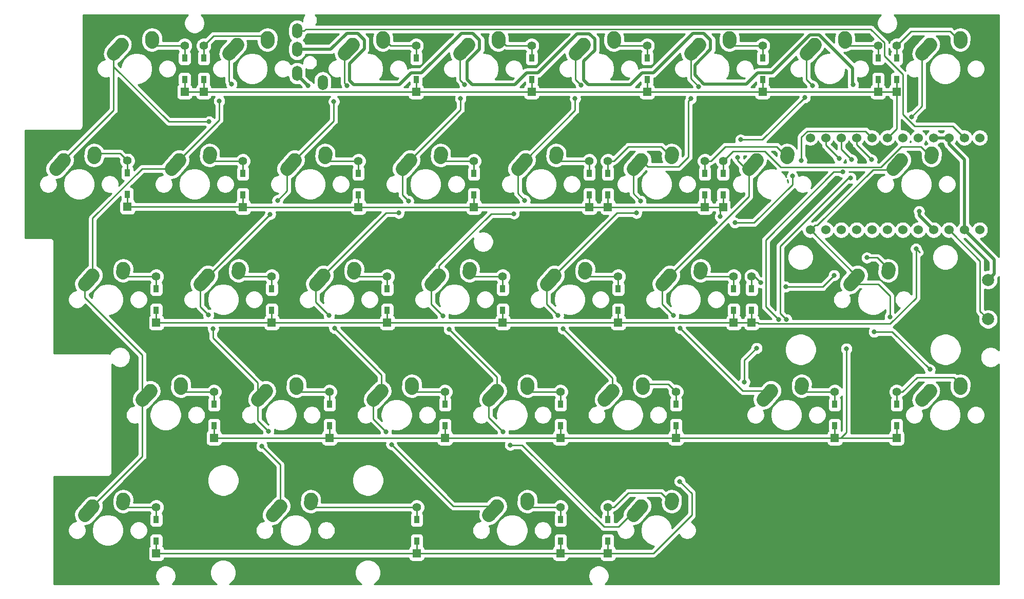
<source format=gtl>
G04 #@! TF.GenerationSoftware,KiCad,Pcbnew,(5.1.5-0-10_14)*
G04 #@! TF.CreationDate,2020-08-12T23:14:55+09:00*
G04 #@! TF.ProjectId,iroha60-right,69726f68-6136-4302-9d72-696768742e6b,rev?*
G04 #@! TF.SameCoordinates,Original*
G04 #@! TF.FileFunction,Copper,L1,Top*
G04 #@! TF.FilePolarity,Positive*
%FSLAX46Y46*%
G04 Gerber Fmt 4.6, Leading zero omitted, Abs format (unit mm)*
G04 Created by KiCad (PCBNEW (5.1.5-0-10_14)) date 2020-08-12 23:14:55*
%MOMM*%
%LPD*%
G04 APERTURE LIST*
%ADD10C,2.250000*%
%ADD11C,2.250000*%
%ADD12R,0.950000X1.300000*%
%ADD13C,1.397000*%
%ADD14R,1.397000X1.397000*%
%ADD15O,1.700000X2.500000*%
%ADD16C,2.000000*%
%ADD17C,1.524000*%
%ADD18C,0.800000*%
%ADD19C,0.250000*%
%ADD20C,0.500000*%
%ADD21C,0.254000*%
G04 APERTURE END LIST*
D10*
X157043750Y-67437500D03*
D11*
X155733750Y-68897500D02*
X157043752Y-67437500D01*
D10*
X162083750Y-66357500D03*
D11*
X162043750Y-66937500D02*
X162083750Y-66357500D01*
D12*
X46000000Y-31562500D03*
D13*
X46000000Y-29527500D03*
D14*
X46000000Y-37147500D03*
D12*
X46000000Y-35112500D03*
X49150000Y-31562500D03*
D13*
X49150000Y-29527500D03*
D14*
X49150000Y-37147500D03*
D12*
X49150000Y-35112500D03*
X84200000Y-31562500D03*
D13*
X84200000Y-29527500D03*
D14*
X84200000Y-37147500D03*
D12*
X84200000Y-35112500D03*
X103250000Y-31562500D03*
D13*
X103250000Y-29527500D03*
D14*
X103250000Y-37147500D03*
D12*
X103250000Y-35112500D03*
X122300000Y-31562500D03*
D13*
X122300000Y-29527500D03*
D14*
X122300000Y-37147500D03*
D12*
X122300000Y-35112500D03*
X141350000Y-31562500D03*
D13*
X141350000Y-29527500D03*
D14*
X141350000Y-37147500D03*
D12*
X141350000Y-35112500D03*
X160400000Y-31562500D03*
D13*
X160400000Y-29527500D03*
D14*
X160400000Y-37147500D03*
D12*
X160400000Y-35112500D03*
X163450000Y-31562500D03*
D13*
X163450000Y-29527500D03*
D14*
X163450000Y-37147500D03*
D12*
X163450000Y-35112500D03*
X36575000Y-54112500D03*
D14*
X36575000Y-56147500D03*
D13*
X36575000Y-48527500D03*
D12*
X36575000Y-50562500D03*
X55625000Y-54162500D03*
D14*
X55625000Y-56197500D03*
D13*
X55625000Y-48577500D03*
D12*
X55625000Y-50612500D03*
X74675000Y-54162500D03*
D14*
X74675000Y-56197500D03*
D13*
X74675000Y-48577500D03*
D12*
X74675000Y-50612500D03*
X93725000Y-54162500D03*
D14*
X93725000Y-56197500D03*
D13*
X93725000Y-48577500D03*
D12*
X93725000Y-50612500D03*
X112775000Y-54162500D03*
D14*
X112775000Y-56197500D03*
D13*
X112775000Y-48577500D03*
D12*
X112775000Y-50612500D03*
X115825000Y-54162500D03*
D14*
X115825000Y-56197500D03*
D13*
X115825000Y-48577500D03*
D12*
X115825000Y-50612500D03*
X131825000Y-54162500D03*
D14*
X131825000Y-56197500D03*
D13*
X131825000Y-48577500D03*
D12*
X131825000Y-50612500D03*
X134825000Y-54162500D03*
D14*
X134825000Y-56197500D03*
D13*
X134825000Y-48577500D03*
D12*
X134825000Y-50612500D03*
X41337500Y-69662500D03*
D13*
X41337500Y-67627500D03*
D14*
X41337500Y-75247500D03*
D12*
X41337500Y-73212500D03*
X60387500Y-69662500D03*
D13*
X60387500Y-67627500D03*
D14*
X60387500Y-75247500D03*
D12*
X60387500Y-73212500D03*
X79437500Y-69662500D03*
D13*
X79437500Y-67627500D03*
D14*
X79437500Y-75247500D03*
D12*
X79437500Y-73212500D03*
X98487500Y-73212500D03*
D14*
X98487500Y-75247500D03*
D13*
X98487500Y-67627500D03*
D12*
X98487500Y-69662500D03*
X117537500Y-73212500D03*
D14*
X117537500Y-75247500D03*
D13*
X117537500Y-67627500D03*
D12*
X117537500Y-69662500D03*
X136587500Y-69662500D03*
D13*
X136587500Y-67627500D03*
D14*
X136587500Y-75247500D03*
D12*
X136587500Y-73212500D03*
X139543750Y-73212500D03*
D14*
X139543750Y-75247500D03*
D13*
X139543750Y-67627500D03*
D12*
X139543750Y-69662500D03*
X50862500Y-92262500D03*
D14*
X50862500Y-94297500D03*
D13*
X50862500Y-86677500D03*
D12*
X50862500Y-88712500D03*
X69912500Y-92262500D03*
D14*
X69912500Y-94297500D03*
D13*
X69912500Y-86677500D03*
D12*
X69912500Y-88712500D03*
X88962500Y-92262500D03*
D14*
X88962500Y-94297500D03*
D13*
X88962500Y-86677500D03*
D12*
X88962500Y-88712500D03*
X108012500Y-88712500D03*
D13*
X108012500Y-86677500D03*
D14*
X108012500Y-94297500D03*
D12*
X108012500Y-92262500D03*
X127062500Y-88712500D03*
D13*
X127062500Y-86677500D03*
D14*
X127062500Y-94297500D03*
D12*
X127062500Y-92262500D03*
X153256250Y-88712500D03*
D13*
X153256250Y-86677500D03*
D14*
X153256250Y-94297500D03*
D12*
X153256250Y-92262500D03*
X41337500Y-111312500D03*
D14*
X41337500Y-113347500D03*
D13*
X41337500Y-105727500D03*
D12*
X41337500Y-107762500D03*
X84293750Y-111312500D03*
D14*
X84293750Y-113347500D03*
D13*
X84293750Y-105727500D03*
D12*
X84293750Y-107762500D03*
X108012500Y-111312500D03*
D14*
X108012500Y-113347500D03*
D13*
X108012500Y-105727500D03*
D12*
X108012500Y-107762500D03*
X115825000Y-107762500D03*
D13*
X115825000Y-105727500D03*
D14*
X115825000Y-113347500D03*
D12*
X115825000Y-111312500D03*
D15*
X64575000Y-27112500D03*
X64575000Y-30112500D03*
X64575000Y-34112500D03*
X68775000Y-35612500D03*
D11*
X40600000Y-28837500D02*
X40640000Y-28257500D01*
D10*
X40640000Y-28257500D03*
D11*
X34290000Y-30797500D02*
X35600002Y-29337500D01*
D10*
X35600000Y-29337500D03*
D11*
X59650000Y-28837500D02*
X59690000Y-28257500D01*
D10*
X59690000Y-28257500D03*
D11*
X53340000Y-30797500D02*
X54650002Y-29337500D01*
D10*
X54650000Y-29337500D03*
D11*
X78700000Y-28837500D02*
X78740000Y-28257500D01*
D10*
X78740000Y-28257500D03*
D11*
X72390000Y-30797500D02*
X73700002Y-29337500D01*
D10*
X73700000Y-29337500D03*
X92750000Y-29337500D03*
D11*
X91440000Y-30797500D02*
X92750002Y-29337500D01*
D10*
X97790000Y-28257500D03*
D11*
X97750000Y-28837500D02*
X97790000Y-28257500D01*
D10*
X111800000Y-29337500D03*
D11*
X110490000Y-30797500D02*
X111800002Y-29337500D01*
D10*
X116840000Y-28257500D03*
D11*
X116800000Y-28837500D02*
X116840000Y-28257500D01*
X135850000Y-28837500D02*
X135890000Y-28257500D01*
D10*
X135890000Y-28257500D03*
D11*
X129540000Y-30797500D02*
X130850002Y-29337500D01*
D10*
X130850000Y-29337500D03*
D11*
X154900000Y-28837500D02*
X154940000Y-28257500D01*
D10*
X154940000Y-28257500D03*
D11*
X148590000Y-30797500D02*
X149900002Y-29337500D01*
D10*
X149900000Y-29337500D03*
D11*
X173950000Y-28837500D02*
X173990000Y-28257500D01*
D10*
X173990000Y-28257500D03*
D11*
X167640000Y-30797500D02*
X168950002Y-29337500D01*
D10*
X168950000Y-29337500D03*
X26075000Y-48387500D03*
D11*
X24765000Y-49847500D02*
X26075002Y-48387500D01*
D10*
X31115000Y-47307500D03*
D11*
X31075000Y-47887500D02*
X31115000Y-47307500D01*
D10*
X45125000Y-48387500D03*
D11*
X43815000Y-49847500D02*
X45125002Y-48387500D01*
D10*
X50165000Y-47307500D03*
D11*
X50125000Y-47887500D02*
X50165000Y-47307500D01*
D10*
X64175000Y-48387500D03*
D11*
X62865000Y-49847500D02*
X64175002Y-48387500D01*
D10*
X69215000Y-47307500D03*
D11*
X69175000Y-47887500D02*
X69215000Y-47307500D01*
X88225000Y-47887500D02*
X88265000Y-47307500D01*
D10*
X88265000Y-47307500D03*
D11*
X81915000Y-49847500D02*
X83225002Y-48387500D01*
D10*
X83225000Y-48387500D03*
D11*
X107275000Y-47887500D02*
X107315000Y-47307500D01*
D10*
X107315000Y-47307500D03*
D11*
X100965000Y-49847500D02*
X102275002Y-48387500D01*
D10*
X102275000Y-48387500D03*
X121325000Y-48387500D03*
D11*
X120015000Y-49847500D02*
X121325002Y-48387500D01*
D10*
X126365000Y-47307500D03*
D11*
X126325000Y-47887500D02*
X126365000Y-47307500D01*
D10*
X140375000Y-48387500D03*
D11*
X139065000Y-49847500D02*
X140375002Y-48387500D01*
D10*
X145415000Y-47307500D03*
D11*
X145375000Y-47887500D02*
X145415000Y-47307500D01*
X169187500Y-47887500D02*
X169227500Y-47307500D01*
D10*
X169227500Y-47307500D03*
D11*
X162877500Y-49847500D02*
X164187502Y-48387500D01*
D10*
X164187500Y-48387500D03*
D11*
X35837500Y-66937500D02*
X35877500Y-66357500D01*
D10*
X35877500Y-66357500D03*
D11*
X29527500Y-68897500D02*
X30837502Y-67437500D01*
D10*
X30837500Y-67437500D03*
X49887500Y-67437500D03*
D11*
X48577500Y-68897500D02*
X49887502Y-67437500D01*
D10*
X54927500Y-66357500D03*
D11*
X54887500Y-66937500D02*
X54927500Y-66357500D01*
D10*
X68937500Y-67437500D03*
D11*
X67627500Y-68897500D02*
X68937502Y-67437500D01*
D10*
X73977500Y-66357500D03*
D11*
X73937500Y-66937500D02*
X73977500Y-66357500D01*
D10*
X87987500Y-67437500D03*
D11*
X86677500Y-68897500D02*
X87987502Y-67437500D01*
D10*
X93027500Y-66357500D03*
D11*
X92987500Y-66937500D02*
X93027500Y-66357500D01*
X112037500Y-66937500D02*
X112077500Y-66357500D01*
D10*
X112077500Y-66357500D03*
D11*
X105727500Y-68897500D02*
X107037502Y-67437500D01*
D10*
X107037500Y-67437500D03*
X126087500Y-67437500D03*
D11*
X124777500Y-68897500D02*
X126087502Y-67437500D01*
D10*
X131127500Y-66357500D03*
D11*
X131087500Y-66937500D02*
X131127500Y-66357500D01*
D10*
X40362500Y-86487500D03*
D11*
X39052500Y-87947500D02*
X40362502Y-86487500D01*
D10*
X45402500Y-85407500D03*
D11*
X45362500Y-85987500D02*
X45402500Y-85407500D01*
X64412500Y-85987500D02*
X64452500Y-85407500D01*
D10*
X64452500Y-85407500D03*
D11*
X58102500Y-87947500D02*
X59412502Y-86487500D01*
D10*
X59412500Y-86487500D03*
D11*
X83462500Y-85987500D02*
X83502500Y-85407500D01*
D10*
X83502500Y-85407500D03*
D11*
X77152500Y-87947500D02*
X78462502Y-86487500D01*
D10*
X78462500Y-86487500D03*
D11*
X102512500Y-85987500D02*
X102552500Y-85407500D01*
D10*
X102552500Y-85407500D03*
D11*
X96202500Y-87947500D02*
X97512502Y-86487500D01*
D10*
X97512500Y-86487500D03*
D11*
X121562500Y-85987500D02*
X121602500Y-85407500D01*
D10*
X121602500Y-85407500D03*
D11*
X115252500Y-87947500D02*
X116562502Y-86487500D01*
D10*
X116562500Y-86487500D03*
D11*
X147756250Y-85987500D02*
X147796250Y-85407500D01*
D10*
X147796250Y-85407500D03*
D11*
X141446250Y-87947500D02*
X142756252Y-86487500D01*
D10*
X142756250Y-86487500D03*
X30837500Y-105537500D03*
D11*
X29527500Y-106997500D02*
X30837502Y-105537500D01*
D10*
X35877500Y-104457500D03*
D11*
X35837500Y-105037500D02*
X35877500Y-104457500D01*
X66793750Y-105037500D02*
X66833750Y-104457500D01*
D10*
X66833750Y-104457500D03*
D11*
X60483750Y-106997500D02*
X61793752Y-105537500D01*
D10*
X61793750Y-105537500D03*
X97512500Y-105537500D03*
D11*
X96202500Y-106997500D02*
X97512502Y-105537500D01*
D10*
X102552500Y-104457500D03*
D11*
X102512500Y-105037500D02*
X102552500Y-104457500D01*
D10*
X121325000Y-105537500D03*
D11*
X120015000Y-106997500D02*
X121325002Y-105537500D01*
D10*
X126365000Y-104457500D03*
D11*
X126325000Y-105037500D02*
X126365000Y-104457500D01*
D16*
X178543750Y-74687500D03*
X178543750Y-68187500D03*
D17*
X177165500Y-59951100D03*
X174625500Y-59951100D03*
X172085500Y-59951100D03*
X169545500Y-59951100D03*
X167005500Y-59951100D03*
X164465500Y-59951100D03*
X161925500Y-59951100D03*
X159385500Y-59951100D03*
X156845500Y-59951100D03*
X154305500Y-59951100D03*
X151765500Y-59951100D03*
X149225500Y-59951100D03*
X149225500Y-44731100D03*
X151765500Y-44731100D03*
X154305500Y-44731100D03*
X156845500Y-44731100D03*
X159385500Y-44731100D03*
X161925500Y-44731100D03*
X164465500Y-44731100D03*
X167005500Y-44731100D03*
X169545500Y-44731100D03*
X172085500Y-44731100D03*
X174625500Y-44731100D03*
X177165500Y-44731100D03*
D12*
X163450000Y-92262500D03*
D14*
X163450000Y-94297500D03*
D13*
X163450000Y-86677500D03*
D12*
X163450000Y-88712500D03*
D11*
X173950000Y-85987500D02*
X173990000Y-85407500D01*
D10*
X173990000Y-85407500D03*
D11*
X167640000Y-87947500D02*
X168950002Y-86487500D01*
D10*
X168950000Y-86487500D03*
D18*
X147762500Y-48462500D03*
X146262500Y-51062500D03*
X136762500Y-58762500D03*
X134362500Y-57762500D03*
X159362500Y-48362500D03*
X166662500Y-63062500D03*
X141043750Y-68637500D03*
X145143750Y-69337500D03*
X153143750Y-67437500D03*
X158543750Y-64537500D03*
X156062500Y-48362500D03*
X155862500Y-51362500D03*
X155162500Y-79562500D03*
X145262500Y-74731411D03*
X153962500Y-48162500D03*
X154562500Y-50362500D03*
X140362500Y-79462500D03*
X138362500Y-85062500D03*
X127662500Y-101462500D03*
X143962500Y-74731411D03*
X156262500Y-35962500D03*
X66362500Y-36162500D03*
X167162500Y-56862500D03*
X50062500Y-42062500D03*
X53725000Y-35862500D03*
X51725000Y-38662500D03*
X72825000Y-36162500D03*
X70625000Y-38762500D03*
X61325000Y-55062500D03*
X60125000Y-57362500D03*
X49925000Y-73962500D03*
X50725000Y-76262500D03*
X59825000Y-93162500D03*
X58725000Y-95662500D03*
X92225000Y-35962500D03*
X91525000Y-38262500D03*
X82925000Y-55162500D03*
X81325000Y-57162500D03*
X69825000Y-74062500D03*
X70725000Y-76162500D03*
X79225000Y-93262500D03*
X80125000Y-95362500D03*
X111425000Y-36062500D03*
X110425000Y-38262500D03*
X102125000Y-55062500D03*
X100325000Y-57262500D03*
X88625000Y-74162500D03*
X89625000Y-76362500D03*
X98525000Y-93262500D03*
X99725000Y-95462500D03*
X130825000Y-36262500D03*
X129525000Y-38262500D03*
X121225000Y-55162500D03*
X120525000Y-57162500D03*
X107625000Y-74062500D03*
X108425000Y-76262500D03*
X149625000Y-36162500D03*
X148325000Y-38062500D03*
X137725000Y-45062500D03*
X137225000Y-47962500D03*
X126625000Y-74062500D03*
X127725000Y-76162500D03*
X165925000Y-41262500D03*
X162350000Y-74287500D03*
X159750000Y-76787500D03*
X168950000Y-82987500D03*
D19*
X46000000Y-29527500D02*
X46000000Y-31562500D01*
X41290000Y-29527500D02*
X46000000Y-29527500D01*
X40600000Y-28837500D02*
X41290000Y-29527500D01*
X46000000Y-35112500D02*
X46000000Y-37147500D01*
X49150000Y-35112500D02*
X49150000Y-37147500D01*
X84200000Y-35112500D02*
X84200000Y-37147500D01*
X103250000Y-35112500D02*
X103250000Y-37147500D01*
X122300000Y-35112500D02*
X122300000Y-37147500D01*
X141350000Y-35112500D02*
X141350000Y-37147500D01*
X160400000Y-35112500D02*
X160400000Y-37147500D01*
X163450000Y-35112500D02*
X163450000Y-37147500D01*
X46000000Y-37147500D02*
X49150000Y-37147500D01*
X83251500Y-37147500D02*
X84200000Y-37147500D01*
X83211490Y-37187510D02*
X83251500Y-37147500D01*
X50138510Y-37187510D02*
X83211490Y-37187510D01*
X50098500Y-37147500D02*
X50138510Y-37187510D01*
X49150000Y-37147500D02*
X50098500Y-37147500D01*
X84200000Y-37147500D02*
X103250000Y-37147500D01*
X104198500Y-37147500D02*
X122300000Y-37147500D01*
X103250000Y-37147500D02*
X104198500Y-37147500D01*
X123248500Y-37147500D02*
X141350000Y-37147500D01*
X122300000Y-37147500D02*
X123248500Y-37147500D01*
X141350000Y-37147500D02*
X160400000Y-37147500D01*
X161348500Y-37147500D02*
X163450000Y-37147500D01*
X160400000Y-37147500D02*
X161348500Y-37147500D01*
X163450000Y-43206600D02*
X161925500Y-44731100D01*
X163450000Y-37147500D02*
X163450000Y-43206600D01*
X49150000Y-29527500D02*
X49150000Y-31562500D01*
X49848499Y-28829001D02*
X49150000Y-29527500D01*
X50790001Y-27887499D02*
X49848499Y-28829001D01*
X58699999Y-27887499D02*
X50790001Y-27887499D01*
X59650000Y-28837500D02*
X58699999Y-27887499D01*
X84200000Y-29527500D02*
X84200000Y-31562500D01*
X80010000Y-29527500D02*
X78740000Y-28257500D01*
X84200000Y-29527500D02*
X80010000Y-29527500D01*
X103250000Y-29527500D02*
X103250000Y-31562500D01*
X99060000Y-29527500D02*
X98370000Y-28837500D01*
X98370000Y-28837500D02*
X97750000Y-28837500D01*
X103250000Y-29527500D02*
X99060000Y-29527500D01*
X117490000Y-29527500D02*
X122300000Y-29527500D01*
X116800000Y-28837500D02*
X117490000Y-29527500D01*
X122300000Y-29527500D02*
X122300000Y-31562500D01*
X136540000Y-29527500D02*
X141350000Y-29527500D01*
X135850000Y-28837500D02*
X136540000Y-29527500D01*
X141350000Y-29527500D02*
X141350000Y-31562500D01*
X155590000Y-29527500D02*
X160400000Y-29527500D01*
X154900000Y-28837500D02*
X155590000Y-29527500D01*
X160400000Y-29527500D02*
X160400000Y-31562500D01*
X163450000Y-29527500D02*
X163450000Y-31562500D01*
X165844999Y-27132501D02*
X172245001Y-27132501D01*
X172245001Y-27132501D02*
X173950000Y-28837500D01*
X163450000Y-29527500D02*
X165844999Y-27132501D01*
X36575000Y-48527500D02*
X36575000Y-50562500D01*
X35355000Y-47307500D02*
X31115000Y-47307500D01*
X36575000Y-48527500D02*
X35355000Y-47307500D01*
X36575000Y-54112500D02*
X36575000Y-56147500D01*
X55625000Y-54162500D02*
X55625000Y-56197500D01*
X74675000Y-54162500D02*
X74675000Y-56197500D01*
X93725000Y-54162500D02*
X93725000Y-56197500D01*
X112775000Y-54162500D02*
X112775000Y-56197500D01*
X115825000Y-54162500D02*
X115825000Y-56197500D01*
X131825000Y-54162500D02*
X131825000Y-56197500D01*
X134825000Y-56197500D02*
X134825000Y-54162500D01*
X55575000Y-56147500D02*
X55625000Y-56197500D01*
X36575000Y-56147500D02*
X55575000Y-56147500D01*
X55625000Y-56197500D02*
X74675000Y-56197500D01*
X74675000Y-56197500D02*
X93725000Y-56197500D01*
X94673500Y-56197500D02*
X112775000Y-56197500D01*
X93725000Y-56197500D02*
X94673500Y-56197500D01*
X112775000Y-56197500D02*
X115825000Y-56197500D01*
X115825000Y-56197500D02*
X131825000Y-56197500D01*
X147762500Y-44585338D02*
X147762500Y-48462500D01*
X148703739Y-43644099D02*
X147762500Y-44585338D01*
X158298499Y-43644099D02*
X148703739Y-43644099D01*
X159385500Y-44731100D02*
X158298499Y-43644099D01*
X139931974Y-58762500D02*
X136762500Y-58762500D01*
X146262500Y-52431974D02*
X139931974Y-58762500D01*
X146262500Y-51062500D02*
X146262500Y-52431974D01*
X134362500Y-56660000D02*
X134825000Y-56197500D01*
X134362500Y-57762500D02*
X134362500Y-56660000D01*
X131825000Y-56197500D02*
X134825000Y-56197500D01*
X50815000Y-48577500D02*
X55625000Y-48577500D01*
X50125000Y-47887500D02*
X50815000Y-48577500D01*
X55625000Y-50612500D02*
X55625000Y-48577500D01*
X69865000Y-48577500D02*
X74675000Y-48577500D01*
X69175000Y-47887500D02*
X69865000Y-48577500D01*
X74675000Y-48577500D02*
X74675000Y-50612500D01*
X88915000Y-48577500D02*
X93725000Y-48577500D01*
X88225000Y-47887500D02*
X88915000Y-48577500D01*
X93725000Y-48577500D02*
X93725000Y-50612500D01*
X107965000Y-48577500D02*
X112775000Y-48577500D01*
X107275000Y-47887500D02*
X107965000Y-48577500D01*
X112775000Y-48577500D02*
X112775000Y-50612500D01*
X116812828Y-48577500D02*
X119207827Y-46182501D01*
X124620001Y-46182501D02*
X126325000Y-47887500D01*
X119207827Y-46182501D02*
X124620001Y-46182501D01*
X115825000Y-48577500D02*
X116812828Y-48577500D01*
X115825000Y-48577500D02*
X115825000Y-50612500D01*
X131825000Y-48577500D02*
X131825000Y-50612500D01*
X135207827Y-46182501D02*
X143670001Y-46182501D01*
X143670001Y-46182501D02*
X145375000Y-47887500D01*
X132812828Y-48577500D02*
X135207827Y-46182501D01*
X131825000Y-48577500D02*
X132812828Y-48577500D01*
X134825000Y-48577500D02*
X134825000Y-50612500D01*
X167482501Y-46182501D02*
X169187500Y-47887500D01*
X144362500Y-49562500D02*
X160866498Y-49562500D01*
X141737499Y-46937499D02*
X144362500Y-49562500D01*
X134825000Y-48577500D02*
X136465001Y-46937499D01*
X160866498Y-49562500D02*
X164246497Y-46182501D01*
X136465001Y-46937499D02*
X141737499Y-46937499D01*
X164246497Y-46182501D02*
X167482501Y-46182501D01*
X36527500Y-67627500D02*
X41337500Y-67627500D01*
X35837500Y-66937500D02*
X36527500Y-67627500D01*
X41337500Y-67627500D02*
X41337500Y-69662500D01*
X55577500Y-67627500D02*
X60387500Y-67627500D01*
X54887500Y-66937500D02*
X55577500Y-67627500D01*
X60387500Y-69662500D02*
X60387500Y-67627500D01*
X74627500Y-67627500D02*
X79437500Y-67627500D01*
X73937500Y-66937500D02*
X74627500Y-67627500D01*
X79437500Y-69662500D02*
X79437500Y-67627500D01*
X41337500Y-73212500D02*
X41337500Y-75247500D01*
X60387500Y-75247500D02*
X60387500Y-73212500D01*
X79437500Y-75247500D02*
X79437500Y-73212500D01*
X98487500Y-75247500D02*
X98487500Y-73212500D01*
X117537500Y-75247500D02*
X117537500Y-73212500D01*
X136587500Y-75247500D02*
X136587500Y-73212500D01*
X41337500Y-75247500D02*
X60387500Y-75247500D01*
X61336000Y-75247500D02*
X79437500Y-75247500D01*
X60387500Y-75247500D02*
X61336000Y-75247500D01*
X79437500Y-75247500D02*
X98487500Y-75247500D01*
X98487500Y-75247500D02*
X117537500Y-75247500D01*
X117537500Y-75247500D02*
X136587500Y-75247500D01*
X156845500Y-45845500D02*
X159362500Y-48362500D01*
X156845500Y-44731100D02*
X156845500Y-45845500D01*
X166662500Y-63062500D02*
X167243750Y-63643750D01*
X139543750Y-73212500D02*
X139543750Y-75247500D01*
X137536000Y-75247500D02*
X139543750Y-75247500D01*
X136587500Y-75247500D02*
X137536000Y-75247500D01*
X162380840Y-75456412D02*
X140701162Y-75456412D01*
X140492250Y-75247500D02*
X139543750Y-75247500D01*
X140701162Y-75456412D02*
X140492250Y-75247500D01*
X166662500Y-71174752D02*
X162380840Y-75456412D01*
X166662500Y-63062500D02*
X166662500Y-71174752D01*
X93677500Y-67627500D02*
X98487500Y-67627500D01*
X92987500Y-66937500D02*
X93677500Y-67627500D01*
X98487500Y-69662500D02*
X98487500Y-67627500D01*
X112727500Y-67627500D02*
X117537500Y-67627500D01*
X112037500Y-66937500D02*
X112727500Y-67627500D01*
X117537500Y-69662500D02*
X117537500Y-67627500D01*
X131777500Y-67627500D02*
X136587500Y-67627500D01*
X131087500Y-66937500D02*
X131777500Y-67627500D01*
X136587500Y-69662500D02*
X136587500Y-67627500D01*
X162043750Y-66937500D02*
X162733750Y-67627500D01*
X139543750Y-67627500D02*
X139543750Y-69662500D01*
X140033750Y-67627500D02*
X141043750Y-68637500D01*
X139543750Y-67627500D02*
X140033750Y-67627500D01*
X151243750Y-69337500D02*
X153143750Y-67437500D01*
X145143750Y-69337500D02*
X151243750Y-69337500D01*
X160263750Y-64537500D02*
X162083750Y-66357500D01*
X158543750Y-64537500D02*
X160263750Y-64537500D01*
X46052500Y-86677500D02*
X50862500Y-86677500D01*
X45362500Y-85987500D02*
X46052500Y-86677500D01*
X50862500Y-88712500D02*
X50862500Y-86677500D01*
X65102500Y-86677500D02*
X69912500Y-86677500D01*
X64412500Y-85987500D02*
X65102500Y-86677500D01*
X69912500Y-88712500D02*
X69912500Y-86677500D01*
X84152500Y-86677500D02*
X88962500Y-86677500D01*
X83462500Y-85987500D02*
X84152500Y-86677500D01*
X88962500Y-88712500D02*
X88962500Y-86677500D01*
X153256250Y-92262500D02*
X153256250Y-94297500D01*
X127062500Y-92262500D02*
X127062500Y-94297500D01*
X108012500Y-92262500D02*
X108012500Y-94297500D01*
X88962500Y-94297500D02*
X88962500Y-92262500D01*
X69912500Y-94297500D02*
X69912500Y-92262500D01*
X50862500Y-94297500D02*
X50862500Y-92262500D01*
X51811000Y-94297500D02*
X69912500Y-94297500D01*
X50862500Y-94297500D02*
X51811000Y-94297500D01*
X69912500Y-94297500D02*
X88962500Y-94297500D01*
X88962500Y-94297500D02*
X108012500Y-94297500D01*
X108012500Y-94297500D02*
X127062500Y-94297500D01*
X128011000Y-94297500D02*
X153256250Y-94297500D01*
X127062500Y-94297500D02*
X128011000Y-94297500D01*
X154305500Y-46605500D02*
X156062500Y-48362500D01*
X154305500Y-44731100D02*
X154305500Y-46605500D01*
X155162500Y-93339750D02*
X154204750Y-94297500D01*
X155162500Y-79562500D02*
X155162500Y-93339750D01*
X163450000Y-92262500D02*
X163450000Y-94297500D01*
X154204750Y-94297500D02*
X163450000Y-94297500D01*
X153256250Y-94297500D02*
X154204750Y-94297500D01*
X144250000Y-62612500D02*
X144250000Y-73718911D01*
X144250000Y-73718911D02*
X145262500Y-74731411D01*
X155500000Y-51362500D02*
X144250000Y-62612500D01*
X155862500Y-51362500D02*
X155500000Y-51362500D01*
X103202500Y-86677500D02*
X108012500Y-86677500D01*
X102512500Y-85987500D02*
X103202500Y-86677500D01*
X108012500Y-86677500D02*
X108012500Y-88712500D01*
X127062500Y-86677500D02*
X127062500Y-88712500D01*
X125792500Y-85407500D02*
X121602500Y-85407500D01*
X127062500Y-86677500D02*
X125792500Y-85407500D01*
X148446250Y-86677500D02*
X153256250Y-86677500D01*
X147756250Y-85987500D02*
X148446250Y-86677500D01*
X153256250Y-86677500D02*
X153256250Y-88712500D01*
X36527500Y-105727500D02*
X41337500Y-105727500D01*
X35837500Y-105037500D02*
X36527500Y-105727500D01*
X41337500Y-105727500D02*
X41337500Y-107762500D01*
X84293750Y-107762500D02*
X84293750Y-105727500D01*
X67483750Y-105727500D02*
X66793750Y-105037500D01*
X84293750Y-105727500D02*
X67483750Y-105727500D01*
X103202500Y-105727500D02*
X108012500Y-105727500D01*
X102512500Y-105037500D02*
X103202500Y-105727500D01*
X108012500Y-105727500D02*
X108012500Y-107762500D01*
X115825000Y-105727500D02*
X115825000Y-107762500D01*
X124620001Y-103332501D02*
X126325000Y-105037500D01*
X116812828Y-105727500D02*
X119207827Y-103332501D01*
X119207827Y-103332501D02*
X124620001Y-103332501D01*
X115825000Y-105727500D02*
X116812828Y-105727500D01*
X41337500Y-111312500D02*
X41337500Y-113347500D01*
X108012500Y-111312500D02*
X108012500Y-113347500D01*
X115825000Y-111312500D02*
X115825000Y-113347500D01*
X108012500Y-113347500D02*
X115825000Y-113347500D01*
X151765500Y-45965500D02*
X153962500Y-48162500D01*
X151765500Y-44731100D02*
X151765500Y-45965500D01*
X138362500Y-81462500D02*
X138362500Y-85062500D01*
X140362500Y-79462500D02*
X138362500Y-81462500D01*
X141850000Y-72618911D02*
X143962500Y-74731411D01*
X153100000Y-50362500D02*
X141850000Y-61612500D01*
X141850000Y-61612500D02*
X141850000Y-72618911D01*
X154562500Y-50362500D02*
X153100000Y-50362500D01*
X129650000Y-107016498D02*
X123318998Y-113347500D01*
X123318998Y-113347500D02*
X116773500Y-113347500D01*
X129650000Y-103450000D02*
X129650000Y-107016498D01*
X116773500Y-113347500D02*
X115825000Y-113347500D01*
X127662500Y-101462500D02*
X129650000Y-103450000D01*
X72293750Y-113347500D02*
X41337500Y-113347500D01*
X84293750Y-113347500D02*
X72293750Y-113347500D01*
X85242250Y-113347500D02*
X108012500Y-113347500D01*
X84293750Y-113347500D02*
X85242250Y-113347500D01*
X84293750Y-111312500D02*
X84293750Y-113347500D01*
D20*
X179543749Y-64869349D02*
X175387499Y-60713099D01*
X179543749Y-67187501D02*
X179543749Y-64869349D01*
X175387499Y-60713099D02*
X174625500Y-59951100D01*
X178543750Y-68187500D02*
X179543749Y-67187501D01*
X174625500Y-58873470D02*
X174625500Y-59951100D01*
X174625500Y-48348730D02*
X174625500Y-58873470D01*
X172085500Y-45808730D02*
X174625500Y-48348730D01*
X172085500Y-44731100D02*
X172085500Y-45808730D01*
X64575000Y-30112500D02*
X64575000Y-29712500D01*
X169545500Y-44731100D02*
X172085500Y-44731100D01*
X72762500Y-27462500D02*
X70112500Y-30112500D01*
X75662500Y-30062500D02*
X75662500Y-28562500D01*
X73883002Y-35962500D02*
X73233001Y-35312499D01*
X83364999Y-34012499D02*
X81414998Y-35962500D01*
X93562500Y-27462500D02*
X91662500Y-27462500D01*
X94662500Y-28562500D02*
X93562500Y-27462500D01*
X94662500Y-30162500D02*
X94662500Y-28562500D01*
X102414999Y-34012499D02*
X100464998Y-35962500D01*
X104312501Y-34012499D02*
X102414999Y-34012499D01*
X110762500Y-27562500D02*
X104312501Y-34012499D01*
X112762500Y-27562500D02*
X110762500Y-27562500D01*
X149143999Y-27762499D02*
X142893999Y-34012499D01*
X113662500Y-30262500D02*
X113662500Y-28462500D01*
X73233001Y-32491999D02*
X75662500Y-30062500D01*
X100464998Y-35962500D02*
X93483002Y-35962500D01*
X113662500Y-28462500D02*
X112762500Y-27562500D01*
X75662500Y-28562500D02*
X74562500Y-27462500D01*
X112583002Y-35962500D02*
X111833001Y-35212499D01*
X111833001Y-32091999D02*
X113662500Y-30262500D01*
X74562500Y-27462500D02*
X72762500Y-27462500D01*
X132762500Y-30162500D02*
X132762500Y-28562500D01*
X111833001Y-35212499D02*
X111833001Y-32091999D01*
X123312501Y-34012499D02*
X121464999Y-34012499D01*
X130190683Y-32734317D02*
X132762500Y-30162500D01*
X121464999Y-34012499D02*
X119514998Y-35962500D01*
X85112501Y-34012499D02*
X83364999Y-34012499D01*
X129862500Y-27462500D02*
X123312501Y-34012499D01*
X142893999Y-34012499D02*
X140514999Y-34012499D01*
X131662500Y-27462500D02*
X129862500Y-27462500D01*
X73233001Y-35312499D02*
X73233001Y-32491999D01*
X119514998Y-35962500D02*
X112583002Y-35962500D01*
X130190683Y-34370181D02*
X130190683Y-32734317D01*
X131675001Y-35854499D02*
X130190683Y-34370181D01*
X70112500Y-30112500D02*
X64575000Y-30112500D01*
X81414998Y-35962500D02*
X73883002Y-35962500D01*
X92633001Y-35112499D02*
X92633001Y-32191999D01*
X138672999Y-35854499D02*
X131675001Y-35854499D01*
X92633001Y-32191999D02*
X94662500Y-30162500D01*
X132762500Y-28562500D02*
X131662500Y-27462500D01*
X140514999Y-34012499D02*
X138672999Y-35854499D01*
X156154999Y-35854999D02*
X156154999Y-33261497D01*
X150656001Y-27762499D02*
X149143999Y-27762499D01*
X156154999Y-33261497D02*
X150656001Y-27762499D01*
X91662500Y-27462500D02*
X85112501Y-34012499D01*
X93483002Y-35962500D02*
X92633001Y-35112499D01*
X156262500Y-35962500D02*
X156154999Y-35854999D01*
X64575000Y-34375000D02*
X66362500Y-36162500D01*
X64575000Y-34112500D02*
X64575000Y-34375000D01*
X167162500Y-57568100D02*
X169545500Y-59951100D01*
X167162500Y-56862500D02*
X167162500Y-57568100D01*
D19*
X65980001Y-26807499D02*
X65675000Y-27112500D01*
X159194781Y-26807499D02*
X65980001Y-26807499D01*
X65675000Y-27112500D02*
X64575000Y-27112500D01*
X161423501Y-29036219D02*
X159194781Y-26807499D01*
X161423501Y-31246003D02*
X161423501Y-29036219D01*
X164473501Y-34296003D02*
X161423501Y-31246003D01*
X164473501Y-40884003D02*
X164473501Y-34296003D01*
X172713909Y-42819509D02*
X166409007Y-42819509D01*
X166409007Y-42819509D02*
X164473501Y-40884003D01*
X174625500Y-44731100D02*
X172713909Y-42819509D01*
X34290000Y-40172500D02*
X26075000Y-48387500D01*
X34290000Y-30797500D02*
X34290000Y-40172500D01*
X43393026Y-42062500D02*
X50062500Y-42062500D01*
X34290000Y-32959474D02*
X43393026Y-42062500D01*
X34290000Y-30797500D02*
X34290000Y-32959474D01*
X53340000Y-35477500D02*
X53725000Y-35862500D01*
X53340000Y-30797500D02*
X53340000Y-35477500D01*
X51725000Y-41787500D02*
X45125000Y-48387500D01*
X51725000Y-38662500D02*
X51725000Y-41787500D01*
X30837500Y-65846510D02*
X30837500Y-67437500D01*
X39000002Y-49847500D02*
X30837500Y-58010002D01*
X30837500Y-58010002D02*
X30837500Y-65846510D01*
X43815000Y-49847500D02*
X39000002Y-49847500D01*
X29527500Y-71059474D02*
X39052500Y-80584474D01*
X39052500Y-80584474D02*
X39052500Y-87947500D01*
X29527500Y-68897500D02*
X29527500Y-71059474D01*
X39052500Y-97322500D02*
X30837500Y-105537500D01*
X39052500Y-87947500D02*
X39052500Y-97322500D01*
X72390000Y-35727500D02*
X72825000Y-36162500D01*
X72390000Y-30797500D02*
X72390000Y-35727500D01*
X70625000Y-41937500D02*
X64175000Y-48387500D01*
X70625000Y-38762500D02*
X70625000Y-41937500D01*
X62865000Y-53522500D02*
X61325000Y-55062500D01*
X62865000Y-49847500D02*
X62865000Y-53522500D01*
X50050000Y-67437500D02*
X49887500Y-67437500D01*
X60125000Y-57362500D02*
X50050000Y-67437500D01*
X48577500Y-72615000D02*
X49925000Y-73962500D01*
X48577500Y-68897500D02*
X48577500Y-72615000D01*
X58102500Y-85177500D02*
X58102500Y-87947500D01*
X50725000Y-77800000D02*
X58102500Y-85177500D01*
X50725000Y-76262500D02*
X50725000Y-77800000D01*
X58102500Y-91440000D02*
X59825000Y-93162500D01*
X58102500Y-87947500D02*
X58102500Y-91440000D01*
X61793750Y-98731250D02*
X61793750Y-105537500D01*
X58725000Y-95662500D02*
X61793750Y-98731250D01*
X91440000Y-35177500D02*
X92225000Y-35962500D01*
X91440000Y-30797500D02*
X91440000Y-35177500D01*
X91525000Y-40087500D02*
X83225000Y-48387500D01*
X91525000Y-38262500D02*
X91525000Y-40087500D01*
X81915000Y-54152500D02*
X82925000Y-55162500D01*
X81915000Y-49847500D02*
X81915000Y-54152500D01*
X79212500Y-57162500D02*
X68937500Y-67437500D01*
X81325000Y-57162500D02*
X79212500Y-57162500D01*
X67627500Y-71865000D02*
X69825000Y-74062500D01*
X67627500Y-68897500D02*
X67627500Y-71865000D01*
X78462500Y-83900000D02*
X78462500Y-86487500D01*
X70725000Y-76162500D02*
X78462500Y-83900000D01*
X77152500Y-91190000D02*
X79225000Y-93262500D01*
X77152500Y-87947500D02*
X77152500Y-91190000D01*
X90300000Y-105537500D02*
X97512500Y-105537500D01*
X80125000Y-95362500D02*
X90300000Y-105537500D01*
X110490000Y-35127500D02*
X111425000Y-36062500D01*
X110490000Y-30797500D02*
X110490000Y-35127500D01*
X110425000Y-40237500D02*
X102275000Y-48387500D01*
X110425000Y-38262500D02*
X110425000Y-40237500D01*
X100965000Y-53902500D02*
X102125000Y-55062500D01*
X100965000Y-49847500D02*
X100965000Y-53902500D01*
X87987500Y-65846510D02*
X87987500Y-67437500D01*
X96571510Y-57262500D02*
X87987500Y-65846510D01*
X100325000Y-57262500D02*
X96571510Y-57262500D01*
X86677500Y-72215000D02*
X88625000Y-74162500D01*
X86677500Y-68897500D02*
X86677500Y-72215000D01*
X97512500Y-84250000D02*
X97512500Y-86487500D01*
X89625000Y-76362500D02*
X97512500Y-84250000D01*
X96202500Y-90940000D02*
X98525000Y-93262500D01*
X96202500Y-87947500D02*
X96202500Y-90940000D01*
X119508998Y-106997500D02*
X120015000Y-106997500D01*
X117544999Y-108961499D02*
X119508998Y-106997500D01*
X101685002Y-95462500D02*
X115184001Y-108961499D01*
X115184001Y-108961499D02*
X117544999Y-108961499D01*
X99725000Y-95462500D02*
X101685002Y-95462500D01*
X129540000Y-34977500D02*
X130825000Y-36262500D01*
X129540000Y-30797500D02*
X129540000Y-34977500D01*
X120015000Y-53952500D02*
X121225000Y-55162500D01*
X120015000Y-49847500D02*
X120015000Y-53952500D01*
X117312500Y-57162500D02*
X107037500Y-67437500D01*
X120525000Y-57162500D02*
X117312500Y-57162500D01*
X105727500Y-72165000D02*
X107625000Y-74062500D01*
X105727500Y-68897500D02*
X105727500Y-72165000D01*
X116562500Y-84400000D02*
X116562500Y-86487500D01*
X108425000Y-76262500D02*
X116562500Y-84400000D01*
X122449999Y-49512499D02*
X121325000Y-48387500D01*
X129125001Y-47899999D02*
X127512501Y-49512499D01*
X127512501Y-49512499D02*
X122449999Y-49512499D01*
X129125001Y-38662499D02*
X129125001Y-47899999D01*
X129525000Y-38262500D02*
X129125001Y-38662499D01*
X148590000Y-35127500D02*
X149625000Y-36162500D01*
X148590000Y-30797500D02*
X148590000Y-35127500D01*
X141325000Y-45062500D02*
X137725000Y-45062500D01*
X148325000Y-38062500D02*
X141325000Y-45062500D01*
X138544315Y-49847500D02*
X139065000Y-49847500D01*
X137225000Y-48528185D02*
X138544315Y-49847500D01*
X137225000Y-47962500D02*
X137225000Y-48528185D01*
X139065000Y-54460000D02*
X128962500Y-64562500D01*
X139065000Y-49847500D02*
X139065000Y-54460000D01*
X128962500Y-64562500D02*
X126087500Y-67437500D01*
X124777500Y-72215000D02*
X126625000Y-74062500D01*
X124777500Y-68897500D02*
X124777500Y-72215000D01*
X138050000Y-86487500D02*
X142756250Y-86487500D01*
X127725000Y-76162500D02*
X138050000Y-86487500D01*
X167640000Y-39547500D02*
X165925000Y-41262500D01*
X167640000Y-30797500D02*
X167640000Y-39547500D01*
X156711900Y-67437500D02*
X157043750Y-67437500D01*
X149225500Y-59951100D02*
X156711900Y-67437500D01*
X162350000Y-70811776D02*
X162350000Y-74287500D01*
X160435724Y-68897500D02*
X162350000Y-70811776D01*
X155733750Y-68897500D02*
X160435724Y-68897500D01*
X162750000Y-76787500D02*
X168950000Y-82987500D01*
X159750000Y-76787500D02*
X162750000Y-76787500D01*
X149987499Y-59189101D02*
X149225500Y-59951100D01*
X150373399Y-59189101D02*
X149987499Y-59189101D01*
X162712489Y-50012511D02*
X159549989Y-50012511D01*
X159549989Y-50012511D02*
X150373399Y-59189101D01*
X162877500Y-49847500D02*
X162712489Y-50012511D01*
X177218749Y-65084349D02*
X172847499Y-60713099D01*
X177218749Y-73362499D02*
X177218749Y-65084349D01*
X172847499Y-60713099D02*
X172085500Y-59951100D01*
X178543750Y-74687500D02*
X177218749Y-73362499D01*
X163450000Y-88712500D02*
X163450000Y-86677500D01*
X172865001Y-84282501D02*
X173990000Y-85407500D01*
X166832827Y-84282501D02*
X172865001Y-84282501D01*
X164437828Y-86677500D02*
X166832827Y-84282501D01*
X163450000Y-86677500D02*
X164437828Y-86677500D01*
D21*
G36*
X46277337Y-24706502D02*
G01*
X46087463Y-24990669D01*
X45956675Y-25306419D01*
X45890000Y-25641617D01*
X45890000Y-25983383D01*
X45956675Y-26318581D01*
X46087463Y-26634331D01*
X46277337Y-26918498D01*
X46519002Y-27160163D01*
X46803169Y-27350037D01*
X47118919Y-27480825D01*
X47454117Y-27547500D01*
X47795883Y-27547500D01*
X48131081Y-27480825D01*
X48446831Y-27350037D01*
X48730998Y-27160163D01*
X48972663Y-26918498D01*
X49162537Y-26634331D01*
X49293325Y-26318581D01*
X49360000Y-25983383D01*
X49360000Y-25641617D01*
X49293325Y-25306419D01*
X49162537Y-24990669D01*
X48972663Y-24706502D01*
X48738661Y-24472500D01*
X65768446Y-24472500D01*
X65715713Y-24525233D01*
X65580557Y-24727508D01*
X65487460Y-24952264D01*
X65440000Y-25190863D01*
X65440000Y-25434137D01*
X65455972Y-25514435D01*
X65404014Y-25471794D01*
X65146034Y-25333901D01*
X64866111Y-25248987D01*
X64575000Y-25220315D01*
X64283890Y-25248987D01*
X64003967Y-25333901D01*
X63745987Y-25471794D01*
X63519866Y-25657366D01*
X63334294Y-25883486D01*
X63196401Y-26141466D01*
X63111487Y-26421389D01*
X63090000Y-26639550D01*
X63090000Y-27585449D01*
X63111487Y-27803610D01*
X63196401Y-28083533D01*
X63334294Y-28341513D01*
X63519866Y-28567634D01*
X63574535Y-28612500D01*
X63519866Y-28657366D01*
X63334294Y-28883486D01*
X63196401Y-29141466D01*
X63111487Y-29421389D01*
X63090000Y-29639550D01*
X63090000Y-30585449D01*
X63111487Y-30803610D01*
X63196401Y-31083533D01*
X63334294Y-31341513D01*
X63519866Y-31567634D01*
X63745986Y-31753206D01*
X64003966Y-31891099D01*
X64283889Y-31976013D01*
X64575000Y-32004685D01*
X64866110Y-31976013D01*
X65146033Y-31891099D01*
X65404013Y-31753206D01*
X65630134Y-31567634D01*
X65815706Y-31341514D01*
X65953599Y-31083534D01*
X65979697Y-30997500D01*
X70069031Y-30997500D01*
X70112500Y-31001781D01*
X70155969Y-30997500D01*
X70155977Y-30997500D01*
X70285990Y-30984695D01*
X70452813Y-30934089D01*
X70606559Y-30851911D01*
X70626617Y-30835450D01*
X70624073Y-30893126D01*
X70676661Y-31235804D01*
X70795091Y-31561639D01*
X70957875Y-31830166D01*
X70679549Y-31885529D01*
X70404747Y-31999356D01*
X70157431Y-32164607D01*
X69947107Y-32374931D01*
X69781856Y-32622247D01*
X69668029Y-32897049D01*
X69610000Y-33188778D01*
X69610000Y-33486222D01*
X69668029Y-33777951D01*
X69781856Y-34052753D01*
X69946492Y-34299148D01*
X69830134Y-34157366D01*
X69604014Y-33971794D01*
X69346034Y-33833901D01*
X69066111Y-33748987D01*
X68775000Y-33720315D01*
X68483890Y-33748987D01*
X68203967Y-33833901D01*
X67945987Y-33971794D01*
X67719866Y-34157366D01*
X67534294Y-34383486D01*
X67396401Y-34641466D01*
X67311487Y-34921389D01*
X67290000Y-35139550D01*
X67290000Y-35697098D01*
X67279705Y-35672244D01*
X67166437Y-35502726D01*
X67022274Y-35358563D01*
X66852756Y-35245295D01*
X66664398Y-35167274D01*
X66607544Y-35155965D01*
X66057940Y-34606362D01*
X66060000Y-34585450D01*
X66060000Y-33639551D01*
X66038513Y-33421389D01*
X66019926Y-33360116D01*
X66090008Y-33406943D01*
X66314764Y-33500040D01*
X66553363Y-33547500D01*
X66796637Y-33547500D01*
X67035236Y-33500040D01*
X67259992Y-33406943D01*
X67462267Y-33271787D01*
X67634287Y-33099767D01*
X67769443Y-32897492D01*
X67862540Y-32672736D01*
X67910000Y-32434137D01*
X67910000Y-32190863D01*
X67862540Y-31952264D01*
X67769443Y-31727508D01*
X67634287Y-31525233D01*
X67462267Y-31353213D01*
X67259992Y-31218057D01*
X67035236Y-31124960D01*
X66796637Y-31077500D01*
X66553363Y-31077500D01*
X66314764Y-31124960D01*
X66090008Y-31218057D01*
X65887733Y-31353213D01*
X65715713Y-31525233D01*
X65580557Y-31727508D01*
X65487460Y-31952264D01*
X65440000Y-32190863D01*
X65440000Y-32434137D01*
X65455972Y-32514435D01*
X65404014Y-32471794D01*
X65146034Y-32333901D01*
X64866111Y-32248987D01*
X64575000Y-32220315D01*
X64283890Y-32248987D01*
X64003967Y-32333901D01*
X63745987Y-32471794D01*
X63566201Y-32619340D01*
X63402893Y-32374931D01*
X63192569Y-32164607D01*
X62945253Y-31999356D01*
X62670451Y-31885529D01*
X62378722Y-31827500D01*
X62081278Y-31827500D01*
X61789549Y-31885529D01*
X61514747Y-31999356D01*
X61267431Y-32164607D01*
X61057107Y-32374931D01*
X60891856Y-32622247D01*
X60778029Y-32897049D01*
X60720000Y-33188778D01*
X60720000Y-33486222D01*
X60778029Y-33777951D01*
X60891856Y-34052753D01*
X61057107Y-34300069D01*
X61267431Y-34510393D01*
X61514747Y-34675644D01*
X61789549Y-34789471D01*
X62081278Y-34847500D01*
X62378722Y-34847500D01*
X62670451Y-34789471D01*
X62945253Y-34675644D01*
X63090000Y-34578927D01*
X63090000Y-34585449D01*
X63111487Y-34803610D01*
X63196401Y-35083533D01*
X63334294Y-35341513D01*
X63519866Y-35567634D01*
X63745986Y-35753206D01*
X64003966Y-35891099D01*
X64283889Y-35976013D01*
X64575000Y-36004685D01*
X64866110Y-35976013D01*
X64910860Y-35962438D01*
X65355965Y-36407544D01*
X65359937Y-36427510D01*
X54592256Y-36427510D01*
X54642205Y-36352756D01*
X54720226Y-36164398D01*
X54760000Y-35964439D01*
X54760000Y-35760561D01*
X54720226Y-35560602D01*
X54642205Y-35372244D01*
X54528937Y-35202726D01*
X54384774Y-35058563D01*
X54215256Y-34945295D01*
X54100000Y-34897554D01*
X54100000Y-33078576D01*
X54521100Y-33078576D01*
X54521100Y-33596424D01*
X54622127Y-34104322D01*
X54820299Y-34582751D01*
X55108000Y-35013326D01*
X55474174Y-35379500D01*
X55904749Y-35667201D01*
X56383178Y-35865373D01*
X56891076Y-35966400D01*
X57408924Y-35966400D01*
X57916822Y-35865373D01*
X58395251Y-35667201D01*
X58825826Y-35379500D01*
X59192000Y-35013326D01*
X59479701Y-34582751D01*
X59677873Y-34104322D01*
X59778900Y-33596424D01*
X59778900Y-33078576D01*
X59677873Y-32570678D01*
X59479701Y-32092249D01*
X59192000Y-31661674D01*
X58825826Y-31295500D01*
X58395251Y-31007799D01*
X57916822Y-30809627D01*
X57408924Y-30708600D01*
X56891076Y-30708600D01*
X56383178Y-30809627D01*
X55904749Y-31007799D01*
X55474174Y-31295500D01*
X55108000Y-31661674D01*
X54820299Y-32092249D01*
X54622127Y-32570678D01*
X54521100Y-33078576D01*
X54100000Y-33078576D01*
X54100000Y-32393913D01*
X54104139Y-32392409D01*
X54400607Y-32212687D01*
X54592243Y-32037242D01*
X55928200Y-30548316D01*
X56017081Y-30459435D01*
X56091827Y-30347570D01*
X56171444Y-30239087D01*
X56187979Y-30203669D01*
X56209692Y-30171173D01*
X56261175Y-30046882D01*
X56318101Y-29924945D01*
X56327410Y-29886976D01*
X56342364Y-29850873D01*
X56368610Y-29718926D01*
X56400653Y-29588227D01*
X56402375Y-29549177D01*
X56410000Y-29510845D01*
X56410000Y-29376302D01*
X56415929Y-29241874D01*
X56410000Y-29203239D01*
X56410000Y-29164155D01*
X56383751Y-29032191D01*
X56363341Y-28899196D01*
X56349989Y-28862461D01*
X56342364Y-28824127D01*
X56290874Y-28699820D01*
X56271858Y-28647499D01*
X57898923Y-28647499D01*
X57888223Y-28802657D01*
X57895840Y-29062362D01*
X57973413Y-29400261D01*
X58115419Y-29716534D01*
X58316396Y-29999026D01*
X58568624Y-30236881D01*
X58862408Y-30420959D01*
X59186459Y-30544184D01*
X59528323Y-30601824D01*
X59874862Y-30591660D01*
X60212761Y-30514087D01*
X60529034Y-30372081D01*
X60811526Y-30171104D01*
X61049381Y-29918876D01*
X61233459Y-29625092D01*
X61356684Y-29301041D01*
X61399881Y-29044839D01*
X61438099Y-28490675D01*
X61450000Y-28430845D01*
X61450000Y-28318111D01*
X61451777Y-28292344D01*
X61450000Y-28231756D01*
X61450000Y-28084155D01*
X61444922Y-28058628D01*
X61444160Y-28032637D01*
X61411159Y-27888887D01*
X61382364Y-27744127D01*
X61372407Y-27720088D01*
X61366587Y-27694738D01*
X61306177Y-27560194D01*
X61249692Y-27423827D01*
X61235230Y-27402183D01*
X61224581Y-27378466D01*
X61139096Y-27258309D01*
X61057081Y-27135565D01*
X61038678Y-27117162D01*
X61023604Y-27095974D01*
X60916311Y-26994795D01*
X60811935Y-26890419D01*
X60790294Y-26875959D01*
X60771376Y-26858119D01*
X60646407Y-26779816D01*
X60523673Y-26697808D01*
X60499628Y-26687848D01*
X60477592Y-26674041D01*
X60339740Y-26621621D01*
X60203373Y-26565136D01*
X60177846Y-26560058D01*
X60153541Y-26550816D01*
X60008108Y-26526295D01*
X59863345Y-26497500D01*
X59837323Y-26497500D01*
X59811677Y-26493176D01*
X59664237Y-26497500D01*
X59516655Y-26497500D01*
X59491133Y-26502577D01*
X59465138Y-26503339D01*
X59321375Y-26536344D01*
X59176627Y-26565136D01*
X59152587Y-26575094D01*
X59127239Y-26580913D01*
X58992689Y-26641325D01*
X58856327Y-26697808D01*
X58834687Y-26712267D01*
X58810966Y-26722918D01*
X58690796Y-26808413D01*
X58568065Y-26890419D01*
X58549662Y-26908822D01*
X58528474Y-26923896D01*
X58427288Y-27031196D01*
X58330985Y-27127499D01*
X50827324Y-27127499D01*
X50790001Y-27123823D01*
X50752678Y-27127499D01*
X50752668Y-27127499D01*
X50641015Y-27138496D01*
X50497754Y-27181953D01*
X50365724Y-27252525D01*
X50285333Y-27318501D01*
X50250000Y-27347498D01*
X50226202Y-27376496D01*
X49387568Y-28215131D01*
X49281338Y-28194000D01*
X49018662Y-28194000D01*
X48761032Y-28245246D01*
X48518351Y-28345768D01*
X48299943Y-28491703D01*
X48114203Y-28677443D01*
X47968268Y-28895851D01*
X47867746Y-29138532D01*
X47816500Y-29396162D01*
X47816500Y-29658838D01*
X47867746Y-29916468D01*
X47968268Y-30159149D01*
X48114203Y-30377557D01*
X48212161Y-30475515D01*
X48144463Y-30558006D01*
X48085498Y-30668320D01*
X48049188Y-30788018D01*
X48036928Y-30912500D01*
X48036928Y-32212500D01*
X48049188Y-32336982D01*
X48085498Y-32456680D01*
X48144463Y-32566994D01*
X48223815Y-32663685D01*
X48320506Y-32743037D01*
X48430820Y-32802002D01*
X48550518Y-32838312D01*
X48675000Y-32850572D01*
X49625000Y-32850572D01*
X49749482Y-32838312D01*
X49869180Y-32802002D01*
X49979494Y-32743037D01*
X50076185Y-32663685D01*
X50155537Y-32566994D01*
X50214502Y-32456680D01*
X50250812Y-32336982D01*
X50263072Y-32212500D01*
X50263072Y-30912500D01*
X50250812Y-30788018D01*
X50214502Y-30668320D01*
X50155537Y-30558006D01*
X50087839Y-30475515D01*
X50185797Y-30377557D01*
X50331732Y-30159149D01*
X50432254Y-29916468D01*
X50483500Y-29658838D01*
X50483500Y-29396162D01*
X50462369Y-29289932D01*
X51104803Y-28647499D01*
X52904497Y-28647499D01*
X51972284Y-29686453D01*
X51818558Y-29895914D01*
X51671901Y-30210056D01*
X51589349Y-30546774D01*
X51574073Y-30893126D01*
X51626661Y-31235804D01*
X51745091Y-31561639D01*
X51907875Y-31830166D01*
X51629549Y-31885529D01*
X51354747Y-31999356D01*
X51107431Y-32164607D01*
X50897107Y-32374931D01*
X50731856Y-32622247D01*
X50618029Y-32897049D01*
X50560000Y-33188778D01*
X50560000Y-33486222D01*
X50618029Y-33777951D01*
X50731856Y-34052753D01*
X50897107Y-34300069D01*
X51107431Y-34510393D01*
X51354747Y-34675644D01*
X51629549Y-34789471D01*
X51921278Y-34847500D01*
X52218722Y-34847500D01*
X52510451Y-34789471D01*
X52580001Y-34760662D01*
X52580001Y-35440168D01*
X52576324Y-35477500D01*
X52580001Y-35514833D01*
X52590998Y-35626486D01*
X52598984Y-35652812D01*
X52634454Y-35769746D01*
X52690000Y-35873665D01*
X52690000Y-35964439D01*
X52729774Y-36164398D01*
X52807795Y-36352756D01*
X52857744Y-36427510D01*
X50484455Y-36427510D01*
X50474312Y-36324518D01*
X50438002Y-36204820D01*
X50379037Y-36094506D01*
X50299685Y-35997815D01*
X50233634Y-35943609D01*
X50250812Y-35886982D01*
X50263072Y-35762500D01*
X50263072Y-34462500D01*
X50250812Y-34338018D01*
X50214502Y-34218320D01*
X50155537Y-34108006D01*
X50076185Y-34011315D01*
X49979494Y-33931963D01*
X49869180Y-33872998D01*
X49749482Y-33836688D01*
X49625000Y-33824428D01*
X48675000Y-33824428D01*
X48550518Y-33836688D01*
X48430820Y-33872998D01*
X48320506Y-33931963D01*
X48223815Y-34011315D01*
X48144463Y-34108006D01*
X48085498Y-34218320D01*
X48049188Y-34338018D01*
X48036928Y-34462500D01*
X48036928Y-35762500D01*
X48049188Y-35886982D01*
X48066366Y-35943609D01*
X48000315Y-35997815D01*
X47920963Y-36094506D01*
X47861998Y-36204820D01*
X47825688Y-36324518D01*
X47819485Y-36387500D01*
X47330515Y-36387500D01*
X47324312Y-36324518D01*
X47288002Y-36204820D01*
X47229037Y-36094506D01*
X47149685Y-35997815D01*
X47083634Y-35943609D01*
X47100812Y-35886982D01*
X47113072Y-35762500D01*
X47113072Y-34462500D01*
X47100812Y-34338018D01*
X47064502Y-34218320D01*
X47005537Y-34108006D01*
X46926185Y-34011315D01*
X46829494Y-33931963D01*
X46719180Y-33872998D01*
X46599482Y-33836688D01*
X46475000Y-33824428D01*
X45525000Y-33824428D01*
X45400518Y-33836688D01*
X45280820Y-33872998D01*
X45170506Y-33931963D01*
X45073815Y-34011315D01*
X44994463Y-34108006D01*
X44935498Y-34218320D01*
X44899188Y-34338018D01*
X44886928Y-34462500D01*
X44886928Y-35762500D01*
X44899188Y-35886982D01*
X44916366Y-35943609D01*
X44850315Y-35997815D01*
X44770963Y-36094506D01*
X44711998Y-36204820D01*
X44675688Y-36324518D01*
X44663428Y-36449000D01*
X44663428Y-37846000D01*
X44675688Y-37970482D01*
X44711998Y-38090180D01*
X44770963Y-38200494D01*
X44850315Y-38297185D01*
X44947006Y-38376537D01*
X45057320Y-38435502D01*
X45177018Y-38471812D01*
X45301500Y-38484072D01*
X46698500Y-38484072D01*
X46822982Y-38471812D01*
X46942680Y-38435502D01*
X47052994Y-38376537D01*
X47149685Y-38297185D01*
X47229037Y-38200494D01*
X47288002Y-38090180D01*
X47324312Y-37970482D01*
X47330515Y-37907500D01*
X47819485Y-37907500D01*
X47825688Y-37970482D01*
X47861998Y-38090180D01*
X47920963Y-38200494D01*
X48000315Y-38297185D01*
X48097006Y-38376537D01*
X48207320Y-38435502D01*
X48327018Y-38471812D01*
X48451500Y-38484072D01*
X49848500Y-38484072D01*
X49972982Y-38471812D01*
X50092680Y-38435502D01*
X50202994Y-38376537D01*
X50299685Y-38297185D01*
X50379037Y-38200494D01*
X50438002Y-38090180D01*
X50474312Y-37970482D01*
X50476574Y-37947510D01*
X50976279Y-37947510D01*
X50921063Y-38002726D01*
X50807795Y-38172244D01*
X50729774Y-38360602D01*
X50690000Y-38560561D01*
X50690000Y-38764439D01*
X50729774Y-38964398D01*
X50807795Y-39152756D01*
X50921063Y-39322274D01*
X50965000Y-39366211D01*
X50965001Y-41472697D01*
X50933943Y-41503755D01*
X50866437Y-41402726D01*
X50722274Y-41258563D01*
X50552756Y-41145295D01*
X50364398Y-41067274D01*
X50164439Y-41027500D01*
X49960561Y-41027500D01*
X49760602Y-41067274D01*
X49572244Y-41145295D01*
X49402726Y-41258563D01*
X49358789Y-41302500D01*
X43707828Y-41302500D01*
X38369603Y-35964276D01*
X38866822Y-35865373D01*
X39345251Y-35667201D01*
X39775826Y-35379500D01*
X40142000Y-35013326D01*
X40429701Y-34582751D01*
X40627873Y-34104322D01*
X40728900Y-33596424D01*
X40728900Y-33188778D01*
X41670000Y-33188778D01*
X41670000Y-33486222D01*
X41728029Y-33777951D01*
X41841856Y-34052753D01*
X42007107Y-34300069D01*
X42217431Y-34510393D01*
X42464747Y-34675644D01*
X42739549Y-34789471D01*
X43031278Y-34847500D01*
X43328722Y-34847500D01*
X43620451Y-34789471D01*
X43895253Y-34675644D01*
X44142569Y-34510393D01*
X44352893Y-34300069D01*
X44518144Y-34052753D01*
X44631971Y-33777951D01*
X44690000Y-33486222D01*
X44690000Y-33188778D01*
X44631971Y-32897049D01*
X44518144Y-32622247D01*
X44352893Y-32374931D01*
X44142569Y-32164607D01*
X43895253Y-31999356D01*
X43620451Y-31885529D01*
X43328722Y-31827500D01*
X43031278Y-31827500D01*
X42739549Y-31885529D01*
X42464747Y-31999356D01*
X42217431Y-32164607D01*
X42007107Y-32374931D01*
X41841856Y-32622247D01*
X41728029Y-32897049D01*
X41670000Y-33188778D01*
X40728900Y-33188778D01*
X40728900Y-33078576D01*
X40627873Y-32570678D01*
X40429701Y-32092249D01*
X40142000Y-31661674D01*
X39775826Y-31295500D01*
X39345251Y-31007799D01*
X38866822Y-30809627D01*
X38358924Y-30708600D01*
X37841076Y-30708600D01*
X37333178Y-30809627D01*
X36854749Y-31007799D01*
X36424174Y-31295500D01*
X36058000Y-31661674D01*
X35770299Y-32092249D01*
X35572127Y-32570678D01*
X35473224Y-33067897D01*
X35050000Y-32644673D01*
X35050000Y-32393913D01*
X35054139Y-32392409D01*
X35350607Y-32212687D01*
X35542243Y-32037242D01*
X36878200Y-30548316D01*
X36967081Y-30459435D01*
X37041827Y-30347570D01*
X37121444Y-30239087D01*
X37137979Y-30203669D01*
X37159692Y-30171173D01*
X37211175Y-30046882D01*
X37268101Y-29924945D01*
X37277410Y-29886976D01*
X37292364Y-29850873D01*
X37318610Y-29718926D01*
X37350653Y-29588227D01*
X37352375Y-29549177D01*
X37360000Y-29510845D01*
X37360000Y-29376302D01*
X37365929Y-29241874D01*
X37360000Y-29203239D01*
X37360000Y-29164155D01*
X37333751Y-29032191D01*
X37313341Y-28899196D01*
X37299989Y-28862461D01*
X37292364Y-28824127D01*
X37283471Y-28802657D01*
X38838223Y-28802657D01*
X38845840Y-29062362D01*
X38923413Y-29400261D01*
X39065419Y-29716534D01*
X39266396Y-29999026D01*
X39518624Y-30236881D01*
X39812408Y-30420959D01*
X40136459Y-30544184D01*
X40478323Y-30601824D01*
X40824862Y-30591660D01*
X41162761Y-30514087D01*
X41479034Y-30372081D01*
X41597921Y-30287500D01*
X44904029Y-30287500D01*
X44964203Y-30377557D01*
X45062161Y-30475515D01*
X44994463Y-30558006D01*
X44935498Y-30668320D01*
X44899188Y-30788018D01*
X44886928Y-30912500D01*
X44886928Y-32212500D01*
X44899188Y-32336982D01*
X44935498Y-32456680D01*
X44994463Y-32566994D01*
X45073815Y-32663685D01*
X45170506Y-32743037D01*
X45280820Y-32802002D01*
X45400518Y-32838312D01*
X45525000Y-32850572D01*
X46475000Y-32850572D01*
X46599482Y-32838312D01*
X46719180Y-32802002D01*
X46829494Y-32743037D01*
X46926185Y-32663685D01*
X47005537Y-32566994D01*
X47064502Y-32456680D01*
X47100812Y-32336982D01*
X47113072Y-32212500D01*
X47113072Y-30912500D01*
X47100812Y-30788018D01*
X47064502Y-30668320D01*
X47005537Y-30558006D01*
X46937839Y-30475515D01*
X47035797Y-30377557D01*
X47181732Y-30159149D01*
X47282254Y-29916468D01*
X47333500Y-29658838D01*
X47333500Y-29396162D01*
X47282254Y-29138532D01*
X47181732Y-28895851D01*
X47035797Y-28677443D01*
X46850057Y-28491703D01*
X46631649Y-28345768D01*
X46388968Y-28245246D01*
X46131338Y-28194000D01*
X45868662Y-28194000D01*
X45611032Y-28245246D01*
X45368351Y-28345768D01*
X45149943Y-28491703D01*
X44964203Y-28677443D01*
X44904029Y-28767500D01*
X42369008Y-28767500D01*
X42388099Y-28490675D01*
X42400000Y-28430845D01*
X42400000Y-28318111D01*
X42401777Y-28292344D01*
X42400000Y-28231756D01*
X42400000Y-28084155D01*
X42394922Y-28058628D01*
X42394160Y-28032637D01*
X42361159Y-27888887D01*
X42332364Y-27744127D01*
X42322407Y-27720088D01*
X42316587Y-27694738D01*
X42256177Y-27560194D01*
X42199692Y-27423827D01*
X42185230Y-27402183D01*
X42174581Y-27378466D01*
X42089096Y-27258309D01*
X42007081Y-27135565D01*
X41988678Y-27117162D01*
X41973604Y-27095974D01*
X41866311Y-26994795D01*
X41761935Y-26890419D01*
X41740294Y-26875959D01*
X41721376Y-26858119D01*
X41596407Y-26779816D01*
X41473673Y-26697808D01*
X41449628Y-26687848D01*
X41427592Y-26674041D01*
X41289740Y-26621621D01*
X41153373Y-26565136D01*
X41127846Y-26560058D01*
X41103541Y-26550816D01*
X40958108Y-26526295D01*
X40813345Y-26497500D01*
X40787323Y-26497500D01*
X40761677Y-26493176D01*
X40614237Y-26497500D01*
X40466655Y-26497500D01*
X40441133Y-26502577D01*
X40415138Y-26503339D01*
X40271375Y-26536344D01*
X40126627Y-26565136D01*
X40102587Y-26575094D01*
X40077239Y-26580913D01*
X39942689Y-26641325D01*
X39806327Y-26697808D01*
X39784687Y-26712267D01*
X39760966Y-26722918D01*
X39640796Y-26808413D01*
X39518065Y-26890419D01*
X39499662Y-26908822D01*
X39478474Y-26923896D01*
X39377288Y-27031196D01*
X39272919Y-27135565D01*
X39258461Y-27157203D01*
X39240619Y-27176123D01*
X39162310Y-27301102D01*
X39080308Y-27423827D01*
X39070348Y-27447872D01*
X39056541Y-27469908D01*
X39004119Y-27607764D01*
X38947636Y-27744127D01*
X38942559Y-27769652D01*
X38933316Y-27793958D01*
X38908794Y-27939398D01*
X38880000Y-28084155D01*
X38880000Y-28196886D01*
X38838223Y-28802657D01*
X37283471Y-28802657D01*
X37240874Y-28699820D01*
X37194911Y-28573361D01*
X37174650Y-28539938D01*
X37159692Y-28503827D01*
X37084935Y-28391946D01*
X37015189Y-28276893D01*
X36988798Y-28248066D01*
X36967081Y-28215565D01*
X36871934Y-28120418D01*
X36781083Y-28021183D01*
X36749575Y-27998059D01*
X36721935Y-27970419D01*
X36610050Y-27895659D01*
X36501588Y-27816058D01*
X36466176Y-27799526D01*
X36433673Y-27777808D01*
X36309353Y-27726313D01*
X36187446Y-27669401D01*
X36149486Y-27660095D01*
X36113373Y-27645136D01*
X35981388Y-27618882D01*
X35850728Y-27586849D01*
X35811689Y-27585127D01*
X35773345Y-27577500D01*
X35638758Y-27577500D01*
X35504375Y-27571573D01*
X35465753Y-27577500D01*
X35426655Y-27577500D01*
X35294644Y-27603759D01*
X35161697Y-27624161D01*
X35124976Y-27637508D01*
X35086627Y-27645136D01*
X34962269Y-27696647D01*
X34835863Y-27742591D01*
X34802454Y-27762844D01*
X34766327Y-27777808D01*
X34654400Y-27852595D01*
X34539394Y-27922313D01*
X34510578Y-27948695D01*
X34478065Y-27970419D01*
X34382887Y-28065597D01*
X34347758Y-28097758D01*
X34321837Y-28126647D01*
X34232919Y-28215565D01*
X34206273Y-28255443D01*
X32922284Y-29686453D01*
X32768558Y-29895914D01*
X32621901Y-30210056D01*
X32539349Y-30546774D01*
X32524073Y-30893126D01*
X32576661Y-31235804D01*
X32695091Y-31561639D01*
X32857875Y-31830166D01*
X32579549Y-31885529D01*
X32304747Y-31999356D01*
X32057431Y-32164607D01*
X31847107Y-32374931D01*
X31681856Y-32622247D01*
X31568029Y-32897049D01*
X31510000Y-33188778D01*
X31510000Y-33486222D01*
X31568029Y-33777951D01*
X31681856Y-34052753D01*
X31847107Y-34300069D01*
X32057431Y-34510393D01*
X32304747Y-34675644D01*
X32579549Y-34789471D01*
X32871278Y-34847500D01*
X33168722Y-34847500D01*
X33460451Y-34789471D01*
X33530000Y-34760663D01*
X33530001Y-39857696D01*
X26666435Y-46721263D01*
X26662446Y-46719401D01*
X26624486Y-46710095D01*
X26588373Y-46695136D01*
X26456388Y-46668882D01*
X26325728Y-46636849D01*
X26286689Y-46635127D01*
X26248345Y-46627500D01*
X26113758Y-46627500D01*
X25979375Y-46621573D01*
X25940753Y-46627500D01*
X25901655Y-46627500D01*
X25769644Y-46653759D01*
X25636697Y-46674161D01*
X25599976Y-46687508D01*
X25561627Y-46695136D01*
X25437269Y-46746647D01*
X25310863Y-46792591D01*
X25277454Y-46812844D01*
X25241327Y-46827808D01*
X25129400Y-46902595D01*
X25014394Y-46972313D01*
X24985578Y-46998695D01*
X24953065Y-47020419D01*
X24857887Y-47115597D01*
X24822758Y-47147758D01*
X24796837Y-47176647D01*
X24707919Y-47265565D01*
X24681273Y-47305443D01*
X23397284Y-48736453D01*
X23243558Y-48945914D01*
X23096901Y-49260056D01*
X23014349Y-49596774D01*
X22999073Y-49943126D01*
X23051661Y-50285804D01*
X23170091Y-50611639D01*
X23332875Y-50880166D01*
X23054549Y-50935529D01*
X22779747Y-51049356D01*
X22532431Y-51214607D01*
X22322107Y-51424931D01*
X22156856Y-51672247D01*
X22043029Y-51947049D01*
X21985000Y-52238778D01*
X21985000Y-52536222D01*
X22043029Y-52827951D01*
X22156856Y-53102753D01*
X22322107Y-53350069D01*
X22532431Y-53560393D01*
X22779747Y-53725644D01*
X23054549Y-53839471D01*
X23346278Y-53897500D01*
X23643722Y-53897500D01*
X23935451Y-53839471D01*
X24210253Y-53725644D01*
X24457569Y-53560393D01*
X24667893Y-53350069D01*
X24833144Y-53102753D01*
X24946971Y-52827951D01*
X25005000Y-52536222D01*
X25005000Y-52238778D01*
X24983080Y-52128576D01*
X25946100Y-52128576D01*
X25946100Y-52646424D01*
X26047127Y-53154322D01*
X26245299Y-53632751D01*
X26533000Y-54063326D01*
X26899174Y-54429500D01*
X27329749Y-54717201D01*
X27808178Y-54915373D01*
X28316076Y-55016400D01*
X28833924Y-55016400D01*
X29341822Y-54915373D01*
X29820251Y-54717201D01*
X30250826Y-54429500D01*
X30617000Y-54063326D01*
X30904701Y-53632751D01*
X31102873Y-53154322D01*
X31203900Y-52646424D01*
X31203900Y-52128576D01*
X31102873Y-51620678D01*
X30904701Y-51142249D01*
X30617000Y-50711674D01*
X30250826Y-50345500D01*
X29820251Y-50057799D01*
X29341822Y-49859627D01*
X28833924Y-49758600D01*
X28316076Y-49758600D01*
X27808178Y-49859627D01*
X27329749Y-50057799D01*
X26899174Y-50345500D01*
X26533000Y-50711674D01*
X26245299Y-51142249D01*
X26047127Y-51620678D01*
X25946100Y-52128576D01*
X24983080Y-52128576D01*
X24946971Y-51947049D01*
X24833144Y-51672247D01*
X24791814Y-51610392D01*
X24860626Y-51613427D01*
X25203304Y-51560839D01*
X25529139Y-51442409D01*
X25825607Y-51262687D01*
X26017243Y-51087242D01*
X27353200Y-49598316D01*
X27442081Y-49509435D01*
X27516827Y-49397570D01*
X27596444Y-49289087D01*
X27612979Y-49253669D01*
X27634692Y-49221173D01*
X27686175Y-49096882D01*
X27743101Y-48974945D01*
X27752410Y-48936976D01*
X27767364Y-48900873D01*
X27793610Y-48768926D01*
X27825653Y-48638227D01*
X27827375Y-48599177D01*
X27835000Y-48560845D01*
X27835000Y-48426302D01*
X27840929Y-48291874D01*
X27835000Y-48253239D01*
X27835000Y-48214155D01*
X27808751Y-48082191D01*
X27788341Y-47949196D01*
X27774989Y-47912461D01*
X27767364Y-47874127D01*
X27736848Y-47800454D01*
X34801008Y-40736295D01*
X34830001Y-40712501D01*
X34853795Y-40683508D01*
X34853799Y-40683504D01*
X34924973Y-40596777D01*
X34924974Y-40596776D01*
X34995546Y-40464747D01*
X35039003Y-40321486D01*
X35050000Y-40209833D01*
X35050000Y-40209824D01*
X35053676Y-40172501D01*
X35050000Y-40135178D01*
X35050000Y-34794275D01*
X42829227Y-42573503D01*
X42853025Y-42602501D01*
X42968750Y-42697474D01*
X43100779Y-42768046D01*
X43244040Y-42811503D01*
X43355693Y-42822500D01*
X43355703Y-42822500D01*
X43393026Y-42826176D01*
X43430349Y-42822500D01*
X49358789Y-42822500D01*
X49402726Y-42866437D01*
X49503756Y-42933943D01*
X45716435Y-46721263D01*
X45712446Y-46719401D01*
X45674486Y-46710095D01*
X45638373Y-46695136D01*
X45506388Y-46668882D01*
X45375728Y-46636849D01*
X45336689Y-46635127D01*
X45298345Y-46627500D01*
X45163758Y-46627500D01*
X45029375Y-46621573D01*
X44990753Y-46627500D01*
X44951655Y-46627500D01*
X44819644Y-46653759D01*
X44686697Y-46674161D01*
X44649976Y-46687508D01*
X44611627Y-46695136D01*
X44487269Y-46746647D01*
X44360863Y-46792591D01*
X44327454Y-46812844D01*
X44291327Y-46827808D01*
X44179400Y-46902595D01*
X44064394Y-46972313D01*
X44035578Y-46998695D01*
X44003065Y-47020419D01*
X43907887Y-47115597D01*
X43872758Y-47147758D01*
X43846837Y-47176647D01*
X43757919Y-47265565D01*
X43731273Y-47305443D01*
X42447284Y-48736453D01*
X42293558Y-48945914D01*
X42227459Y-49087500D01*
X39037324Y-49087500D01*
X39000001Y-49083824D01*
X38962678Y-49087500D01*
X38962669Y-49087500D01*
X38851016Y-49098497D01*
X38709914Y-49141299D01*
X38707755Y-49141954D01*
X38575725Y-49212526D01*
X38544672Y-49238011D01*
X38460001Y-49307499D01*
X38436203Y-49336497D01*
X37688072Y-50084628D01*
X37688072Y-49912500D01*
X37675812Y-49788018D01*
X37639502Y-49668320D01*
X37580537Y-49558006D01*
X37512839Y-49475515D01*
X37610797Y-49377557D01*
X37756732Y-49159149D01*
X37857254Y-48916468D01*
X37908500Y-48658838D01*
X37908500Y-48396162D01*
X37857254Y-48138532D01*
X37756732Y-47895851D01*
X37610797Y-47677443D01*
X37425057Y-47491703D01*
X37206649Y-47345768D01*
X36963968Y-47245246D01*
X36706338Y-47194000D01*
X36443662Y-47194000D01*
X36337432Y-47215131D01*
X35918804Y-46796503D01*
X35895001Y-46767499D01*
X35779276Y-46672526D01*
X35647247Y-46601954D01*
X35503986Y-46558497D01*
X35392333Y-46547500D01*
X35392322Y-46547500D01*
X35355000Y-46543824D01*
X35317678Y-46547500D01*
X32705208Y-46547500D01*
X32674692Y-46473827D01*
X32660230Y-46452183D01*
X32649581Y-46428466D01*
X32564096Y-46308309D01*
X32482081Y-46185565D01*
X32463678Y-46167162D01*
X32448604Y-46145974D01*
X32341311Y-46044795D01*
X32236935Y-45940419D01*
X32215294Y-45925959D01*
X32196376Y-45908119D01*
X32071407Y-45829816D01*
X31948673Y-45747808D01*
X31924628Y-45737848D01*
X31902592Y-45724041D01*
X31764740Y-45671621D01*
X31628373Y-45615136D01*
X31602846Y-45610058D01*
X31578541Y-45600816D01*
X31433108Y-45576295D01*
X31288345Y-45547500D01*
X31262323Y-45547500D01*
X31236677Y-45543176D01*
X31089237Y-45547500D01*
X30941655Y-45547500D01*
X30916133Y-45552577D01*
X30890138Y-45553339D01*
X30746375Y-45586344D01*
X30601627Y-45615136D01*
X30577587Y-45625094D01*
X30552239Y-45630913D01*
X30417689Y-45691325D01*
X30281327Y-45747808D01*
X30259687Y-45762267D01*
X30235966Y-45772918D01*
X30115796Y-45858413D01*
X29993065Y-45940419D01*
X29974662Y-45958822D01*
X29953474Y-45973896D01*
X29852288Y-46081196D01*
X29747919Y-46185565D01*
X29733461Y-46207203D01*
X29715619Y-46226123D01*
X29637310Y-46351102D01*
X29555308Y-46473827D01*
X29545348Y-46497872D01*
X29531541Y-46519908D01*
X29479119Y-46657764D01*
X29422636Y-46794127D01*
X29417559Y-46819652D01*
X29408316Y-46843958D01*
X29383794Y-46989398D01*
X29355000Y-47134155D01*
X29355000Y-47246886D01*
X29313223Y-47852657D01*
X29320840Y-48112362D01*
X29398413Y-48450261D01*
X29540419Y-48766534D01*
X29741396Y-49049026D01*
X29993624Y-49286881D01*
X30287408Y-49470959D01*
X30611459Y-49594184D01*
X30953323Y-49651824D01*
X31299862Y-49641660D01*
X31637761Y-49564087D01*
X31954034Y-49422081D01*
X32236526Y-49221104D01*
X32474381Y-48968876D01*
X32658459Y-48675092D01*
X32781684Y-48351041D01*
X32824881Y-48094839D01*
X32826766Y-48067500D01*
X35040199Y-48067500D01*
X35262631Y-48289932D01*
X35241500Y-48396162D01*
X35241500Y-48658838D01*
X35292746Y-48916468D01*
X35393268Y-49159149D01*
X35539203Y-49377557D01*
X35637161Y-49475515D01*
X35569463Y-49558006D01*
X35510498Y-49668320D01*
X35474188Y-49788018D01*
X35461928Y-49912500D01*
X35461928Y-51212500D01*
X35474188Y-51336982D01*
X35510498Y-51456680D01*
X35569463Y-51566994D01*
X35648815Y-51663685D01*
X35745506Y-51743037D01*
X35855820Y-51802002D01*
X35943961Y-51828739D01*
X35147252Y-52625449D01*
X35165000Y-52536222D01*
X35165000Y-52238778D01*
X35106971Y-51947049D01*
X34993144Y-51672247D01*
X34827893Y-51424931D01*
X34617569Y-51214607D01*
X34370253Y-51049356D01*
X34095451Y-50935529D01*
X33803722Y-50877500D01*
X33506278Y-50877500D01*
X33214549Y-50935529D01*
X32939747Y-51049356D01*
X32692431Y-51214607D01*
X32482107Y-51424931D01*
X32316856Y-51672247D01*
X32203029Y-51947049D01*
X32145000Y-52238778D01*
X32145000Y-52536222D01*
X32203029Y-52827951D01*
X32316856Y-53102753D01*
X32482107Y-53350069D01*
X32692431Y-53560393D01*
X32939747Y-53725644D01*
X33214549Y-53839471D01*
X33506278Y-53897500D01*
X33803722Y-53897500D01*
X33892949Y-53879751D01*
X30326503Y-57446198D01*
X30297499Y-57470001D01*
X30254979Y-57521812D01*
X30202526Y-57585726D01*
X30162526Y-57660561D01*
X30131954Y-57717756D01*
X30088497Y-57861017D01*
X30077500Y-57972670D01*
X30077500Y-57972680D01*
X30073824Y-58010002D01*
X30077500Y-58047324D01*
X30077501Y-65809168D01*
X30077500Y-65809178D01*
X30077500Y-65841087D01*
X30073363Y-65842591D01*
X30039954Y-65862844D01*
X30003827Y-65877808D01*
X29891900Y-65952595D01*
X29776894Y-66022313D01*
X29748078Y-66048695D01*
X29715565Y-66070419D01*
X29620387Y-66165597D01*
X29585258Y-66197758D01*
X29559337Y-66226647D01*
X29470419Y-66315565D01*
X29443773Y-66355443D01*
X28159784Y-67786453D01*
X28006058Y-67995914D01*
X27859401Y-68310056D01*
X27776849Y-68646774D01*
X27761573Y-68993126D01*
X27814161Y-69335804D01*
X27932591Y-69661639D01*
X28095375Y-69930166D01*
X27817049Y-69985529D01*
X27542247Y-70099356D01*
X27294931Y-70264607D01*
X27084607Y-70474931D01*
X26919356Y-70722247D01*
X26805529Y-70997049D01*
X26747500Y-71288778D01*
X26747500Y-71586222D01*
X26805529Y-71877951D01*
X26919356Y-72152753D01*
X27084607Y-72400069D01*
X27294931Y-72610393D01*
X27542247Y-72775644D01*
X27817049Y-72889471D01*
X28108778Y-72947500D01*
X28406222Y-72947500D01*
X28697951Y-72889471D01*
X28972753Y-72775644D01*
X29220069Y-72610393D01*
X29430393Y-72400069D01*
X29575751Y-72182526D01*
X38292500Y-80899276D01*
X38292501Y-86159151D01*
X37684784Y-86836453D01*
X37531058Y-87045914D01*
X37384401Y-87360056D01*
X37301849Y-87696774D01*
X37286573Y-88043126D01*
X37339161Y-88385804D01*
X37457591Y-88711639D01*
X37620375Y-88980166D01*
X37342049Y-89035529D01*
X37067247Y-89149356D01*
X36819931Y-89314607D01*
X36609607Y-89524931D01*
X36444356Y-89772247D01*
X36330529Y-90047049D01*
X36272500Y-90338778D01*
X36272500Y-90636222D01*
X36330529Y-90927951D01*
X36444356Y-91202753D01*
X36609607Y-91450069D01*
X36819931Y-91660393D01*
X37067247Y-91825644D01*
X37342049Y-91939471D01*
X37633778Y-91997500D01*
X37931222Y-91997500D01*
X38222951Y-91939471D01*
X38292500Y-91910663D01*
X38292501Y-97007696D01*
X31428935Y-103871263D01*
X31424946Y-103869401D01*
X31386986Y-103860095D01*
X31350873Y-103845136D01*
X31218888Y-103818882D01*
X31088228Y-103786849D01*
X31049189Y-103785127D01*
X31010845Y-103777500D01*
X30876258Y-103777500D01*
X30741875Y-103771573D01*
X30703253Y-103777500D01*
X30664155Y-103777500D01*
X30532144Y-103803759D01*
X30399197Y-103824161D01*
X30362476Y-103837508D01*
X30324127Y-103845136D01*
X30199769Y-103896647D01*
X30073363Y-103942591D01*
X30039954Y-103962844D01*
X30003827Y-103977808D01*
X29891900Y-104052595D01*
X29776894Y-104122313D01*
X29748078Y-104148695D01*
X29715565Y-104170419D01*
X29620387Y-104265597D01*
X29585258Y-104297758D01*
X29559337Y-104326647D01*
X29470419Y-104415565D01*
X29443773Y-104455443D01*
X28159784Y-105886453D01*
X28006058Y-106095914D01*
X27859401Y-106410056D01*
X27776849Y-106746774D01*
X27761573Y-107093126D01*
X27814161Y-107435804D01*
X27932591Y-107761639D01*
X28095375Y-108030166D01*
X27817049Y-108085529D01*
X27542247Y-108199356D01*
X27294931Y-108364607D01*
X27084607Y-108574931D01*
X26919356Y-108822247D01*
X26805529Y-109097049D01*
X26747500Y-109388778D01*
X26747500Y-109686222D01*
X26805529Y-109977951D01*
X26919356Y-110252753D01*
X27084607Y-110500069D01*
X27294931Y-110710393D01*
X27542247Y-110875644D01*
X27817049Y-110989471D01*
X28108778Y-111047500D01*
X28406222Y-111047500D01*
X28697951Y-110989471D01*
X28972753Y-110875644D01*
X29220069Y-110710393D01*
X29430393Y-110500069D01*
X29595644Y-110252753D01*
X29709471Y-109977951D01*
X29767500Y-109686222D01*
X29767500Y-109388778D01*
X29745580Y-109278576D01*
X30708600Y-109278576D01*
X30708600Y-109796424D01*
X30809627Y-110304322D01*
X31007799Y-110782751D01*
X31295500Y-111213326D01*
X31661674Y-111579500D01*
X32092249Y-111867201D01*
X32570678Y-112065373D01*
X33078576Y-112166400D01*
X33596424Y-112166400D01*
X34104322Y-112065373D01*
X34582751Y-111867201D01*
X35013326Y-111579500D01*
X35379500Y-111213326D01*
X35667201Y-110782751D01*
X35865373Y-110304322D01*
X35966400Y-109796424D01*
X35966400Y-109388778D01*
X36907500Y-109388778D01*
X36907500Y-109686222D01*
X36965529Y-109977951D01*
X37079356Y-110252753D01*
X37244607Y-110500069D01*
X37454931Y-110710393D01*
X37702247Y-110875644D01*
X37977049Y-110989471D01*
X38268778Y-111047500D01*
X38566222Y-111047500D01*
X38857951Y-110989471D01*
X39132753Y-110875644D01*
X39380069Y-110710393D01*
X39590393Y-110500069D01*
X39755644Y-110252753D01*
X39869471Y-109977951D01*
X39927500Y-109686222D01*
X39927500Y-109388778D01*
X39869471Y-109097049D01*
X39755644Y-108822247D01*
X39590393Y-108574931D01*
X39380069Y-108364607D01*
X39132753Y-108199356D01*
X38857951Y-108085529D01*
X38566222Y-108027500D01*
X38268778Y-108027500D01*
X37977049Y-108085529D01*
X37702247Y-108199356D01*
X37454931Y-108364607D01*
X37244607Y-108574931D01*
X37079356Y-108822247D01*
X36965529Y-109097049D01*
X36907500Y-109388778D01*
X35966400Y-109388778D01*
X35966400Y-109278576D01*
X35865373Y-108770678D01*
X35667201Y-108292249D01*
X35379500Y-107861674D01*
X35013326Y-107495500D01*
X34582751Y-107207799D01*
X34104322Y-107009627D01*
X33596424Y-106908600D01*
X33078576Y-106908600D01*
X32570678Y-107009627D01*
X32092249Y-107207799D01*
X31661674Y-107495500D01*
X31295500Y-107861674D01*
X31007799Y-108292249D01*
X30809627Y-108770678D01*
X30708600Y-109278576D01*
X29745580Y-109278576D01*
X29709471Y-109097049D01*
X29595644Y-108822247D01*
X29554314Y-108760392D01*
X29623126Y-108763427D01*
X29965804Y-108710839D01*
X30291639Y-108592409D01*
X30588107Y-108412687D01*
X30779743Y-108237242D01*
X32115700Y-106748316D01*
X32204581Y-106659435D01*
X32279327Y-106547570D01*
X32358944Y-106439087D01*
X32375479Y-106403669D01*
X32397192Y-106371173D01*
X32448675Y-106246882D01*
X32505601Y-106124945D01*
X32514910Y-106086976D01*
X32529864Y-106050873D01*
X32556110Y-105918926D01*
X32588153Y-105788227D01*
X32589875Y-105749177D01*
X32597500Y-105710845D01*
X32597500Y-105576302D01*
X32603429Y-105441874D01*
X32597500Y-105403239D01*
X32597500Y-105364155D01*
X32571251Y-105232191D01*
X32550841Y-105099196D01*
X32537489Y-105062461D01*
X32529864Y-105024127D01*
X32520971Y-105002657D01*
X34075723Y-105002657D01*
X34083340Y-105262362D01*
X34160913Y-105600261D01*
X34302919Y-105916534D01*
X34503896Y-106199026D01*
X34756124Y-106436881D01*
X35049908Y-106620959D01*
X35373959Y-106744184D01*
X35715823Y-106801824D01*
X36062362Y-106791660D01*
X36400261Y-106714087D01*
X36716534Y-106572081D01*
X36835421Y-106487500D01*
X40241529Y-106487500D01*
X40301703Y-106577557D01*
X40399661Y-106675515D01*
X40331963Y-106758006D01*
X40272998Y-106868320D01*
X40236688Y-106988018D01*
X40224428Y-107112500D01*
X40224428Y-108412500D01*
X40236688Y-108536982D01*
X40272998Y-108656680D01*
X40331963Y-108766994D01*
X40411315Y-108863685D01*
X40508006Y-108943037D01*
X40618320Y-109002002D01*
X40738018Y-109038312D01*
X40862500Y-109050572D01*
X41812500Y-109050572D01*
X41936982Y-109038312D01*
X42056680Y-109002002D01*
X42166994Y-108943037D01*
X42263685Y-108863685D01*
X42343037Y-108766994D01*
X42402002Y-108656680D01*
X42438312Y-108536982D01*
X42450572Y-108412500D01*
X42450572Y-107112500D01*
X42438312Y-106988018D01*
X42402002Y-106868320D01*
X42343037Y-106758006D01*
X42275339Y-106675515D01*
X42373297Y-106577557D01*
X42519232Y-106359149D01*
X42619754Y-106116468D01*
X42671000Y-105858838D01*
X42671000Y-105596162D01*
X42619754Y-105338532D01*
X42519232Y-105095851D01*
X42373297Y-104877443D01*
X42187557Y-104691703D01*
X41969149Y-104545768D01*
X41726468Y-104445246D01*
X41468838Y-104394000D01*
X41206162Y-104394000D01*
X40948532Y-104445246D01*
X40705851Y-104545768D01*
X40487443Y-104691703D01*
X40301703Y-104877443D01*
X40241529Y-104967500D01*
X37606508Y-104967500D01*
X37625599Y-104690675D01*
X37637500Y-104630845D01*
X37637500Y-104518111D01*
X37639277Y-104492344D01*
X37637500Y-104431756D01*
X37637500Y-104284155D01*
X37632422Y-104258628D01*
X37631660Y-104232637D01*
X37598659Y-104088887D01*
X37569864Y-103944127D01*
X37559907Y-103920088D01*
X37554087Y-103894738D01*
X37493677Y-103760194D01*
X37437192Y-103623827D01*
X37422730Y-103602183D01*
X37412081Y-103578466D01*
X37326596Y-103458309D01*
X37244581Y-103335565D01*
X37226178Y-103317162D01*
X37211104Y-103295974D01*
X37103811Y-103194795D01*
X36999435Y-103090419D01*
X36977794Y-103075959D01*
X36958876Y-103058119D01*
X36833907Y-102979816D01*
X36711173Y-102897808D01*
X36687128Y-102887848D01*
X36665092Y-102874041D01*
X36527240Y-102821621D01*
X36390873Y-102765136D01*
X36365346Y-102760058D01*
X36341041Y-102750816D01*
X36195608Y-102726295D01*
X36050845Y-102697500D01*
X36024823Y-102697500D01*
X35999177Y-102693176D01*
X35851737Y-102697500D01*
X35704155Y-102697500D01*
X35678633Y-102702577D01*
X35652638Y-102703339D01*
X35508875Y-102736344D01*
X35364127Y-102765136D01*
X35340087Y-102775094D01*
X35314739Y-102780913D01*
X35180189Y-102841325D01*
X35043827Y-102897808D01*
X35022187Y-102912267D01*
X34998466Y-102922918D01*
X34878296Y-103008413D01*
X34755565Y-103090419D01*
X34737162Y-103108822D01*
X34715974Y-103123896D01*
X34614788Y-103231196D01*
X34510419Y-103335565D01*
X34495961Y-103357203D01*
X34478119Y-103376123D01*
X34399810Y-103501102D01*
X34317808Y-103623827D01*
X34307848Y-103647872D01*
X34294041Y-103669908D01*
X34241619Y-103807764D01*
X34185136Y-103944127D01*
X34180059Y-103969652D01*
X34170816Y-103993958D01*
X34146294Y-104139398D01*
X34117500Y-104284155D01*
X34117500Y-104396886D01*
X34075723Y-105002657D01*
X32520971Y-105002657D01*
X32499348Y-104950454D01*
X36426226Y-101023576D01*
X49726850Y-101023576D01*
X49726850Y-101541424D01*
X49827877Y-102049322D01*
X50026049Y-102527751D01*
X50313750Y-102958326D01*
X50679924Y-103324500D01*
X51110499Y-103612201D01*
X51588928Y-103810373D01*
X52096826Y-103911400D01*
X52614674Y-103911400D01*
X53122572Y-103810373D01*
X53601001Y-103612201D01*
X54031576Y-103324500D01*
X54397750Y-102958326D01*
X54685451Y-102527751D01*
X54883623Y-102049322D01*
X54984650Y-101541424D01*
X54984650Y-101023576D01*
X54883623Y-100515678D01*
X54685451Y-100037249D01*
X54397750Y-99606674D01*
X54031576Y-99240500D01*
X53601001Y-98952799D01*
X53122572Y-98754627D01*
X52614674Y-98653600D01*
X52096826Y-98653600D01*
X51588928Y-98754627D01*
X51110499Y-98952799D01*
X50679924Y-99240500D01*
X50313750Y-99606674D01*
X50026049Y-100037249D01*
X49827877Y-100515678D01*
X49726850Y-101023576D01*
X36426226Y-101023576D01*
X39563508Y-97886295D01*
X39592501Y-97862501D01*
X39616295Y-97833508D01*
X39616299Y-97833504D01*
X39687473Y-97746777D01*
X39687474Y-97746776D01*
X39758046Y-97614747D01*
X39801503Y-97471486D01*
X39812500Y-97359833D01*
X39812500Y-97359824D01*
X39816176Y-97322501D01*
X39812500Y-97285178D01*
X39812500Y-90228576D01*
X40233600Y-90228576D01*
X40233600Y-90746424D01*
X40334627Y-91254322D01*
X40532799Y-91732751D01*
X40820500Y-92163326D01*
X41186674Y-92529500D01*
X41617249Y-92817201D01*
X42095678Y-93015373D01*
X42603576Y-93116400D01*
X43121424Y-93116400D01*
X43629322Y-93015373D01*
X44107751Y-92817201D01*
X44538326Y-92529500D01*
X44904500Y-92163326D01*
X45192201Y-91732751D01*
X45390373Y-91254322D01*
X45491400Y-90746424D01*
X45491400Y-90338778D01*
X46432500Y-90338778D01*
X46432500Y-90636222D01*
X46490529Y-90927951D01*
X46604356Y-91202753D01*
X46769607Y-91450069D01*
X46979931Y-91660393D01*
X47227247Y-91825644D01*
X47502049Y-91939471D01*
X47793778Y-91997500D01*
X48091222Y-91997500D01*
X48382951Y-91939471D01*
X48657753Y-91825644D01*
X48905069Y-91660393D01*
X49115393Y-91450069D01*
X49280644Y-91202753D01*
X49394471Y-90927951D01*
X49452500Y-90636222D01*
X49452500Y-90338778D01*
X49394471Y-90047049D01*
X49280644Y-89772247D01*
X49115393Y-89524931D01*
X48905069Y-89314607D01*
X48657753Y-89149356D01*
X48382951Y-89035529D01*
X48091222Y-88977500D01*
X47793778Y-88977500D01*
X47502049Y-89035529D01*
X47227247Y-89149356D01*
X46979931Y-89314607D01*
X46769607Y-89524931D01*
X46604356Y-89772247D01*
X46490529Y-90047049D01*
X46432500Y-90338778D01*
X45491400Y-90338778D01*
X45491400Y-90228576D01*
X45390373Y-89720678D01*
X45192201Y-89242249D01*
X44904500Y-88811674D01*
X44538326Y-88445500D01*
X44107751Y-88157799D01*
X43629322Y-87959627D01*
X43121424Y-87858600D01*
X42603576Y-87858600D01*
X42095678Y-87959627D01*
X41617249Y-88157799D01*
X41186674Y-88445500D01*
X40820500Y-88811674D01*
X40532799Y-89242249D01*
X40334627Y-89720678D01*
X40233600Y-90228576D01*
X39812500Y-90228576D01*
X39812500Y-89543913D01*
X39816639Y-89542409D01*
X40113107Y-89362687D01*
X40304743Y-89187242D01*
X41640700Y-87698316D01*
X41729581Y-87609435D01*
X41804327Y-87497570D01*
X41883944Y-87389087D01*
X41900479Y-87353669D01*
X41922192Y-87321173D01*
X41973675Y-87196882D01*
X42030601Y-87074945D01*
X42039910Y-87036976D01*
X42054864Y-87000873D01*
X42081110Y-86868926D01*
X42113153Y-86738227D01*
X42114875Y-86699177D01*
X42122500Y-86660845D01*
X42122500Y-86526302D01*
X42128429Y-86391874D01*
X42122500Y-86353239D01*
X42122500Y-86314155D01*
X42096251Y-86182191D01*
X42075841Y-86049196D01*
X42062489Y-86012461D01*
X42054864Y-85974127D01*
X42045971Y-85952657D01*
X43600723Y-85952657D01*
X43608340Y-86212362D01*
X43685913Y-86550261D01*
X43827919Y-86866534D01*
X44028896Y-87149026D01*
X44281124Y-87386881D01*
X44574908Y-87570959D01*
X44898959Y-87694184D01*
X45240823Y-87751824D01*
X45587362Y-87741660D01*
X45925261Y-87664087D01*
X46241534Y-87522081D01*
X46360421Y-87437500D01*
X49766529Y-87437500D01*
X49826703Y-87527557D01*
X49924661Y-87625515D01*
X49856963Y-87708006D01*
X49797998Y-87818320D01*
X49761688Y-87938018D01*
X49749428Y-88062500D01*
X49749428Y-89362500D01*
X49761688Y-89486982D01*
X49797998Y-89606680D01*
X49856963Y-89716994D01*
X49936315Y-89813685D01*
X50033006Y-89893037D01*
X50143320Y-89952002D01*
X50263018Y-89988312D01*
X50387500Y-90000572D01*
X51337500Y-90000572D01*
X51461982Y-89988312D01*
X51581680Y-89952002D01*
X51691994Y-89893037D01*
X51788685Y-89813685D01*
X51868037Y-89716994D01*
X51927002Y-89606680D01*
X51963312Y-89486982D01*
X51975572Y-89362500D01*
X51975572Y-88062500D01*
X51963312Y-87938018D01*
X51927002Y-87818320D01*
X51868037Y-87708006D01*
X51800339Y-87625515D01*
X51898297Y-87527557D01*
X52044232Y-87309149D01*
X52144754Y-87066468D01*
X52196000Y-86808838D01*
X52196000Y-86546162D01*
X52144754Y-86288532D01*
X52044232Y-86045851D01*
X51898297Y-85827443D01*
X51712557Y-85641703D01*
X51494149Y-85495768D01*
X51251468Y-85395246D01*
X50993838Y-85344000D01*
X50731162Y-85344000D01*
X50473532Y-85395246D01*
X50230851Y-85495768D01*
X50012443Y-85641703D01*
X49826703Y-85827443D01*
X49766529Y-85917500D01*
X47131508Y-85917500D01*
X47150599Y-85640675D01*
X47162500Y-85580845D01*
X47162500Y-85468111D01*
X47164277Y-85442344D01*
X47162500Y-85381756D01*
X47162500Y-85234155D01*
X47157422Y-85208628D01*
X47156660Y-85182637D01*
X47123659Y-85038887D01*
X47094864Y-84894127D01*
X47084907Y-84870088D01*
X47079087Y-84844738D01*
X47018677Y-84710194D01*
X46962192Y-84573827D01*
X46947730Y-84552183D01*
X46937081Y-84528466D01*
X46851596Y-84408309D01*
X46769581Y-84285565D01*
X46751178Y-84267162D01*
X46736104Y-84245974D01*
X46628811Y-84144795D01*
X46524435Y-84040419D01*
X46502794Y-84025959D01*
X46483876Y-84008119D01*
X46358907Y-83929816D01*
X46236173Y-83847808D01*
X46212128Y-83837848D01*
X46190092Y-83824041D01*
X46052240Y-83771621D01*
X45915873Y-83715136D01*
X45890346Y-83710058D01*
X45866041Y-83700816D01*
X45720608Y-83676295D01*
X45575845Y-83647500D01*
X45549823Y-83647500D01*
X45524177Y-83643176D01*
X45376737Y-83647500D01*
X45229155Y-83647500D01*
X45203633Y-83652577D01*
X45177638Y-83653339D01*
X45033875Y-83686344D01*
X44889127Y-83715136D01*
X44865087Y-83725094D01*
X44839739Y-83730913D01*
X44705189Y-83791325D01*
X44568827Y-83847808D01*
X44547187Y-83862267D01*
X44523466Y-83872918D01*
X44403296Y-83958413D01*
X44280565Y-84040419D01*
X44262162Y-84058822D01*
X44240974Y-84073896D01*
X44139788Y-84181196D01*
X44035419Y-84285565D01*
X44020961Y-84307203D01*
X44003119Y-84326123D01*
X43924810Y-84451102D01*
X43842808Y-84573827D01*
X43832848Y-84597872D01*
X43819041Y-84619908D01*
X43766619Y-84757764D01*
X43710136Y-84894127D01*
X43705059Y-84919652D01*
X43695816Y-84943958D01*
X43671294Y-85089398D01*
X43642500Y-85234155D01*
X43642500Y-85346886D01*
X43600723Y-85952657D01*
X42045971Y-85952657D01*
X42003374Y-85849820D01*
X41957411Y-85723361D01*
X41937150Y-85689938D01*
X41922192Y-85653827D01*
X41847435Y-85541946D01*
X41777689Y-85426893D01*
X41751298Y-85398066D01*
X41729581Y-85365565D01*
X41634434Y-85270418D01*
X41543583Y-85171183D01*
X41512075Y-85148059D01*
X41484435Y-85120419D01*
X41372550Y-85045659D01*
X41264088Y-84966058D01*
X41228676Y-84949526D01*
X41196173Y-84927808D01*
X41071853Y-84876313D01*
X40949946Y-84819401D01*
X40911986Y-84810095D01*
X40875873Y-84795136D01*
X40743888Y-84768882D01*
X40613228Y-84736849D01*
X40574189Y-84735127D01*
X40535845Y-84727500D01*
X40401258Y-84727500D01*
X40266875Y-84721573D01*
X40228253Y-84727500D01*
X40189155Y-84727500D01*
X40057144Y-84753759D01*
X39924197Y-84774161D01*
X39887476Y-84787508D01*
X39849127Y-84795136D01*
X39812500Y-84810307D01*
X39812500Y-80621796D01*
X39816176Y-80584473D01*
X39812500Y-80547150D01*
X39812500Y-80547141D01*
X39801503Y-80435488D01*
X39758046Y-80292227D01*
X39687474Y-80160198D01*
X39592501Y-80044473D01*
X39563504Y-80020676D01*
X33607103Y-74064276D01*
X34104322Y-73965373D01*
X34582751Y-73767201D01*
X35013326Y-73479500D01*
X35379500Y-73113326D01*
X35667201Y-72682751D01*
X35865373Y-72204322D01*
X35966400Y-71696424D01*
X35966400Y-71288778D01*
X36907500Y-71288778D01*
X36907500Y-71586222D01*
X36965529Y-71877951D01*
X37079356Y-72152753D01*
X37244607Y-72400069D01*
X37454931Y-72610393D01*
X37702247Y-72775644D01*
X37977049Y-72889471D01*
X38268778Y-72947500D01*
X38566222Y-72947500D01*
X38857951Y-72889471D01*
X39132753Y-72775644D01*
X39380069Y-72610393D01*
X39590393Y-72400069D01*
X39755644Y-72152753D01*
X39869471Y-71877951D01*
X39927500Y-71586222D01*
X39927500Y-71288778D01*
X39869471Y-70997049D01*
X39755644Y-70722247D01*
X39590393Y-70474931D01*
X39380069Y-70264607D01*
X39132753Y-70099356D01*
X38857951Y-69985529D01*
X38566222Y-69927500D01*
X38268778Y-69927500D01*
X37977049Y-69985529D01*
X37702247Y-70099356D01*
X37454931Y-70264607D01*
X37244607Y-70474931D01*
X37079356Y-70722247D01*
X36965529Y-70997049D01*
X36907500Y-71288778D01*
X35966400Y-71288778D01*
X35966400Y-71178576D01*
X35865373Y-70670678D01*
X35667201Y-70192249D01*
X35379500Y-69761674D01*
X35013326Y-69395500D01*
X34582751Y-69107799D01*
X34104322Y-68909627D01*
X33596424Y-68808600D01*
X33078576Y-68808600D01*
X32570678Y-68909627D01*
X32092249Y-69107799D01*
X31661674Y-69395500D01*
X31295500Y-69761674D01*
X31007799Y-70192249D01*
X30809627Y-70670678D01*
X30710724Y-71167897D01*
X30287500Y-70744673D01*
X30287500Y-70493913D01*
X30291639Y-70492409D01*
X30588107Y-70312687D01*
X30779743Y-70137242D01*
X32115700Y-68648316D01*
X32204581Y-68559435D01*
X32279327Y-68447570D01*
X32358944Y-68339087D01*
X32375479Y-68303669D01*
X32397192Y-68271173D01*
X32448675Y-68146882D01*
X32505601Y-68024945D01*
X32514910Y-67986976D01*
X32529864Y-67950873D01*
X32556110Y-67818926D01*
X32588153Y-67688227D01*
X32589875Y-67649177D01*
X32597500Y-67610845D01*
X32597500Y-67476302D01*
X32603429Y-67341874D01*
X32597500Y-67303239D01*
X32597500Y-67264155D01*
X32571251Y-67132191D01*
X32550841Y-66999196D01*
X32537489Y-66962461D01*
X32529864Y-66924127D01*
X32520971Y-66902657D01*
X34075723Y-66902657D01*
X34083340Y-67162362D01*
X34160913Y-67500261D01*
X34302919Y-67816534D01*
X34503896Y-68099026D01*
X34756124Y-68336881D01*
X35049908Y-68520959D01*
X35373959Y-68644184D01*
X35715823Y-68701824D01*
X36062362Y-68691660D01*
X36400261Y-68614087D01*
X36716534Y-68472081D01*
X36835421Y-68387500D01*
X40241529Y-68387500D01*
X40301703Y-68477557D01*
X40399661Y-68575515D01*
X40331963Y-68658006D01*
X40272998Y-68768320D01*
X40236688Y-68888018D01*
X40224428Y-69012500D01*
X40224428Y-70312500D01*
X40236688Y-70436982D01*
X40272998Y-70556680D01*
X40331963Y-70666994D01*
X40411315Y-70763685D01*
X40508006Y-70843037D01*
X40618320Y-70902002D01*
X40738018Y-70938312D01*
X40862500Y-70950572D01*
X41812500Y-70950572D01*
X41936982Y-70938312D01*
X42056680Y-70902002D01*
X42166994Y-70843037D01*
X42263685Y-70763685D01*
X42343037Y-70666994D01*
X42402002Y-70556680D01*
X42438312Y-70436982D01*
X42450572Y-70312500D01*
X42450572Y-69012500D01*
X42438312Y-68888018D01*
X42402002Y-68768320D01*
X42343037Y-68658006D01*
X42275339Y-68575515D01*
X42373297Y-68477557D01*
X42519232Y-68259149D01*
X42619754Y-68016468D01*
X42671000Y-67758838D01*
X42671000Y-67496162D01*
X42619754Y-67238532D01*
X42519232Y-66995851D01*
X42373297Y-66777443D01*
X42187557Y-66591703D01*
X41969149Y-66445768D01*
X41726468Y-66345246D01*
X41468838Y-66294000D01*
X41206162Y-66294000D01*
X40948532Y-66345246D01*
X40705851Y-66445768D01*
X40487443Y-66591703D01*
X40301703Y-66777443D01*
X40241529Y-66867500D01*
X37606508Y-66867500D01*
X37625599Y-66590675D01*
X37637500Y-66530845D01*
X37637500Y-66418111D01*
X37639277Y-66392344D01*
X37637500Y-66331756D01*
X37637500Y-66184155D01*
X37632422Y-66158628D01*
X37631660Y-66132637D01*
X37598659Y-65988887D01*
X37569864Y-65844127D01*
X37559907Y-65820088D01*
X37554087Y-65794738D01*
X37493677Y-65660194D01*
X37437192Y-65523827D01*
X37422730Y-65502183D01*
X37412081Y-65478466D01*
X37326596Y-65358309D01*
X37244581Y-65235565D01*
X37226178Y-65217162D01*
X37211104Y-65195974D01*
X37103811Y-65094795D01*
X36999435Y-64990419D01*
X36977794Y-64975959D01*
X36958876Y-64958119D01*
X36833907Y-64879816D01*
X36711173Y-64797808D01*
X36687128Y-64787848D01*
X36665092Y-64774041D01*
X36527240Y-64721621D01*
X36390873Y-64665136D01*
X36365346Y-64660058D01*
X36341041Y-64650816D01*
X36195608Y-64626295D01*
X36050845Y-64597500D01*
X36024823Y-64597500D01*
X35999177Y-64593176D01*
X35851737Y-64597500D01*
X35704155Y-64597500D01*
X35678633Y-64602577D01*
X35652638Y-64603339D01*
X35508875Y-64636344D01*
X35364127Y-64665136D01*
X35340087Y-64675094D01*
X35314739Y-64680913D01*
X35180189Y-64741325D01*
X35043827Y-64797808D01*
X35022187Y-64812267D01*
X34998466Y-64822918D01*
X34878296Y-64908413D01*
X34755565Y-64990419D01*
X34737162Y-65008822D01*
X34715974Y-65023896D01*
X34614788Y-65131196D01*
X34510419Y-65235565D01*
X34495961Y-65257203D01*
X34478119Y-65276123D01*
X34399810Y-65401102D01*
X34317808Y-65523827D01*
X34307848Y-65547872D01*
X34294041Y-65569908D01*
X34241619Y-65707764D01*
X34185136Y-65844127D01*
X34180059Y-65869652D01*
X34170816Y-65893958D01*
X34146294Y-66039398D01*
X34117500Y-66184155D01*
X34117500Y-66296886D01*
X34075723Y-66902657D01*
X32520971Y-66902657D01*
X32478374Y-66799820D01*
X32432411Y-66673361D01*
X32412150Y-66639938D01*
X32397192Y-66603827D01*
X32322435Y-66491946D01*
X32252689Y-66376893D01*
X32226298Y-66348066D01*
X32204581Y-66315565D01*
X32109434Y-66220418D01*
X32018583Y-66121183D01*
X31987075Y-66098059D01*
X31959435Y-66070419D01*
X31847550Y-65995659D01*
X31739088Y-65916058D01*
X31703676Y-65899526D01*
X31671173Y-65877808D01*
X31597500Y-65847292D01*
X31597500Y-58324803D01*
X35461928Y-54460376D01*
X35461928Y-54762500D01*
X35474188Y-54886982D01*
X35491366Y-54943609D01*
X35425315Y-54997815D01*
X35345963Y-55094506D01*
X35286998Y-55204820D01*
X35250688Y-55324518D01*
X35238428Y-55449000D01*
X35238428Y-56846000D01*
X35250688Y-56970482D01*
X35286998Y-57090180D01*
X35345963Y-57200494D01*
X35425315Y-57297185D01*
X35522006Y-57376537D01*
X35632320Y-57435502D01*
X35752018Y-57471812D01*
X35876500Y-57484072D01*
X37273500Y-57484072D01*
X37397982Y-57471812D01*
X37517680Y-57435502D01*
X37627994Y-57376537D01*
X37724685Y-57297185D01*
X37804037Y-57200494D01*
X37863002Y-57090180D01*
X37899312Y-56970482D01*
X37905515Y-56907500D01*
X54289561Y-56907500D01*
X54300688Y-57020482D01*
X54336998Y-57140180D01*
X54395963Y-57250494D01*
X54475315Y-57347185D01*
X54572006Y-57426537D01*
X54682320Y-57485502D01*
X54802018Y-57521812D01*
X54926500Y-57534072D01*
X56323500Y-57534072D01*
X56447982Y-57521812D01*
X56567680Y-57485502D01*
X56677994Y-57426537D01*
X56774685Y-57347185D01*
X56854037Y-57250494D01*
X56913002Y-57140180D01*
X56949312Y-57020482D01*
X56955515Y-56957500D01*
X59172481Y-56957500D01*
X59129774Y-57060602D01*
X59090000Y-57260561D01*
X59090000Y-57322698D01*
X50589717Y-65822982D01*
X50474946Y-65769401D01*
X50436986Y-65760095D01*
X50400873Y-65745136D01*
X50268888Y-65718882D01*
X50138228Y-65686849D01*
X50099189Y-65685127D01*
X50060845Y-65677500D01*
X49926258Y-65677500D01*
X49791875Y-65671573D01*
X49753253Y-65677500D01*
X49714155Y-65677500D01*
X49582144Y-65703759D01*
X49449197Y-65724161D01*
X49412476Y-65737508D01*
X49374127Y-65745136D01*
X49249769Y-65796647D01*
X49123363Y-65842591D01*
X49089954Y-65862844D01*
X49053827Y-65877808D01*
X48941900Y-65952595D01*
X48826894Y-66022313D01*
X48798078Y-66048695D01*
X48765565Y-66070419D01*
X48670387Y-66165597D01*
X48635258Y-66197758D01*
X48609337Y-66226647D01*
X48520419Y-66315565D01*
X48493773Y-66355443D01*
X47209784Y-67786453D01*
X47056058Y-67995914D01*
X46909401Y-68310056D01*
X46826849Y-68646774D01*
X46811573Y-68993126D01*
X46864161Y-69335804D01*
X46982591Y-69661639D01*
X47145375Y-69930166D01*
X46867049Y-69985529D01*
X46592247Y-70099356D01*
X46344931Y-70264607D01*
X46134607Y-70474931D01*
X45969356Y-70722247D01*
X45855529Y-70997049D01*
X45797500Y-71288778D01*
X45797500Y-71586222D01*
X45855529Y-71877951D01*
X45969356Y-72152753D01*
X46134607Y-72400069D01*
X46344931Y-72610393D01*
X46592247Y-72775644D01*
X46867049Y-72889471D01*
X47158778Y-72947500D01*
X47456222Y-72947500D01*
X47747951Y-72889471D01*
X47853323Y-72845824D01*
X47871954Y-72907246D01*
X47942526Y-73039276D01*
X48013701Y-73126002D01*
X48037500Y-73155001D01*
X48066498Y-73178799D01*
X48890000Y-74002302D01*
X48890000Y-74064439D01*
X48929774Y-74264398D01*
X49007795Y-74452756D01*
X49031010Y-74487500D01*
X42668015Y-74487500D01*
X42661812Y-74424518D01*
X42625502Y-74304820D01*
X42566537Y-74194506D01*
X42487185Y-74097815D01*
X42421134Y-74043609D01*
X42438312Y-73986982D01*
X42450572Y-73862500D01*
X42450572Y-72562500D01*
X42438312Y-72438018D01*
X42402002Y-72318320D01*
X42343037Y-72208006D01*
X42263685Y-72111315D01*
X42166994Y-72031963D01*
X42056680Y-71972998D01*
X41936982Y-71936688D01*
X41812500Y-71924428D01*
X40862500Y-71924428D01*
X40738018Y-71936688D01*
X40618320Y-71972998D01*
X40508006Y-72031963D01*
X40411315Y-72111315D01*
X40331963Y-72208006D01*
X40272998Y-72318320D01*
X40236688Y-72438018D01*
X40224428Y-72562500D01*
X40224428Y-73862500D01*
X40236688Y-73986982D01*
X40253866Y-74043609D01*
X40187815Y-74097815D01*
X40108463Y-74194506D01*
X40049498Y-74304820D01*
X40013188Y-74424518D01*
X40000928Y-74549000D01*
X40000928Y-75946000D01*
X40013188Y-76070482D01*
X40049498Y-76190180D01*
X40108463Y-76300494D01*
X40187815Y-76397185D01*
X40284506Y-76476537D01*
X40394820Y-76535502D01*
X40514518Y-76571812D01*
X40639000Y-76584072D01*
X42036000Y-76584072D01*
X42160482Y-76571812D01*
X42280180Y-76535502D01*
X42390494Y-76476537D01*
X42487185Y-76397185D01*
X42566537Y-76300494D01*
X42625502Y-76190180D01*
X42661812Y-76070482D01*
X42668015Y-76007500D01*
X49720445Y-76007500D01*
X49690000Y-76160561D01*
X49690000Y-76364439D01*
X49729774Y-76564398D01*
X49807795Y-76752756D01*
X49921063Y-76922274D01*
X49965000Y-76966211D01*
X49965001Y-77762668D01*
X49961324Y-77800000D01*
X49975998Y-77948985D01*
X50019454Y-78092246D01*
X50090026Y-78224276D01*
X50161201Y-78311002D01*
X50185000Y-78340001D01*
X50213998Y-78363799D01*
X57342500Y-85492302D01*
X57342500Y-86159151D01*
X56734784Y-86836453D01*
X56581058Y-87045914D01*
X56434401Y-87360056D01*
X56351849Y-87696774D01*
X56336573Y-88043126D01*
X56389161Y-88385804D01*
X56507591Y-88711639D01*
X56670375Y-88980166D01*
X56392049Y-89035529D01*
X56117247Y-89149356D01*
X55869931Y-89314607D01*
X55659607Y-89524931D01*
X55494356Y-89772247D01*
X55380529Y-90047049D01*
X55322500Y-90338778D01*
X55322500Y-90636222D01*
X55380529Y-90927951D01*
X55494356Y-91202753D01*
X55659607Y-91450069D01*
X55869931Y-91660393D01*
X56117247Y-91825644D01*
X56392049Y-91939471D01*
X56683778Y-91997500D01*
X56981222Y-91997500D01*
X57272951Y-91939471D01*
X57465162Y-91859854D01*
X57467526Y-91864276D01*
X57528854Y-91939003D01*
X57562500Y-91980001D01*
X57591498Y-92003799D01*
X58790000Y-93202302D01*
X58790000Y-93264439D01*
X58829774Y-93464398D01*
X58860054Y-93537500D01*
X52193015Y-93537500D01*
X52186812Y-93474518D01*
X52150502Y-93354820D01*
X52091537Y-93244506D01*
X52012185Y-93147815D01*
X51946134Y-93093609D01*
X51963312Y-93036982D01*
X51975572Y-92912500D01*
X51975572Y-91612500D01*
X51963312Y-91488018D01*
X51927002Y-91368320D01*
X51868037Y-91258006D01*
X51788685Y-91161315D01*
X51691994Y-91081963D01*
X51581680Y-91022998D01*
X51461982Y-90986688D01*
X51337500Y-90974428D01*
X50387500Y-90974428D01*
X50263018Y-90986688D01*
X50143320Y-91022998D01*
X50033006Y-91081963D01*
X49936315Y-91161315D01*
X49856963Y-91258006D01*
X49797998Y-91368320D01*
X49761688Y-91488018D01*
X49749428Y-91612500D01*
X49749428Y-92912500D01*
X49761688Y-93036982D01*
X49778866Y-93093609D01*
X49712815Y-93147815D01*
X49633463Y-93244506D01*
X49574498Y-93354820D01*
X49538188Y-93474518D01*
X49525928Y-93599000D01*
X49525928Y-94996000D01*
X49538188Y-95120482D01*
X49574498Y-95240180D01*
X49633463Y-95350494D01*
X49712815Y-95447185D01*
X49809506Y-95526537D01*
X49919820Y-95585502D01*
X50039518Y-95621812D01*
X50164000Y-95634072D01*
X51561000Y-95634072D01*
X51685482Y-95621812D01*
X51805180Y-95585502D01*
X51915494Y-95526537D01*
X52012185Y-95447185D01*
X52091537Y-95350494D01*
X52150502Y-95240180D01*
X52186812Y-95120482D01*
X52193015Y-95057500D01*
X57884464Y-95057500D01*
X57807795Y-95172244D01*
X57729774Y-95360602D01*
X57690000Y-95560561D01*
X57690000Y-95764439D01*
X57729774Y-95964398D01*
X57807795Y-96152756D01*
X57921063Y-96322274D01*
X58065226Y-96466437D01*
X58234744Y-96579705D01*
X58423102Y-96657726D01*
X58623061Y-96697500D01*
X58685199Y-96697500D01*
X61033750Y-99046052D01*
X61033751Y-103941087D01*
X61029613Y-103942591D01*
X60996204Y-103962844D01*
X60960077Y-103977808D01*
X60848150Y-104052595D01*
X60733144Y-104122313D01*
X60704328Y-104148695D01*
X60671815Y-104170419D01*
X60576637Y-104265597D01*
X60541508Y-104297758D01*
X60515587Y-104326647D01*
X60426669Y-104415565D01*
X60400023Y-104455443D01*
X59116034Y-105886453D01*
X58962308Y-106095914D01*
X58815651Y-106410056D01*
X58733099Y-106746774D01*
X58717823Y-107093126D01*
X58770411Y-107435804D01*
X58888841Y-107761639D01*
X59051625Y-108030166D01*
X58773299Y-108085529D01*
X58498497Y-108199356D01*
X58251181Y-108364607D01*
X58040857Y-108574931D01*
X57875606Y-108822247D01*
X57761779Y-109097049D01*
X57703750Y-109388778D01*
X57703750Y-109686222D01*
X57761779Y-109977951D01*
X57875606Y-110252753D01*
X58040857Y-110500069D01*
X58251181Y-110710393D01*
X58498497Y-110875644D01*
X58773299Y-110989471D01*
X59065028Y-111047500D01*
X59362472Y-111047500D01*
X59654201Y-110989471D01*
X59929003Y-110875644D01*
X60176319Y-110710393D01*
X60386643Y-110500069D01*
X60551894Y-110252753D01*
X60665721Y-109977951D01*
X60723750Y-109686222D01*
X60723750Y-109388778D01*
X60701830Y-109278576D01*
X61664850Y-109278576D01*
X61664850Y-109796424D01*
X61765877Y-110304322D01*
X61964049Y-110782751D01*
X62251750Y-111213326D01*
X62617924Y-111579500D01*
X63048499Y-111867201D01*
X63526928Y-112065373D01*
X64034826Y-112166400D01*
X64552674Y-112166400D01*
X65060572Y-112065373D01*
X65539001Y-111867201D01*
X65969576Y-111579500D01*
X66335750Y-111213326D01*
X66623451Y-110782751D01*
X66821623Y-110304322D01*
X66922650Y-109796424D01*
X66922650Y-109388778D01*
X67863750Y-109388778D01*
X67863750Y-109686222D01*
X67921779Y-109977951D01*
X68035606Y-110252753D01*
X68200857Y-110500069D01*
X68411181Y-110710393D01*
X68658497Y-110875644D01*
X68933299Y-110989471D01*
X69225028Y-111047500D01*
X69522472Y-111047500D01*
X69814201Y-110989471D01*
X70089003Y-110875644D01*
X70336319Y-110710393D01*
X70546643Y-110500069D01*
X70711894Y-110252753D01*
X70825721Y-109977951D01*
X70883750Y-109686222D01*
X70883750Y-109388778D01*
X70825721Y-109097049D01*
X70711894Y-108822247D01*
X70546643Y-108574931D01*
X70336319Y-108364607D01*
X70089003Y-108199356D01*
X69814201Y-108085529D01*
X69522472Y-108027500D01*
X69225028Y-108027500D01*
X68933299Y-108085529D01*
X68658497Y-108199356D01*
X68411181Y-108364607D01*
X68200857Y-108574931D01*
X68035606Y-108822247D01*
X67921779Y-109097049D01*
X67863750Y-109388778D01*
X66922650Y-109388778D01*
X66922650Y-109278576D01*
X66821623Y-108770678D01*
X66623451Y-108292249D01*
X66335750Y-107861674D01*
X65969576Y-107495500D01*
X65539001Y-107207799D01*
X65060572Y-107009627D01*
X64552674Y-106908600D01*
X64034826Y-106908600D01*
X63526928Y-107009627D01*
X63048499Y-107207799D01*
X62617924Y-107495500D01*
X62251750Y-107861674D01*
X61964049Y-108292249D01*
X61765877Y-108770678D01*
X61664850Y-109278576D01*
X60701830Y-109278576D01*
X60665721Y-109097049D01*
X60551894Y-108822247D01*
X60510564Y-108760392D01*
X60579376Y-108763427D01*
X60922054Y-108710839D01*
X61247889Y-108592409D01*
X61544357Y-108412687D01*
X61735993Y-108237242D01*
X63071950Y-106748316D01*
X63160831Y-106659435D01*
X63235577Y-106547570D01*
X63315194Y-106439087D01*
X63331729Y-106403669D01*
X63353442Y-106371173D01*
X63404925Y-106246882D01*
X63461851Y-106124945D01*
X63471160Y-106086976D01*
X63486114Y-106050873D01*
X63512360Y-105918926D01*
X63544403Y-105788227D01*
X63546125Y-105749177D01*
X63553750Y-105710845D01*
X63553750Y-105576302D01*
X63559679Y-105441874D01*
X63553750Y-105403239D01*
X63553750Y-105364155D01*
X63527501Y-105232191D01*
X63507091Y-105099196D01*
X63493739Y-105062461D01*
X63486114Y-105024127D01*
X63477221Y-105002657D01*
X65031973Y-105002657D01*
X65039590Y-105262362D01*
X65117163Y-105600261D01*
X65259169Y-105916534D01*
X65460146Y-106199026D01*
X65712374Y-106436881D01*
X66006158Y-106620959D01*
X66330209Y-106744184D01*
X66672073Y-106801824D01*
X67018612Y-106791660D01*
X67356511Y-106714087D01*
X67672784Y-106572081D01*
X67791671Y-106487500D01*
X83197779Y-106487500D01*
X83257953Y-106577557D01*
X83355911Y-106675515D01*
X83288213Y-106758006D01*
X83229248Y-106868320D01*
X83192938Y-106988018D01*
X83180678Y-107112500D01*
X83180678Y-108412500D01*
X83192938Y-108536982D01*
X83229248Y-108656680D01*
X83288213Y-108766994D01*
X83367565Y-108863685D01*
X83464256Y-108943037D01*
X83574570Y-109002002D01*
X83694268Y-109038312D01*
X83818750Y-109050572D01*
X84768750Y-109050572D01*
X84893232Y-109038312D01*
X85012930Y-109002002D01*
X85123244Y-108943037D01*
X85219935Y-108863685D01*
X85299287Y-108766994D01*
X85358252Y-108656680D01*
X85394562Y-108536982D01*
X85406822Y-108412500D01*
X85406822Y-107112500D01*
X85394562Y-106988018D01*
X85358252Y-106868320D01*
X85299287Y-106758006D01*
X85231589Y-106675515D01*
X85329547Y-106577557D01*
X85475482Y-106359149D01*
X85576004Y-106116468D01*
X85627250Y-105858838D01*
X85627250Y-105596162D01*
X85576004Y-105338532D01*
X85475482Y-105095851D01*
X85329547Y-104877443D01*
X85143807Y-104691703D01*
X84925399Y-104545768D01*
X84682718Y-104445246D01*
X84425088Y-104394000D01*
X84162412Y-104394000D01*
X83904782Y-104445246D01*
X83662101Y-104545768D01*
X83443693Y-104691703D01*
X83257953Y-104877443D01*
X83197779Y-104967500D01*
X68562758Y-104967500D01*
X68581849Y-104690675D01*
X68593750Y-104630845D01*
X68593750Y-104518111D01*
X68595527Y-104492344D01*
X68593750Y-104431756D01*
X68593750Y-104284155D01*
X68588672Y-104258628D01*
X68587910Y-104232637D01*
X68554909Y-104088887D01*
X68526114Y-103944127D01*
X68516157Y-103920088D01*
X68510337Y-103894738D01*
X68449927Y-103760194D01*
X68393442Y-103623827D01*
X68378980Y-103602183D01*
X68368331Y-103578466D01*
X68282846Y-103458309D01*
X68200831Y-103335565D01*
X68182428Y-103317162D01*
X68167354Y-103295974D01*
X68060061Y-103194795D01*
X67955685Y-103090419D01*
X67934044Y-103075959D01*
X67915126Y-103058119D01*
X67790157Y-102979816D01*
X67667423Y-102897808D01*
X67643378Y-102887848D01*
X67621342Y-102874041D01*
X67483490Y-102821621D01*
X67347123Y-102765136D01*
X67321596Y-102760058D01*
X67297291Y-102750816D01*
X67151858Y-102726295D01*
X67007095Y-102697500D01*
X66981073Y-102697500D01*
X66955427Y-102693176D01*
X66807987Y-102697500D01*
X66660405Y-102697500D01*
X66634883Y-102702577D01*
X66608888Y-102703339D01*
X66465125Y-102736344D01*
X66320377Y-102765136D01*
X66296337Y-102775094D01*
X66270989Y-102780913D01*
X66136439Y-102841325D01*
X66000077Y-102897808D01*
X65978437Y-102912267D01*
X65954716Y-102922918D01*
X65834546Y-103008413D01*
X65711815Y-103090419D01*
X65693412Y-103108822D01*
X65672224Y-103123896D01*
X65571038Y-103231196D01*
X65466669Y-103335565D01*
X65452211Y-103357203D01*
X65434369Y-103376123D01*
X65356060Y-103501102D01*
X65274058Y-103623827D01*
X65264098Y-103647872D01*
X65250291Y-103669908D01*
X65197869Y-103807764D01*
X65141386Y-103944127D01*
X65136309Y-103969652D01*
X65127066Y-103993958D01*
X65102544Y-104139398D01*
X65073750Y-104284155D01*
X65073750Y-104396886D01*
X65031973Y-105002657D01*
X63477221Y-105002657D01*
X63434624Y-104899820D01*
X63388661Y-104773361D01*
X63368400Y-104739938D01*
X63353442Y-104703827D01*
X63278685Y-104591946D01*
X63208939Y-104476893D01*
X63182548Y-104448066D01*
X63160831Y-104415565D01*
X63065684Y-104320418D01*
X62974833Y-104221183D01*
X62943325Y-104198059D01*
X62915685Y-104170419D01*
X62803800Y-104095659D01*
X62695338Y-104016058D01*
X62659926Y-103999526D01*
X62627423Y-103977808D01*
X62553750Y-103947292D01*
X62553750Y-101023576D01*
X73602850Y-101023576D01*
X73602850Y-101541424D01*
X73703877Y-102049322D01*
X73902049Y-102527751D01*
X74189750Y-102958326D01*
X74555924Y-103324500D01*
X74986499Y-103612201D01*
X75464928Y-103810373D01*
X75972826Y-103911400D01*
X76490674Y-103911400D01*
X76998572Y-103810373D01*
X77477001Y-103612201D01*
X77907576Y-103324500D01*
X78273750Y-102958326D01*
X78561451Y-102527751D01*
X78759623Y-102049322D01*
X78860650Y-101541424D01*
X78860650Y-101023576D01*
X78759623Y-100515678D01*
X78561451Y-100037249D01*
X78273750Y-99606674D01*
X77907576Y-99240500D01*
X77477001Y-98952799D01*
X76998572Y-98754627D01*
X76490674Y-98653600D01*
X75972826Y-98653600D01*
X75464928Y-98754627D01*
X74986499Y-98952799D01*
X74555924Y-99240500D01*
X74189750Y-99606674D01*
X73902049Y-100037249D01*
X73703877Y-100515678D01*
X73602850Y-101023576D01*
X62553750Y-101023576D01*
X62553750Y-98768573D01*
X62557426Y-98731250D01*
X62553750Y-98693927D01*
X62553750Y-98693917D01*
X62542753Y-98582264D01*
X62499296Y-98439003D01*
X62428724Y-98306974D01*
X62333751Y-98191249D01*
X62304754Y-98167452D01*
X59760000Y-95622699D01*
X59760000Y-95560561D01*
X59720226Y-95360602D01*
X59642205Y-95172244D01*
X59565536Y-95057500D01*
X68581985Y-95057500D01*
X68588188Y-95120482D01*
X68624498Y-95240180D01*
X68683463Y-95350494D01*
X68762815Y-95447185D01*
X68859506Y-95526537D01*
X68969820Y-95585502D01*
X69089518Y-95621812D01*
X69214000Y-95634072D01*
X70611000Y-95634072D01*
X70735482Y-95621812D01*
X70855180Y-95585502D01*
X70965494Y-95526537D01*
X71062185Y-95447185D01*
X71141537Y-95350494D01*
X71200502Y-95240180D01*
X71236812Y-95120482D01*
X71243015Y-95057500D01*
X79131059Y-95057500D01*
X79129774Y-95060602D01*
X79090000Y-95260561D01*
X79090000Y-95464439D01*
X79129774Y-95664398D01*
X79207795Y-95852756D01*
X79321063Y-96022274D01*
X79465226Y-96166437D01*
X79634744Y-96279705D01*
X79823102Y-96357726D01*
X80023061Y-96397500D01*
X80085199Y-96397500D01*
X89736201Y-106048503D01*
X89759999Y-106077501D01*
X89788997Y-106101299D01*
X89875723Y-106172474D01*
X89959960Y-106217500D01*
X90007753Y-106243046D01*
X90151014Y-106286503D01*
X90262667Y-106297500D01*
X90262677Y-106297500D01*
X90300000Y-106301176D01*
X90337322Y-106297500D01*
X94586948Y-106297500D01*
X94534401Y-106410056D01*
X94451849Y-106746774D01*
X94436573Y-107093126D01*
X94489161Y-107435804D01*
X94607591Y-107761639D01*
X94770375Y-108030166D01*
X94492049Y-108085529D01*
X94217247Y-108199356D01*
X93969931Y-108364607D01*
X93759607Y-108574931D01*
X93594356Y-108822247D01*
X93480529Y-109097049D01*
X93422500Y-109388778D01*
X93422500Y-109686222D01*
X93480529Y-109977951D01*
X93594356Y-110252753D01*
X93759607Y-110500069D01*
X93969931Y-110710393D01*
X94217247Y-110875644D01*
X94492049Y-110989471D01*
X94783778Y-111047500D01*
X95081222Y-111047500D01*
X95372951Y-110989471D01*
X95647753Y-110875644D01*
X95895069Y-110710393D01*
X96105393Y-110500069D01*
X96270644Y-110252753D01*
X96384471Y-109977951D01*
X96442500Y-109686222D01*
X96442500Y-109388778D01*
X96420580Y-109278576D01*
X97383600Y-109278576D01*
X97383600Y-109796424D01*
X97484627Y-110304322D01*
X97682799Y-110782751D01*
X97970500Y-111213326D01*
X98336674Y-111579500D01*
X98767249Y-111867201D01*
X99245678Y-112065373D01*
X99753576Y-112166400D01*
X100271424Y-112166400D01*
X100779322Y-112065373D01*
X101257751Y-111867201D01*
X101688326Y-111579500D01*
X102054500Y-111213326D01*
X102342201Y-110782751D01*
X102540373Y-110304322D01*
X102641400Y-109796424D01*
X102641400Y-109388778D01*
X103582500Y-109388778D01*
X103582500Y-109686222D01*
X103640529Y-109977951D01*
X103754356Y-110252753D01*
X103919607Y-110500069D01*
X104129931Y-110710393D01*
X104377247Y-110875644D01*
X104652049Y-110989471D01*
X104943778Y-111047500D01*
X105241222Y-111047500D01*
X105532951Y-110989471D01*
X105807753Y-110875644D01*
X106055069Y-110710393D01*
X106265393Y-110500069D01*
X106430644Y-110252753D01*
X106544471Y-109977951D01*
X106602500Y-109686222D01*
X106602500Y-109388778D01*
X106544471Y-109097049D01*
X106430644Y-108822247D01*
X106265393Y-108574931D01*
X106055069Y-108364607D01*
X105807753Y-108199356D01*
X105532951Y-108085529D01*
X105241222Y-108027500D01*
X104943778Y-108027500D01*
X104652049Y-108085529D01*
X104377247Y-108199356D01*
X104129931Y-108364607D01*
X103919607Y-108574931D01*
X103754356Y-108822247D01*
X103640529Y-109097049D01*
X103582500Y-109388778D01*
X102641400Y-109388778D01*
X102641400Y-109278576D01*
X102540373Y-108770678D01*
X102342201Y-108292249D01*
X102054500Y-107861674D01*
X101688326Y-107495500D01*
X101257751Y-107207799D01*
X100779322Y-107009627D01*
X100271424Y-106908600D01*
X99753576Y-106908600D01*
X99245678Y-107009627D01*
X98767249Y-107207799D01*
X98336674Y-107495500D01*
X97970500Y-107861674D01*
X97682799Y-108292249D01*
X97484627Y-108770678D01*
X97383600Y-109278576D01*
X96420580Y-109278576D01*
X96384471Y-109097049D01*
X96270644Y-108822247D01*
X96229314Y-108760392D01*
X96298126Y-108763427D01*
X96640804Y-108710839D01*
X96966639Y-108592409D01*
X97263107Y-108412687D01*
X97454743Y-108237242D01*
X98790700Y-106748316D01*
X98879581Y-106659435D01*
X98954327Y-106547570D01*
X99033944Y-106439087D01*
X99050479Y-106403669D01*
X99072192Y-106371173D01*
X99123675Y-106246882D01*
X99180601Y-106124945D01*
X99189910Y-106086976D01*
X99204864Y-106050873D01*
X99231110Y-105918926D01*
X99263153Y-105788227D01*
X99264875Y-105749177D01*
X99272500Y-105710845D01*
X99272500Y-105576302D01*
X99278429Y-105441874D01*
X99272500Y-105403239D01*
X99272500Y-105364155D01*
X99246251Y-105232191D01*
X99225841Y-105099196D01*
X99212489Y-105062461D01*
X99204864Y-105024127D01*
X99195971Y-105002657D01*
X100750723Y-105002657D01*
X100758340Y-105262362D01*
X100835913Y-105600261D01*
X100977919Y-105916534D01*
X101178896Y-106199026D01*
X101431124Y-106436881D01*
X101724908Y-106620959D01*
X102048959Y-106744184D01*
X102390823Y-106801824D01*
X102737362Y-106791660D01*
X103075261Y-106714087D01*
X103391534Y-106572081D01*
X103510421Y-106487500D01*
X106916529Y-106487500D01*
X106976703Y-106577557D01*
X107074661Y-106675515D01*
X107006963Y-106758006D01*
X106947998Y-106868320D01*
X106911688Y-106988018D01*
X106899428Y-107112500D01*
X106899428Y-108412500D01*
X106911688Y-108536982D01*
X106947998Y-108656680D01*
X107006963Y-108766994D01*
X107086315Y-108863685D01*
X107183006Y-108943037D01*
X107293320Y-109002002D01*
X107413018Y-109038312D01*
X107537500Y-109050572D01*
X108487500Y-109050572D01*
X108611982Y-109038312D01*
X108731680Y-109002002D01*
X108841994Y-108943037D01*
X108938685Y-108863685D01*
X109018037Y-108766994D01*
X109077002Y-108656680D01*
X109113312Y-108536982D01*
X109125572Y-108412500D01*
X109125572Y-107112500D01*
X109113312Y-106988018D01*
X109077002Y-106868320D01*
X109018037Y-106758006D01*
X108950339Y-106675515D01*
X109048297Y-106577557D01*
X109194232Y-106359149D01*
X109294754Y-106116468D01*
X109346000Y-105858838D01*
X109346000Y-105596162D01*
X109294754Y-105338532D01*
X109194232Y-105095851D01*
X109048297Y-104877443D01*
X108862557Y-104691703D01*
X108644149Y-104545768D01*
X108401468Y-104445246D01*
X108143838Y-104394000D01*
X107881162Y-104394000D01*
X107623532Y-104445246D01*
X107380851Y-104545768D01*
X107162443Y-104691703D01*
X106976703Y-104877443D01*
X106916529Y-104967500D01*
X104281508Y-104967500D01*
X104300599Y-104690675D01*
X104312500Y-104630845D01*
X104312500Y-104518111D01*
X104314277Y-104492344D01*
X104312500Y-104431756D01*
X104312500Y-104284155D01*
X104307422Y-104258628D01*
X104306660Y-104232637D01*
X104273659Y-104088887D01*
X104244864Y-103944127D01*
X104234907Y-103920088D01*
X104229087Y-103894738D01*
X104168677Y-103760194D01*
X104112192Y-103623827D01*
X104097730Y-103602183D01*
X104087081Y-103578466D01*
X104001596Y-103458309D01*
X103919581Y-103335565D01*
X103901178Y-103317162D01*
X103886104Y-103295974D01*
X103778811Y-103194795D01*
X103674435Y-103090419D01*
X103652794Y-103075959D01*
X103633876Y-103058119D01*
X103508907Y-102979816D01*
X103386173Y-102897808D01*
X103362128Y-102887848D01*
X103340092Y-102874041D01*
X103202240Y-102821621D01*
X103065873Y-102765136D01*
X103040346Y-102760058D01*
X103016041Y-102750816D01*
X102870608Y-102726295D01*
X102725845Y-102697500D01*
X102699823Y-102697500D01*
X102674177Y-102693176D01*
X102526737Y-102697500D01*
X102379155Y-102697500D01*
X102353633Y-102702577D01*
X102327638Y-102703339D01*
X102183875Y-102736344D01*
X102039127Y-102765136D01*
X102015087Y-102775094D01*
X101989739Y-102780913D01*
X101855189Y-102841325D01*
X101718827Y-102897808D01*
X101697187Y-102912267D01*
X101673466Y-102922918D01*
X101553296Y-103008413D01*
X101430565Y-103090419D01*
X101412162Y-103108822D01*
X101390974Y-103123896D01*
X101289788Y-103231196D01*
X101185419Y-103335565D01*
X101170961Y-103357203D01*
X101153119Y-103376123D01*
X101074810Y-103501102D01*
X100992808Y-103623827D01*
X100982848Y-103647872D01*
X100969041Y-103669908D01*
X100916619Y-103807764D01*
X100860136Y-103944127D01*
X100855059Y-103969652D01*
X100845816Y-103993958D01*
X100821294Y-104139398D01*
X100792500Y-104284155D01*
X100792500Y-104396886D01*
X100750723Y-105002657D01*
X99195971Y-105002657D01*
X99153374Y-104899820D01*
X99107411Y-104773361D01*
X99087150Y-104739938D01*
X99072192Y-104703827D01*
X98997435Y-104591946D01*
X98927689Y-104476893D01*
X98901298Y-104448066D01*
X98879581Y-104415565D01*
X98784434Y-104320418D01*
X98693583Y-104221183D01*
X98662075Y-104198059D01*
X98634435Y-104170419D01*
X98522550Y-104095659D01*
X98414088Y-104016058D01*
X98378676Y-103999526D01*
X98346173Y-103977808D01*
X98221853Y-103926313D01*
X98099946Y-103869401D01*
X98061986Y-103860095D01*
X98025873Y-103845136D01*
X97893888Y-103818882D01*
X97763228Y-103786849D01*
X97724189Y-103785127D01*
X97685845Y-103777500D01*
X97551258Y-103777500D01*
X97416875Y-103771573D01*
X97378253Y-103777500D01*
X97339155Y-103777500D01*
X97207144Y-103803759D01*
X97074197Y-103824161D01*
X97037476Y-103837508D01*
X96999127Y-103845136D01*
X96874769Y-103896647D01*
X96748363Y-103942591D01*
X96714954Y-103962844D01*
X96678827Y-103977808D01*
X96566900Y-104052595D01*
X96451894Y-104122313D01*
X96423078Y-104148695D01*
X96390565Y-104170419D01*
X96295387Y-104265597D01*
X96260258Y-104297758D01*
X96234337Y-104326647D01*
X96145419Y-104415565D01*
X96118773Y-104455443D01*
X95829804Y-104777500D01*
X90614802Y-104777500D01*
X81160000Y-95322699D01*
X81160000Y-95260561D01*
X81120226Y-95060602D01*
X81118941Y-95057500D01*
X87631985Y-95057500D01*
X87638188Y-95120482D01*
X87674498Y-95240180D01*
X87733463Y-95350494D01*
X87812815Y-95447185D01*
X87909506Y-95526537D01*
X88019820Y-95585502D01*
X88139518Y-95621812D01*
X88264000Y-95634072D01*
X89661000Y-95634072D01*
X89785482Y-95621812D01*
X89905180Y-95585502D01*
X90015494Y-95526537D01*
X90112185Y-95447185D01*
X90191537Y-95350494D01*
X90250502Y-95240180D01*
X90286812Y-95120482D01*
X90293015Y-95057500D01*
X98772481Y-95057500D01*
X98729774Y-95160602D01*
X98690000Y-95360561D01*
X98690000Y-95564439D01*
X98729774Y-95764398D01*
X98807795Y-95952756D01*
X98921063Y-96122274D01*
X99065226Y-96266437D01*
X99234744Y-96379705D01*
X99423102Y-96457726D01*
X99623061Y-96497500D01*
X99826939Y-96497500D01*
X100026898Y-96457726D01*
X100215256Y-96379705D01*
X100384774Y-96266437D01*
X100428711Y-96222500D01*
X101370201Y-96222500D01*
X114620206Y-109472507D01*
X114644000Y-109501500D01*
X114672993Y-109525294D01*
X114672997Y-109525298D01*
X114743686Y-109583310D01*
X114759725Y-109596473D01*
X114891754Y-109667045D01*
X115035015Y-109710502D01*
X115146668Y-109721499D01*
X115146677Y-109721499D01*
X115184000Y-109725175D01*
X115221323Y-109721499D01*
X117242017Y-109721499D01*
X117293029Y-109977951D01*
X117406856Y-110252753D01*
X117572107Y-110500069D01*
X117782431Y-110710393D01*
X118029747Y-110875644D01*
X118304549Y-110989471D01*
X118596278Y-111047500D01*
X118893722Y-111047500D01*
X119185451Y-110989471D01*
X119460253Y-110875644D01*
X119707569Y-110710393D01*
X119917893Y-110500069D01*
X120083144Y-110252753D01*
X120196971Y-109977951D01*
X120255000Y-109686222D01*
X120255000Y-109388778D01*
X120196971Y-109097049D01*
X120083144Y-108822247D01*
X120041814Y-108760392D01*
X120110626Y-108763427D01*
X120453304Y-108710839D01*
X120779139Y-108592409D01*
X121075607Y-108412687D01*
X121267243Y-108237242D01*
X122603200Y-106748316D01*
X122692081Y-106659435D01*
X122766827Y-106547570D01*
X122846444Y-106439087D01*
X122862979Y-106403669D01*
X122884692Y-106371173D01*
X122936175Y-106246882D01*
X122993101Y-106124945D01*
X123002410Y-106086976D01*
X123017364Y-106050873D01*
X123043610Y-105918926D01*
X123075653Y-105788227D01*
X123077375Y-105749177D01*
X123085000Y-105710845D01*
X123085000Y-105576302D01*
X123090929Y-105441874D01*
X123085000Y-105403239D01*
X123085000Y-105364155D01*
X123058751Y-105232191D01*
X123038341Y-105099196D01*
X123024989Y-105062461D01*
X123017364Y-105024127D01*
X122965874Y-104899820D01*
X122919911Y-104773361D01*
X122899650Y-104739938D01*
X122884692Y-104703827D01*
X122809935Y-104591946D01*
X122740189Y-104476893D01*
X122713798Y-104448066D01*
X122692081Y-104415565D01*
X122596934Y-104320418D01*
X122506083Y-104221183D01*
X122474575Y-104198059D01*
X122446935Y-104170419D01*
X122335050Y-104095659D01*
X122330746Y-104092501D01*
X124305200Y-104092501D01*
X124605000Y-104392301D01*
X124605000Y-104396886D01*
X124563223Y-105002657D01*
X124570840Y-105262362D01*
X124648413Y-105600261D01*
X124790419Y-105916534D01*
X124991396Y-106199026D01*
X125243624Y-106436881D01*
X125537408Y-106620959D01*
X125861459Y-106744184D01*
X126203323Y-106801824D01*
X126549862Y-106791660D01*
X126887761Y-106714087D01*
X127204034Y-106572081D01*
X127486526Y-106371104D01*
X127724381Y-106118876D01*
X127908459Y-105825092D01*
X128031684Y-105501041D01*
X128074881Y-105244839D01*
X128113099Y-104690675D01*
X128125000Y-104630845D01*
X128125000Y-104518111D01*
X128126777Y-104492344D01*
X128125000Y-104431756D01*
X128125000Y-104284155D01*
X128119922Y-104258628D01*
X128119160Y-104232637D01*
X128086159Y-104088887D01*
X128057364Y-103944127D01*
X128047407Y-103920088D01*
X128041587Y-103894738D01*
X127981177Y-103760194D01*
X127924692Y-103623827D01*
X127910230Y-103602183D01*
X127899581Y-103578466D01*
X127814096Y-103458309D01*
X127732081Y-103335565D01*
X127713678Y-103317162D01*
X127698604Y-103295974D01*
X127591311Y-103194795D01*
X127486935Y-103090419D01*
X127465294Y-103075959D01*
X127446376Y-103058119D01*
X127321407Y-102979816D01*
X127198673Y-102897808D01*
X127174628Y-102887848D01*
X127152592Y-102874041D01*
X127014740Y-102821621D01*
X126878373Y-102765136D01*
X126852846Y-102760058D01*
X126828541Y-102750816D01*
X126683108Y-102726295D01*
X126538345Y-102697500D01*
X126512323Y-102697500D01*
X126486677Y-102693176D01*
X126339237Y-102697500D01*
X126191655Y-102697500D01*
X126166133Y-102702577D01*
X126140138Y-102703339D01*
X125996375Y-102736344D01*
X125851627Y-102765136D01*
X125827587Y-102775094D01*
X125802239Y-102780913D01*
X125667689Y-102841325D01*
X125531327Y-102897808D01*
X125509687Y-102912267D01*
X125485966Y-102922918D01*
X125368669Y-103006368D01*
X125183805Y-102821504D01*
X125160002Y-102792500D01*
X125044277Y-102697527D01*
X124912248Y-102626955D01*
X124768987Y-102583498D01*
X124657334Y-102572501D01*
X124657323Y-102572501D01*
X124620001Y-102568825D01*
X124582679Y-102572501D01*
X119245149Y-102572501D01*
X119207826Y-102568825D01*
X119170503Y-102572501D01*
X119170494Y-102572501D01*
X119058841Y-102583498D01*
X118915580Y-102626955D01*
X118783550Y-102697527D01*
X118726370Y-102744454D01*
X118667826Y-102792500D01*
X118644028Y-102821498D01*
X116724440Y-104741086D01*
X116675057Y-104691703D01*
X116456649Y-104545768D01*
X116213968Y-104445246D01*
X115956338Y-104394000D01*
X115693662Y-104394000D01*
X115436032Y-104445246D01*
X115193351Y-104545768D01*
X114974943Y-104691703D01*
X114789203Y-104877443D01*
X114643268Y-105095851D01*
X114542746Y-105338532D01*
X114491500Y-105596162D01*
X114491500Y-105858838D01*
X114542746Y-106116468D01*
X114643268Y-106359149D01*
X114789203Y-106577557D01*
X114887161Y-106675515D01*
X114819463Y-106758006D01*
X114760498Y-106868320D01*
X114724188Y-106988018D01*
X114711928Y-107112500D01*
X114711928Y-107414623D01*
X102354803Y-95057500D01*
X106681985Y-95057500D01*
X106688188Y-95120482D01*
X106724498Y-95240180D01*
X106783463Y-95350494D01*
X106862815Y-95447185D01*
X106959506Y-95526537D01*
X107069820Y-95585502D01*
X107189518Y-95621812D01*
X107314000Y-95634072D01*
X108711000Y-95634072D01*
X108835482Y-95621812D01*
X108955180Y-95585502D01*
X109065494Y-95526537D01*
X109162185Y-95447185D01*
X109241537Y-95350494D01*
X109300502Y-95240180D01*
X109336812Y-95120482D01*
X109343015Y-95057500D01*
X125731985Y-95057500D01*
X125738188Y-95120482D01*
X125774498Y-95240180D01*
X125833463Y-95350494D01*
X125912815Y-95447185D01*
X126009506Y-95526537D01*
X126119820Y-95585502D01*
X126239518Y-95621812D01*
X126364000Y-95634072D01*
X127761000Y-95634072D01*
X127885482Y-95621812D01*
X128005180Y-95585502D01*
X128115494Y-95526537D01*
X128212185Y-95447185D01*
X128291537Y-95350494D01*
X128350502Y-95240180D01*
X128386812Y-95120482D01*
X128393015Y-95057500D01*
X151925735Y-95057500D01*
X151931938Y-95120482D01*
X151968248Y-95240180D01*
X152027213Y-95350494D01*
X152106565Y-95447185D01*
X152203256Y-95526537D01*
X152313570Y-95585502D01*
X152433268Y-95621812D01*
X152557750Y-95634072D01*
X153954750Y-95634072D01*
X154079232Y-95621812D01*
X154198930Y-95585502D01*
X154309244Y-95526537D01*
X154405935Y-95447185D01*
X154485287Y-95350494D01*
X154544252Y-95240180D01*
X154580562Y-95120482D01*
X154586765Y-95057500D01*
X162119485Y-95057500D01*
X162125688Y-95120482D01*
X162161998Y-95240180D01*
X162220963Y-95350494D01*
X162300315Y-95447185D01*
X162397006Y-95526537D01*
X162507320Y-95585502D01*
X162627018Y-95621812D01*
X162751500Y-95634072D01*
X164148500Y-95634072D01*
X164272982Y-95621812D01*
X164392680Y-95585502D01*
X164502994Y-95526537D01*
X164599685Y-95447185D01*
X164679037Y-95350494D01*
X164738002Y-95240180D01*
X164774312Y-95120482D01*
X164786572Y-94996000D01*
X164786572Y-93599000D01*
X164774312Y-93474518D01*
X164738002Y-93354820D01*
X164679037Y-93244506D01*
X164599685Y-93147815D01*
X164533634Y-93093609D01*
X164550812Y-93036982D01*
X164563072Y-92912500D01*
X164563072Y-91612500D01*
X164550812Y-91488018D01*
X164514502Y-91368320D01*
X164455537Y-91258006D01*
X164376185Y-91161315D01*
X164279494Y-91081963D01*
X164169180Y-91022998D01*
X164049482Y-90986688D01*
X163925000Y-90974428D01*
X162975000Y-90974428D01*
X162850518Y-90986688D01*
X162730820Y-91022998D01*
X162620506Y-91081963D01*
X162523815Y-91161315D01*
X162444463Y-91258006D01*
X162385498Y-91368320D01*
X162349188Y-91488018D01*
X162336928Y-91612500D01*
X162336928Y-92912500D01*
X162349188Y-93036982D01*
X162366366Y-93093609D01*
X162300315Y-93147815D01*
X162220963Y-93244506D01*
X162161998Y-93354820D01*
X162125688Y-93474518D01*
X162119485Y-93537500D01*
X155896711Y-93537500D01*
X155911503Y-93488736D01*
X155922500Y-93377083D01*
X155922500Y-93377074D01*
X155926176Y-93339751D01*
X155922500Y-93302428D01*
X155922500Y-80266211D01*
X155966437Y-80222274D01*
X156079705Y-80052756D01*
X156157726Y-79864398D01*
X156197500Y-79664439D01*
X156197500Y-79460561D01*
X156157726Y-79260602D01*
X156079705Y-79072244D01*
X155966437Y-78902726D01*
X155822274Y-78758563D01*
X155652756Y-78645295D01*
X155464398Y-78567274D01*
X155264439Y-78527500D01*
X155060561Y-78527500D01*
X154860602Y-78567274D01*
X154672244Y-78645295D01*
X154502726Y-78758563D01*
X154358563Y-78902726D01*
X154245295Y-79072244D01*
X154167274Y-79260602D01*
X154127500Y-79460561D01*
X154127500Y-79664439D01*
X154167274Y-79864398D01*
X154245295Y-80052756D01*
X154358563Y-80222274D01*
X154402500Y-80266211D01*
X154402500Y-85992749D01*
X154292047Y-85827443D01*
X154106307Y-85641703D01*
X153887899Y-85495768D01*
X153645218Y-85395246D01*
X153387588Y-85344000D01*
X153124912Y-85344000D01*
X152867282Y-85395246D01*
X152624601Y-85495768D01*
X152406193Y-85641703D01*
X152220453Y-85827443D01*
X152160279Y-85917500D01*
X149525258Y-85917500D01*
X149544349Y-85640675D01*
X149556250Y-85580845D01*
X149556250Y-85468111D01*
X149558027Y-85442344D01*
X149556250Y-85381756D01*
X149556250Y-85234155D01*
X149551172Y-85208628D01*
X149550410Y-85182637D01*
X149517409Y-85038887D01*
X149488614Y-84894127D01*
X149478657Y-84870088D01*
X149472837Y-84844738D01*
X149412427Y-84710194D01*
X149355942Y-84573827D01*
X149341480Y-84552183D01*
X149330831Y-84528466D01*
X149245346Y-84408309D01*
X149163331Y-84285565D01*
X149144928Y-84267162D01*
X149129854Y-84245974D01*
X149022561Y-84144795D01*
X148918185Y-84040419D01*
X148896544Y-84025959D01*
X148877626Y-84008119D01*
X148752657Y-83929816D01*
X148629923Y-83847808D01*
X148605878Y-83837848D01*
X148583842Y-83824041D01*
X148445990Y-83771621D01*
X148309623Y-83715136D01*
X148284096Y-83710058D01*
X148259791Y-83700816D01*
X148114358Y-83676295D01*
X147969595Y-83647500D01*
X147943573Y-83647500D01*
X147917927Y-83643176D01*
X147770487Y-83647500D01*
X147622905Y-83647500D01*
X147597383Y-83652577D01*
X147571388Y-83653339D01*
X147427625Y-83686344D01*
X147282877Y-83715136D01*
X147258837Y-83725094D01*
X147233489Y-83730913D01*
X147098939Y-83791325D01*
X146962577Y-83847808D01*
X146940937Y-83862267D01*
X146917216Y-83872918D01*
X146797046Y-83958413D01*
X146674315Y-84040419D01*
X146655912Y-84058822D01*
X146634724Y-84073896D01*
X146533538Y-84181196D01*
X146429169Y-84285565D01*
X146414711Y-84307203D01*
X146396869Y-84326123D01*
X146318560Y-84451102D01*
X146236558Y-84573827D01*
X146226598Y-84597872D01*
X146212791Y-84619908D01*
X146160369Y-84757764D01*
X146103886Y-84894127D01*
X146098809Y-84919652D01*
X146089566Y-84943958D01*
X146065044Y-85089398D01*
X146036250Y-85234155D01*
X146036250Y-85346886D01*
X145994473Y-85952657D01*
X146002090Y-86212362D01*
X146079663Y-86550261D01*
X146221669Y-86866534D01*
X146422646Y-87149026D01*
X146674874Y-87386881D01*
X146968658Y-87570959D01*
X147292709Y-87694184D01*
X147634573Y-87751824D01*
X147981112Y-87741660D01*
X148319011Y-87664087D01*
X148635284Y-87522081D01*
X148754171Y-87437500D01*
X152160279Y-87437500D01*
X152220453Y-87527557D01*
X152318411Y-87625515D01*
X152250713Y-87708006D01*
X152191748Y-87818320D01*
X152155438Y-87938018D01*
X152143178Y-88062500D01*
X152143178Y-89362500D01*
X152155438Y-89486982D01*
X152191748Y-89606680D01*
X152250713Y-89716994D01*
X152330065Y-89813685D01*
X152426756Y-89893037D01*
X152537070Y-89952002D01*
X152656768Y-89988312D01*
X152781250Y-90000572D01*
X153731250Y-90000572D01*
X153855732Y-89988312D01*
X153975430Y-89952002D01*
X154085744Y-89893037D01*
X154182435Y-89813685D01*
X154261787Y-89716994D01*
X154320752Y-89606680D01*
X154357062Y-89486982D01*
X154369322Y-89362500D01*
X154369322Y-88062500D01*
X154357062Y-87938018D01*
X154320752Y-87818320D01*
X154261787Y-87708006D01*
X154194089Y-87625515D01*
X154292047Y-87527557D01*
X154402501Y-87362251D01*
X154402501Y-93024947D01*
X154342517Y-93084932D01*
X154357062Y-93036982D01*
X154369322Y-92912500D01*
X154369322Y-91612500D01*
X154357062Y-91488018D01*
X154320752Y-91368320D01*
X154261787Y-91258006D01*
X154182435Y-91161315D01*
X154085744Y-91081963D01*
X153975430Y-91022998D01*
X153855732Y-90986688D01*
X153731250Y-90974428D01*
X152781250Y-90974428D01*
X152656768Y-90986688D01*
X152537070Y-91022998D01*
X152426756Y-91081963D01*
X152330065Y-91161315D01*
X152250713Y-91258006D01*
X152191748Y-91368320D01*
X152155438Y-91488018D01*
X152143178Y-91612500D01*
X152143178Y-92912500D01*
X152155438Y-93036982D01*
X152172616Y-93093609D01*
X152106565Y-93147815D01*
X152027213Y-93244506D01*
X151968248Y-93354820D01*
X151931938Y-93474518D01*
X151925735Y-93537500D01*
X128393015Y-93537500D01*
X128386812Y-93474518D01*
X128350502Y-93354820D01*
X128291537Y-93244506D01*
X128212185Y-93147815D01*
X128146134Y-93093609D01*
X128163312Y-93036982D01*
X128175572Y-92912500D01*
X128175572Y-91612500D01*
X128163312Y-91488018D01*
X128127002Y-91368320D01*
X128068037Y-91258006D01*
X127988685Y-91161315D01*
X127891994Y-91081963D01*
X127781680Y-91022998D01*
X127661982Y-90986688D01*
X127537500Y-90974428D01*
X126587500Y-90974428D01*
X126463018Y-90986688D01*
X126343320Y-91022998D01*
X126233006Y-91081963D01*
X126136315Y-91161315D01*
X126056963Y-91258006D01*
X125997998Y-91368320D01*
X125961688Y-91488018D01*
X125949428Y-91612500D01*
X125949428Y-92912500D01*
X125961688Y-93036982D01*
X125978866Y-93093609D01*
X125912815Y-93147815D01*
X125833463Y-93244506D01*
X125774498Y-93354820D01*
X125738188Y-93474518D01*
X125731985Y-93537500D01*
X109343015Y-93537500D01*
X109336812Y-93474518D01*
X109300502Y-93354820D01*
X109241537Y-93244506D01*
X109162185Y-93147815D01*
X109096134Y-93093609D01*
X109113312Y-93036982D01*
X109125572Y-92912500D01*
X109125572Y-91612500D01*
X109113312Y-91488018D01*
X109077002Y-91368320D01*
X109018037Y-91258006D01*
X108938685Y-91161315D01*
X108841994Y-91081963D01*
X108731680Y-91022998D01*
X108611982Y-90986688D01*
X108487500Y-90974428D01*
X107537500Y-90974428D01*
X107413018Y-90986688D01*
X107293320Y-91022998D01*
X107183006Y-91081963D01*
X107086315Y-91161315D01*
X107006963Y-91258006D01*
X106947998Y-91368320D01*
X106911688Y-91488018D01*
X106899428Y-91612500D01*
X106899428Y-92912500D01*
X106911688Y-93036982D01*
X106928866Y-93093609D01*
X106862815Y-93147815D01*
X106783463Y-93244506D01*
X106724498Y-93354820D01*
X106688188Y-93474518D01*
X106681985Y-93537500D01*
X99525576Y-93537500D01*
X99560000Y-93364439D01*
X99560000Y-93160561D01*
X99542880Y-93074490D01*
X99753576Y-93116400D01*
X100271424Y-93116400D01*
X100779322Y-93015373D01*
X101257751Y-92817201D01*
X101688326Y-92529500D01*
X102054500Y-92163326D01*
X102342201Y-91732751D01*
X102540373Y-91254322D01*
X102641400Y-90746424D01*
X102641400Y-90338778D01*
X103582500Y-90338778D01*
X103582500Y-90636222D01*
X103640529Y-90927951D01*
X103754356Y-91202753D01*
X103919607Y-91450069D01*
X104129931Y-91660393D01*
X104377247Y-91825644D01*
X104652049Y-91939471D01*
X104943778Y-91997500D01*
X105241222Y-91997500D01*
X105532951Y-91939471D01*
X105807753Y-91825644D01*
X106055069Y-91660393D01*
X106265393Y-91450069D01*
X106430644Y-91202753D01*
X106544471Y-90927951D01*
X106602500Y-90636222D01*
X106602500Y-90338778D01*
X106544471Y-90047049D01*
X106430644Y-89772247D01*
X106265393Y-89524931D01*
X106055069Y-89314607D01*
X105807753Y-89149356D01*
X105532951Y-89035529D01*
X105241222Y-88977500D01*
X104943778Y-88977500D01*
X104652049Y-89035529D01*
X104377247Y-89149356D01*
X104129931Y-89314607D01*
X103919607Y-89524931D01*
X103754356Y-89772247D01*
X103640529Y-90047049D01*
X103582500Y-90338778D01*
X102641400Y-90338778D01*
X102641400Y-90228576D01*
X102540373Y-89720678D01*
X102342201Y-89242249D01*
X102054500Y-88811674D01*
X101688326Y-88445500D01*
X101257751Y-88157799D01*
X100779322Y-87959627D01*
X100271424Y-87858600D01*
X99753576Y-87858600D01*
X99245678Y-87959627D01*
X98767249Y-88157799D01*
X98336674Y-88445500D01*
X97970500Y-88811674D01*
X97682799Y-89242249D01*
X97484627Y-89720678D01*
X97383600Y-90228576D01*
X97383600Y-90746424D01*
X97458060Y-91120758D01*
X96962500Y-90625199D01*
X96962500Y-89543913D01*
X96966639Y-89542409D01*
X97263107Y-89362687D01*
X97454743Y-89187242D01*
X98790700Y-87698316D01*
X98879581Y-87609435D01*
X98954327Y-87497570D01*
X99033944Y-87389087D01*
X99050479Y-87353669D01*
X99072192Y-87321173D01*
X99123675Y-87196882D01*
X99180601Y-87074945D01*
X99189910Y-87036976D01*
X99204864Y-87000873D01*
X99231110Y-86868926D01*
X99263153Y-86738227D01*
X99264875Y-86699177D01*
X99272500Y-86660845D01*
X99272500Y-86526302D01*
X99278429Y-86391874D01*
X99272500Y-86353239D01*
X99272500Y-86314155D01*
X99246251Y-86182191D01*
X99225841Y-86049196D01*
X99212489Y-86012461D01*
X99204864Y-85974127D01*
X99195971Y-85952657D01*
X100750723Y-85952657D01*
X100758340Y-86212362D01*
X100835913Y-86550261D01*
X100977919Y-86866534D01*
X101178896Y-87149026D01*
X101431124Y-87386881D01*
X101724908Y-87570959D01*
X102048959Y-87694184D01*
X102390823Y-87751824D01*
X102737362Y-87741660D01*
X103075261Y-87664087D01*
X103391534Y-87522081D01*
X103510421Y-87437500D01*
X106916529Y-87437500D01*
X106976703Y-87527557D01*
X107074661Y-87625515D01*
X107006963Y-87708006D01*
X106947998Y-87818320D01*
X106911688Y-87938018D01*
X106899428Y-88062500D01*
X106899428Y-89362500D01*
X106911688Y-89486982D01*
X106947998Y-89606680D01*
X107006963Y-89716994D01*
X107086315Y-89813685D01*
X107183006Y-89893037D01*
X107293320Y-89952002D01*
X107413018Y-89988312D01*
X107537500Y-90000572D01*
X108487500Y-90000572D01*
X108611982Y-89988312D01*
X108731680Y-89952002D01*
X108841994Y-89893037D01*
X108938685Y-89813685D01*
X109018037Y-89716994D01*
X109077002Y-89606680D01*
X109113312Y-89486982D01*
X109125572Y-89362500D01*
X109125572Y-88062500D01*
X109113312Y-87938018D01*
X109077002Y-87818320D01*
X109018037Y-87708006D01*
X108950339Y-87625515D01*
X109048297Y-87527557D01*
X109194232Y-87309149D01*
X109294754Y-87066468D01*
X109346000Y-86808838D01*
X109346000Y-86546162D01*
X109294754Y-86288532D01*
X109194232Y-86045851D01*
X109048297Y-85827443D01*
X108862557Y-85641703D01*
X108644149Y-85495768D01*
X108401468Y-85395246D01*
X108143838Y-85344000D01*
X107881162Y-85344000D01*
X107623532Y-85395246D01*
X107380851Y-85495768D01*
X107162443Y-85641703D01*
X106976703Y-85827443D01*
X106916529Y-85917500D01*
X104281508Y-85917500D01*
X104300599Y-85640675D01*
X104312500Y-85580845D01*
X104312500Y-85468111D01*
X104314277Y-85442344D01*
X104312500Y-85381756D01*
X104312500Y-85234155D01*
X104307422Y-85208628D01*
X104306660Y-85182637D01*
X104273659Y-85038887D01*
X104244864Y-84894127D01*
X104234907Y-84870088D01*
X104229087Y-84844738D01*
X104168677Y-84710194D01*
X104112192Y-84573827D01*
X104097730Y-84552183D01*
X104087081Y-84528466D01*
X104001596Y-84408309D01*
X103919581Y-84285565D01*
X103901178Y-84267162D01*
X103886104Y-84245974D01*
X103778811Y-84144795D01*
X103674435Y-84040419D01*
X103652794Y-84025959D01*
X103633876Y-84008119D01*
X103508907Y-83929816D01*
X103386173Y-83847808D01*
X103362128Y-83837848D01*
X103340092Y-83824041D01*
X103202240Y-83771621D01*
X103065873Y-83715136D01*
X103040346Y-83710058D01*
X103016041Y-83700816D01*
X102870608Y-83676295D01*
X102725845Y-83647500D01*
X102699823Y-83647500D01*
X102674177Y-83643176D01*
X102526737Y-83647500D01*
X102379155Y-83647500D01*
X102353633Y-83652577D01*
X102327638Y-83653339D01*
X102183875Y-83686344D01*
X102039127Y-83715136D01*
X102015087Y-83725094D01*
X101989739Y-83730913D01*
X101855189Y-83791325D01*
X101718827Y-83847808D01*
X101697187Y-83862267D01*
X101673466Y-83872918D01*
X101553296Y-83958413D01*
X101430565Y-84040419D01*
X101412162Y-84058822D01*
X101390974Y-84073896D01*
X101289788Y-84181196D01*
X101185419Y-84285565D01*
X101170961Y-84307203D01*
X101153119Y-84326123D01*
X101074810Y-84451102D01*
X100992808Y-84573827D01*
X100982848Y-84597872D01*
X100969041Y-84619908D01*
X100916619Y-84757764D01*
X100860136Y-84894127D01*
X100855059Y-84919652D01*
X100845816Y-84943958D01*
X100821294Y-85089398D01*
X100792500Y-85234155D01*
X100792500Y-85346886D01*
X100750723Y-85952657D01*
X99195971Y-85952657D01*
X99153374Y-85849820D01*
X99107411Y-85723361D01*
X99087150Y-85689938D01*
X99072192Y-85653827D01*
X98997435Y-85541946D01*
X98927689Y-85426893D01*
X98901298Y-85398066D01*
X98879581Y-85365565D01*
X98784434Y-85270418D01*
X98693583Y-85171183D01*
X98662075Y-85148059D01*
X98634435Y-85120419D01*
X98522550Y-85045659D01*
X98414088Y-84966058D01*
X98378676Y-84949526D01*
X98346173Y-84927808D01*
X98272500Y-84897292D01*
X98272500Y-84287322D01*
X98276176Y-84249999D01*
X98272500Y-84212676D01*
X98272500Y-84212667D01*
X98261503Y-84101014D01*
X98218046Y-83957753D01*
X98147474Y-83825724D01*
X98134311Y-83809685D01*
X98076299Y-83738996D01*
X98076295Y-83738992D01*
X98052501Y-83709999D01*
X98023509Y-83686206D01*
X90660000Y-76322699D01*
X90660000Y-76260561D01*
X90620226Y-76060602D01*
X90598230Y-76007500D01*
X97156985Y-76007500D01*
X97163188Y-76070482D01*
X97199498Y-76190180D01*
X97258463Y-76300494D01*
X97337815Y-76397185D01*
X97434506Y-76476537D01*
X97544820Y-76535502D01*
X97664518Y-76571812D01*
X97789000Y-76584072D01*
X99186000Y-76584072D01*
X99310482Y-76571812D01*
X99430180Y-76535502D01*
X99540494Y-76476537D01*
X99637185Y-76397185D01*
X99716537Y-76300494D01*
X99775502Y-76190180D01*
X99811812Y-76070482D01*
X99818015Y-76007500D01*
X107420445Y-76007500D01*
X107390000Y-76160561D01*
X107390000Y-76364439D01*
X107429774Y-76564398D01*
X107507795Y-76752756D01*
X107621063Y-76922274D01*
X107765226Y-77066437D01*
X107934744Y-77179705D01*
X108123102Y-77257726D01*
X108323061Y-77297500D01*
X108385199Y-77297500D01*
X115802500Y-84714802D01*
X115802500Y-84891087D01*
X115798363Y-84892591D01*
X115764954Y-84912844D01*
X115728827Y-84927808D01*
X115616900Y-85002595D01*
X115501894Y-85072313D01*
X115473078Y-85098695D01*
X115440565Y-85120419D01*
X115345387Y-85215597D01*
X115310258Y-85247758D01*
X115284337Y-85276647D01*
X115195419Y-85365565D01*
X115168773Y-85405443D01*
X113884784Y-86836453D01*
X113731058Y-87045914D01*
X113584401Y-87360056D01*
X113501849Y-87696774D01*
X113486573Y-88043126D01*
X113539161Y-88385804D01*
X113657591Y-88711639D01*
X113820375Y-88980166D01*
X113542049Y-89035529D01*
X113267247Y-89149356D01*
X113019931Y-89314607D01*
X112809607Y-89524931D01*
X112644356Y-89772247D01*
X112530529Y-90047049D01*
X112472500Y-90338778D01*
X112472500Y-90636222D01*
X112530529Y-90927951D01*
X112644356Y-91202753D01*
X112809607Y-91450069D01*
X113019931Y-91660393D01*
X113267247Y-91825644D01*
X113542049Y-91939471D01*
X113833778Y-91997500D01*
X114131222Y-91997500D01*
X114422951Y-91939471D01*
X114697753Y-91825644D01*
X114945069Y-91660393D01*
X115155393Y-91450069D01*
X115320644Y-91202753D01*
X115434471Y-90927951D01*
X115492500Y-90636222D01*
X115492500Y-90338778D01*
X115470580Y-90228576D01*
X116433600Y-90228576D01*
X116433600Y-90746424D01*
X116534627Y-91254322D01*
X116732799Y-91732751D01*
X117020500Y-92163326D01*
X117386674Y-92529500D01*
X117817249Y-92817201D01*
X118295678Y-93015373D01*
X118803576Y-93116400D01*
X119321424Y-93116400D01*
X119829322Y-93015373D01*
X120307751Y-92817201D01*
X120738326Y-92529500D01*
X121104500Y-92163326D01*
X121392201Y-91732751D01*
X121590373Y-91254322D01*
X121691400Y-90746424D01*
X121691400Y-90338778D01*
X122632500Y-90338778D01*
X122632500Y-90636222D01*
X122690529Y-90927951D01*
X122804356Y-91202753D01*
X122969607Y-91450069D01*
X123179931Y-91660393D01*
X123427247Y-91825644D01*
X123702049Y-91939471D01*
X123993778Y-91997500D01*
X124291222Y-91997500D01*
X124582951Y-91939471D01*
X124857753Y-91825644D01*
X125105069Y-91660393D01*
X125315393Y-91450069D01*
X125480644Y-91202753D01*
X125594471Y-90927951D01*
X125652500Y-90636222D01*
X125652500Y-90338778D01*
X125594471Y-90047049D01*
X125480644Y-89772247D01*
X125315393Y-89524931D01*
X125105069Y-89314607D01*
X124857753Y-89149356D01*
X124582951Y-89035529D01*
X124291222Y-88977500D01*
X123993778Y-88977500D01*
X123702049Y-89035529D01*
X123427247Y-89149356D01*
X123179931Y-89314607D01*
X122969607Y-89524931D01*
X122804356Y-89772247D01*
X122690529Y-90047049D01*
X122632500Y-90338778D01*
X121691400Y-90338778D01*
X121691400Y-90228576D01*
X121590373Y-89720678D01*
X121392201Y-89242249D01*
X121104500Y-88811674D01*
X120738326Y-88445500D01*
X120307751Y-88157799D01*
X119829322Y-87959627D01*
X119321424Y-87858600D01*
X118803576Y-87858600D01*
X118295678Y-87959627D01*
X117817249Y-88157799D01*
X117386674Y-88445500D01*
X117020500Y-88811674D01*
X116732799Y-89242249D01*
X116534627Y-89720678D01*
X116433600Y-90228576D01*
X115470580Y-90228576D01*
X115434471Y-90047049D01*
X115320644Y-89772247D01*
X115279314Y-89710392D01*
X115348126Y-89713427D01*
X115690804Y-89660839D01*
X116016639Y-89542409D01*
X116313107Y-89362687D01*
X116504743Y-89187242D01*
X117840700Y-87698316D01*
X117929581Y-87609435D01*
X118004327Y-87497570D01*
X118083944Y-87389087D01*
X118100479Y-87353669D01*
X118122192Y-87321173D01*
X118173675Y-87196882D01*
X118230601Y-87074945D01*
X118239910Y-87036976D01*
X118254864Y-87000873D01*
X118281110Y-86868926D01*
X118313153Y-86738227D01*
X118314875Y-86699177D01*
X118322500Y-86660845D01*
X118322500Y-86526302D01*
X118328429Y-86391874D01*
X118322500Y-86353239D01*
X118322500Y-86314155D01*
X118296251Y-86182191D01*
X118275841Y-86049196D01*
X118262489Y-86012461D01*
X118254864Y-85974127D01*
X118245971Y-85952657D01*
X119800723Y-85952657D01*
X119808340Y-86212362D01*
X119885913Y-86550261D01*
X120027919Y-86866534D01*
X120228896Y-87149026D01*
X120481124Y-87386881D01*
X120774908Y-87570959D01*
X121098959Y-87694184D01*
X121440823Y-87751824D01*
X121787362Y-87741660D01*
X122125261Y-87664087D01*
X122441534Y-87522081D01*
X122724026Y-87321104D01*
X122961881Y-87068876D01*
X123145959Y-86775092D01*
X123269184Y-86451041D01*
X123312381Y-86194839D01*
X123314266Y-86167500D01*
X125477699Y-86167500D01*
X125750131Y-86439932D01*
X125729000Y-86546162D01*
X125729000Y-86808838D01*
X125780246Y-87066468D01*
X125880768Y-87309149D01*
X126026703Y-87527557D01*
X126124661Y-87625515D01*
X126056963Y-87708006D01*
X125997998Y-87818320D01*
X125961688Y-87938018D01*
X125949428Y-88062500D01*
X125949428Y-89362500D01*
X125961688Y-89486982D01*
X125997998Y-89606680D01*
X126056963Y-89716994D01*
X126136315Y-89813685D01*
X126233006Y-89893037D01*
X126343320Y-89952002D01*
X126463018Y-89988312D01*
X126587500Y-90000572D01*
X127537500Y-90000572D01*
X127661982Y-89988312D01*
X127781680Y-89952002D01*
X127891994Y-89893037D01*
X127988685Y-89813685D01*
X128068037Y-89716994D01*
X128127002Y-89606680D01*
X128163312Y-89486982D01*
X128175572Y-89362500D01*
X128175572Y-88062500D01*
X128163312Y-87938018D01*
X128127002Y-87818320D01*
X128068037Y-87708006D01*
X128000339Y-87625515D01*
X128098297Y-87527557D01*
X128244232Y-87309149D01*
X128344754Y-87066468D01*
X128396000Y-86808838D01*
X128396000Y-86546162D01*
X128344754Y-86288532D01*
X128244232Y-86045851D01*
X128098297Y-85827443D01*
X127912557Y-85641703D01*
X127694149Y-85495768D01*
X127451468Y-85395246D01*
X127193838Y-85344000D01*
X126931162Y-85344000D01*
X126824932Y-85365131D01*
X126356304Y-84896503D01*
X126332501Y-84867499D01*
X126216776Y-84772526D01*
X126084747Y-84701954D01*
X125941486Y-84658497D01*
X125829833Y-84647500D01*
X125829822Y-84647500D01*
X125792500Y-84643824D01*
X125755178Y-84647500D01*
X123192708Y-84647500D01*
X123162192Y-84573827D01*
X123147730Y-84552183D01*
X123137081Y-84528466D01*
X123051596Y-84408309D01*
X122969581Y-84285565D01*
X122951178Y-84267162D01*
X122936104Y-84245974D01*
X122828811Y-84144795D01*
X122724435Y-84040419D01*
X122702794Y-84025959D01*
X122683876Y-84008119D01*
X122558907Y-83929816D01*
X122436173Y-83847808D01*
X122412128Y-83837848D01*
X122390092Y-83824041D01*
X122252240Y-83771621D01*
X122115873Y-83715136D01*
X122090346Y-83710058D01*
X122066041Y-83700816D01*
X121920608Y-83676295D01*
X121775845Y-83647500D01*
X121749823Y-83647500D01*
X121724177Y-83643176D01*
X121576737Y-83647500D01*
X121429155Y-83647500D01*
X121403633Y-83652577D01*
X121377638Y-83653339D01*
X121233875Y-83686344D01*
X121089127Y-83715136D01*
X121065087Y-83725094D01*
X121039739Y-83730913D01*
X120905189Y-83791325D01*
X120768827Y-83847808D01*
X120747187Y-83862267D01*
X120723466Y-83872918D01*
X120603296Y-83958413D01*
X120480565Y-84040419D01*
X120462162Y-84058822D01*
X120440974Y-84073896D01*
X120339788Y-84181196D01*
X120235419Y-84285565D01*
X120220961Y-84307203D01*
X120203119Y-84326123D01*
X120124810Y-84451102D01*
X120042808Y-84573827D01*
X120032848Y-84597872D01*
X120019041Y-84619908D01*
X119966619Y-84757764D01*
X119910136Y-84894127D01*
X119905059Y-84919652D01*
X119895816Y-84943958D01*
X119871294Y-85089398D01*
X119842500Y-85234155D01*
X119842500Y-85346886D01*
X119800723Y-85952657D01*
X118245971Y-85952657D01*
X118203374Y-85849820D01*
X118157411Y-85723361D01*
X118137150Y-85689938D01*
X118122192Y-85653827D01*
X118047435Y-85541946D01*
X117977689Y-85426893D01*
X117951298Y-85398066D01*
X117929581Y-85365565D01*
X117834434Y-85270418D01*
X117743583Y-85171183D01*
X117712075Y-85148059D01*
X117684435Y-85120419D01*
X117572550Y-85045659D01*
X117464088Y-84966058D01*
X117428676Y-84949526D01*
X117396173Y-84927808D01*
X117322500Y-84897292D01*
X117322500Y-84437323D01*
X117326176Y-84400000D01*
X117322500Y-84362677D01*
X117322500Y-84362667D01*
X117311503Y-84251014D01*
X117268046Y-84107753D01*
X117197474Y-83975724D01*
X117102501Y-83859999D01*
X117073504Y-83836202D01*
X109460000Y-76222699D01*
X109460000Y-76160561D01*
X109429555Y-76007500D01*
X116206985Y-76007500D01*
X116213188Y-76070482D01*
X116249498Y-76190180D01*
X116308463Y-76300494D01*
X116387815Y-76397185D01*
X116484506Y-76476537D01*
X116594820Y-76535502D01*
X116714518Y-76571812D01*
X116839000Y-76584072D01*
X118236000Y-76584072D01*
X118360482Y-76571812D01*
X118480180Y-76535502D01*
X118590494Y-76476537D01*
X118687185Y-76397185D01*
X118766537Y-76300494D01*
X118825502Y-76190180D01*
X118861812Y-76070482D01*
X118868015Y-76007500D01*
X126700554Y-76007500D01*
X126690000Y-76060561D01*
X126690000Y-76264439D01*
X126729774Y-76464398D01*
X126807795Y-76652756D01*
X126921063Y-76822274D01*
X127065226Y-76966437D01*
X127234744Y-77079705D01*
X127423102Y-77157726D01*
X127623061Y-77197500D01*
X127685199Y-77197500D01*
X137486201Y-86998503D01*
X137509999Y-87027501D01*
X137538997Y-87051299D01*
X137625723Y-87122474D01*
X137709960Y-87167500D01*
X137757753Y-87193046D01*
X137901014Y-87236503D01*
X138012667Y-87247500D01*
X138012676Y-87247500D01*
X138049999Y-87251176D01*
X138087322Y-87247500D01*
X139830698Y-87247500D01*
X139778151Y-87360056D01*
X139695599Y-87696774D01*
X139680323Y-88043126D01*
X139732911Y-88385804D01*
X139851341Y-88711639D01*
X140014125Y-88980166D01*
X139735799Y-89035529D01*
X139460997Y-89149356D01*
X139213681Y-89314607D01*
X139003357Y-89524931D01*
X138838106Y-89772247D01*
X138724279Y-90047049D01*
X138666250Y-90338778D01*
X138666250Y-90636222D01*
X138724279Y-90927951D01*
X138838106Y-91202753D01*
X139003357Y-91450069D01*
X139213681Y-91660393D01*
X139460997Y-91825644D01*
X139735799Y-91939471D01*
X140027528Y-91997500D01*
X140324972Y-91997500D01*
X140616701Y-91939471D01*
X140891503Y-91825644D01*
X141138819Y-91660393D01*
X141349143Y-91450069D01*
X141514394Y-91202753D01*
X141628221Y-90927951D01*
X141686250Y-90636222D01*
X141686250Y-90338778D01*
X141664330Y-90228576D01*
X142627350Y-90228576D01*
X142627350Y-90746424D01*
X142728377Y-91254322D01*
X142926549Y-91732751D01*
X143214250Y-92163326D01*
X143580424Y-92529500D01*
X144010999Y-92817201D01*
X144489428Y-93015373D01*
X144997326Y-93116400D01*
X145515174Y-93116400D01*
X146023072Y-93015373D01*
X146501501Y-92817201D01*
X146932076Y-92529500D01*
X147298250Y-92163326D01*
X147585951Y-91732751D01*
X147784123Y-91254322D01*
X147885150Y-90746424D01*
X147885150Y-90338778D01*
X148826250Y-90338778D01*
X148826250Y-90636222D01*
X148884279Y-90927951D01*
X148998106Y-91202753D01*
X149163357Y-91450069D01*
X149373681Y-91660393D01*
X149620997Y-91825644D01*
X149895799Y-91939471D01*
X150187528Y-91997500D01*
X150484972Y-91997500D01*
X150776701Y-91939471D01*
X151051503Y-91825644D01*
X151298819Y-91660393D01*
X151509143Y-91450069D01*
X151674394Y-91202753D01*
X151788221Y-90927951D01*
X151846250Y-90636222D01*
X151846250Y-90338778D01*
X151788221Y-90047049D01*
X151674394Y-89772247D01*
X151509143Y-89524931D01*
X151298819Y-89314607D01*
X151051503Y-89149356D01*
X150776701Y-89035529D01*
X150484972Y-88977500D01*
X150187528Y-88977500D01*
X149895799Y-89035529D01*
X149620997Y-89149356D01*
X149373681Y-89314607D01*
X149163357Y-89524931D01*
X148998106Y-89772247D01*
X148884279Y-90047049D01*
X148826250Y-90338778D01*
X147885150Y-90338778D01*
X147885150Y-90228576D01*
X147784123Y-89720678D01*
X147585951Y-89242249D01*
X147298250Y-88811674D01*
X146932076Y-88445500D01*
X146501501Y-88157799D01*
X146023072Y-87959627D01*
X145515174Y-87858600D01*
X144997326Y-87858600D01*
X144489428Y-87959627D01*
X144010999Y-88157799D01*
X143580424Y-88445500D01*
X143214250Y-88811674D01*
X142926549Y-89242249D01*
X142728377Y-89720678D01*
X142627350Y-90228576D01*
X141664330Y-90228576D01*
X141628221Y-90047049D01*
X141514394Y-89772247D01*
X141473064Y-89710392D01*
X141541876Y-89713427D01*
X141884554Y-89660839D01*
X142210389Y-89542409D01*
X142506857Y-89362687D01*
X142698493Y-89187242D01*
X144034450Y-87698316D01*
X144123331Y-87609435D01*
X144198077Y-87497570D01*
X144277694Y-87389087D01*
X144294229Y-87353669D01*
X144315942Y-87321173D01*
X144367425Y-87196882D01*
X144424351Y-87074945D01*
X144433660Y-87036976D01*
X144448614Y-87000873D01*
X144474860Y-86868926D01*
X144506903Y-86738227D01*
X144508625Y-86699177D01*
X144516250Y-86660845D01*
X144516250Y-86526302D01*
X144522179Y-86391874D01*
X144516250Y-86353239D01*
X144516250Y-86314155D01*
X144490001Y-86182191D01*
X144469591Y-86049196D01*
X144456239Y-86012461D01*
X144448614Y-85974127D01*
X144397124Y-85849820D01*
X144351161Y-85723361D01*
X144330900Y-85689938D01*
X144315942Y-85653827D01*
X144241185Y-85541946D01*
X144171439Y-85426893D01*
X144145048Y-85398066D01*
X144123331Y-85365565D01*
X144028184Y-85270418D01*
X143937333Y-85171183D01*
X143905825Y-85148059D01*
X143878185Y-85120419D01*
X143766300Y-85045659D01*
X143657838Y-84966058D01*
X143622426Y-84949526D01*
X143589923Y-84927808D01*
X143465603Y-84876313D01*
X143343696Y-84819401D01*
X143305736Y-84810095D01*
X143269623Y-84795136D01*
X143137638Y-84768882D01*
X143006978Y-84736849D01*
X142967939Y-84735127D01*
X142929595Y-84727500D01*
X142795008Y-84727500D01*
X142660625Y-84721573D01*
X142622003Y-84727500D01*
X142582905Y-84727500D01*
X142450894Y-84753759D01*
X142317947Y-84774161D01*
X142281226Y-84787508D01*
X142242877Y-84795136D01*
X142118519Y-84846647D01*
X141992113Y-84892591D01*
X141958704Y-84912844D01*
X141922577Y-84927808D01*
X141810650Y-85002595D01*
X141695644Y-85072313D01*
X141666828Y-85098695D01*
X141634315Y-85120419D01*
X141539137Y-85215597D01*
X141504008Y-85247758D01*
X141478087Y-85276647D01*
X141389169Y-85365565D01*
X141362523Y-85405443D01*
X141073554Y-85727500D01*
X139161211Y-85727500D01*
X139166437Y-85722274D01*
X139279705Y-85552756D01*
X139357726Y-85364398D01*
X139397500Y-85164439D01*
X139397500Y-84960561D01*
X139357726Y-84760602D01*
X139279705Y-84572244D01*
X139166437Y-84402726D01*
X139122500Y-84358789D01*
X139122500Y-81777301D01*
X140402302Y-80497500D01*
X140464439Y-80497500D01*
X140664398Y-80457726D01*
X140852756Y-80379705D01*
X141022274Y-80266437D01*
X141166437Y-80122274D01*
X141279705Y-79952756D01*
X141357726Y-79764398D01*
X141397500Y-79564439D01*
X141397500Y-79433576D01*
X144976850Y-79433576D01*
X144976850Y-79951424D01*
X145077877Y-80459322D01*
X145276049Y-80937751D01*
X145563750Y-81368326D01*
X145929924Y-81734500D01*
X146360499Y-82022201D01*
X146838928Y-82220373D01*
X147346826Y-82321400D01*
X147864674Y-82321400D01*
X148372572Y-82220373D01*
X148851001Y-82022201D01*
X149281576Y-81734500D01*
X149647750Y-81368326D01*
X149935451Y-80937751D01*
X150133623Y-80459322D01*
X150234650Y-79951424D01*
X150234650Y-79433576D01*
X150133623Y-78925678D01*
X149935451Y-78447249D01*
X149647750Y-78016674D01*
X149281576Y-77650500D01*
X148851001Y-77362799D01*
X148372572Y-77164627D01*
X147864674Y-77063600D01*
X147346826Y-77063600D01*
X146838928Y-77164627D01*
X146360499Y-77362799D01*
X145929924Y-77650500D01*
X145563750Y-78016674D01*
X145276049Y-78447249D01*
X145077877Y-78925678D01*
X144976850Y-79433576D01*
X141397500Y-79433576D01*
X141397500Y-79360561D01*
X141357726Y-79160602D01*
X141279705Y-78972244D01*
X141166437Y-78802726D01*
X141022274Y-78658563D01*
X140852756Y-78545295D01*
X140664398Y-78467274D01*
X140464439Y-78427500D01*
X140260561Y-78427500D01*
X140060602Y-78467274D01*
X139872244Y-78545295D01*
X139702726Y-78658563D01*
X139558563Y-78802726D01*
X139445295Y-78972244D01*
X139367274Y-79160602D01*
X139327500Y-79360561D01*
X139327500Y-79422698D01*
X137851503Y-80898696D01*
X137822499Y-80922499D01*
X137767371Y-80989674D01*
X137727526Y-81038224D01*
X137681424Y-81124475D01*
X137656954Y-81170254D01*
X137613497Y-81313515D01*
X137602500Y-81425168D01*
X137602500Y-81425178D01*
X137598824Y-81462500D01*
X137602500Y-81499823D01*
X137602501Y-84358788D01*
X137558563Y-84402726D01*
X137445295Y-84572244D01*
X137376245Y-84738943D01*
X128760000Y-76122699D01*
X128760000Y-76060561D01*
X128749446Y-76007500D01*
X135256985Y-76007500D01*
X135263188Y-76070482D01*
X135299498Y-76190180D01*
X135358463Y-76300494D01*
X135437815Y-76397185D01*
X135534506Y-76476537D01*
X135644820Y-76535502D01*
X135764518Y-76571812D01*
X135889000Y-76584072D01*
X137286000Y-76584072D01*
X137410482Y-76571812D01*
X137530180Y-76535502D01*
X137640494Y-76476537D01*
X137737185Y-76397185D01*
X137816537Y-76300494D01*
X137875502Y-76190180D01*
X137911812Y-76070482D01*
X137918015Y-76007500D01*
X138213235Y-76007500D01*
X138219438Y-76070482D01*
X138255748Y-76190180D01*
X138314713Y-76300494D01*
X138394065Y-76397185D01*
X138490756Y-76476537D01*
X138601070Y-76535502D01*
X138720768Y-76571812D01*
X138845250Y-76584072D01*
X140242250Y-76584072D01*
X140366732Y-76571812D01*
X140486430Y-76535502D01*
X140596744Y-76476537D01*
X140693435Y-76397185D01*
X140772787Y-76300494D01*
X140817730Y-76216412D01*
X158886805Y-76216412D01*
X158832795Y-76297244D01*
X158754774Y-76485602D01*
X158715000Y-76685561D01*
X158715000Y-76889439D01*
X158754774Y-77089398D01*
X158832795Y-77277756D01*
X158946063Y-77447274D01*
X159090226Y-77591437D01*
X159259744Y-77704705D01*
X159448102Y-77782726D01*
X159648061Y-77822500D01*
X159851939Y-77822500D01*
X160051898Y-77782726D01*
X160240256Y-77704705D01*
X160409774Y-77591437D01*
X160453711Y-77547500D01*
X162435199Y-77547500D01*
X167915000Y-83027302D01*
X167915000Y-83089439D01*
X167954774Y-83289398D01*
X168032795Y-83477756D01*
X168062693Y-83522501D01*
X166870149Y-83522501D01*
X166832826Y-83518825D01*
X166795503Y-83522501D01*
X166795494Y-83522501D01*
X166683841Y-83533498D01*
X166540580Y-83576955D01*
X166408550Y-83647527D01*
X166353086Y-83693046D01*
X166292826Y-83742500D01*
X166269028Y-83771498D01*
X164349440Y-85691086D01*
X164300057Y-85641703D01*
X164081649Y-85495768D01*
X163838968Y-85395246D01*
X163581338Y-85344000D01*
X163318662Y-85344000D01*
X163061032Y-85395246D01*
X162818351Y-85495768D01*
X162599943Y-85641703D01*
X162414203Y-85827443D01*
X162268268Y-86045851D01*
X162167746Y-86288532D01*
X162116500Y-86546162D01*
X162116500Y-86808838D01*
X162167746Y-87066468D01*
X162268268Y-87309149D01*
X162414203Y-87527557D01*
X162512161Y-87625515D01*
X162444463Y-87708006D01*
X162385498Y-87818320D01*
X162349188Y-87938018D01*
X162336928Y-88062500D01*
X162336928Y-89362500D01*
X162349188Y-89486982D01*
X162385498Y-89606680D01*
X162444463Y-89716994D01*
X162523815Y-89813685D01*
X162620506Y-89893037D01*
X162730820Y-89952002D01*
X162850518Y-89988312D01*
X162975000Y-90000572D01*
X163925000Y-90000572D01*
X164049482Y-89988312D01*
X164169180Y-89952002D01*
X164279494Y-89893037D01*
X164376185Y-89813685D01*
X164455537Y-89716994D01*
X164514502Y-89606680D01*
X164550812Y-89486982D01*
X164563072Y-89362500D01*
X164563072Y-88062500D01*
X164550812Y-87938018D01*
X164514502Y-87818320D01*
X164455537Y-87708006D01*
X164387839Y-87625515D01*
X164485797Y-87527557D01*
X164550959Y-87430034D01*
X164586814Y-87426503D01*
X164730075Y-87383046D01*
X164862104Y-87312474D01*
X164977829Y-87217501D01*
X165001632Y-87188497D01*
X167147629Y-85042501D01*
X167938572Y-85042501D01*
X167889394Y-85072313D01*
X167860578Y-85098695D01*
X167828065Y-85120419D01*
X167732887Y-85215597D01*
X167697758Y-85247758D01*
X167671837Y-85276647D01*
X167582919Y-85365565D01*
X167556273Y-85405443D01*
X166272284Y-86836453D01*
X166118558Y-87045914D01*
X165971901Y-87360056D01*
X165889349Y-87696774D01*
X165874073Y-88043126D01*
X165926661Y-88385804D01*
X166045091Y-88711639D01*
X166207875Y-88980166D01*
X165929549Y-89035529D01*
X165654747Y-89149356D01*
X165407431Y-89314607D01*
X165197107Y-89524931D01*
X165031856Y-89772247D01*
X164918029Y-90047049D01*
X164860000Y-90338778D01*
X164860000Y-90636222D01*
X164918029Y-90927951D01*
X165031856Y-91202753D01*
X165197107Y-91450069D01*
X165407431Y-91660393D01*
X165654747Y-91825644D01*
X165929549Y-91939471D01*
X166221278Y-91997500D01*
X166518722Y-91997500D01*
X166810451Y-91939471D01*
X167085253Y-91825644D01*
X167332569Y-91660393D01*
X167542893Y-91450069D01*
X167708144Y-91202753D01*
X167821971Y-90927951D01*
X167880000Y-90636222D01*
X167880000Y-90338778D01*
X167858080Y-90228576D01*
X168821100Y-90228576D01*
X168821100Y-90746424D01*
X168922127Y-91254322D01*
X169120299Y-91732751D01*
X169408000Y-92163326D01*
X169774174Y-92529500D01*
X170204749Y-92817201D01*
X170683178Y-93015373D01*
X171191076Y-93116400D01*
X171708924Y-93116400D01*
X172216822Y-93015373D01*
X172695251Y-92817201D01*
X173125826Y-92529500D01*
X173492000Y-92163326D01*
X173779701Y-91732751D01*
X173977873Y-91254322D01*
X174078900Y-90746424D01*
X174078900Y-90338778D01*
X175020000Y-90338778D01*
X175020000Y-90636222D01*
X175078029Y-90927951D01*
X175191856Y-91202753D01*
X175357107Y-91450069D01*
X175567431Y-91660393D01*
X175814747Y-91825644D01*
X176089549Y-91939471D01*
X176381278Y-91997500D01*
X176678722Y-91997500D01*
X176970451Y-91939471D01*
X177245253Y-91825644D01*
X177492569Y-91660393D01*
X177702893Y-91450069D01*
X177868144Y-91202753D01*
X177981971Y-90927951D01*
X178040000Y-90636222D01*
X178040000Y-90338778D01*
X177981971Y-90047049D01*
X177868144Y-89772247D01*
X177702893Y-89524931D01*
X177492569Y-89314607D01*
X177245253Y-89149356D01*
X176970451Y-89035529D01*
X176678722Y-88977500D01*
X176381278Y-88977500D01*
X176089549Y-89035529D01*
X175814747Y-89149356D01*
X175567431Y-89314607D01*
X175357107Y-89524931D01*
X175191856Y-89772247D01*
X175078029Y-90047049D01*
X175020000Y-90338778D01*
X174078900Y-90338778D01*
X174078900Y-90228576D01*
X173977873Y-89720678D01*
X173779701Y-89242249D01*
X173492000Y-88811674D01*
X173125826Y-88445500D01*
X172695251Y-88157799D01*
X172216822Y-87959627D01*
X171708924Y-87858600D01*
X171191076Y-87858600D01*
X170683178Y-87959627D01*
X170204749Y-88157799D01*
X169774174Y-88445500D01*
X169408000Y-88811674D01*
X169120299Y-89242249D01*
X168922127Y-89720678D01*
X168821100Y-90228576D01*
X167858080Y-90228576D01*
X167821971Y-90047049D01*
X167708144Y-89772247D01*
X167666814Y-89710392D01*
X167735626Y-89713427D01*
X168078304Y-89660839D01*
X168404139Y-89542409D01*
X168700607Y-89362687D01*
X168892243Y-89187242D01*
X170228200Y-87698316D01*
X170317081Y-87609435D01*
X170391827Y-87497570D01*
X170471444Y-87389087D01*
X170487979Y-87353669D01*
X170509692Y-87321173D01*
X170561175Y-87196882D01*
X170618101Y-87074945D01*
X170627410Y-87036976D01*
X170642364Y-87000873D01*
X170668610Y-86868926D01*
X170700653Y-86738227D01*
X170702375Y-86699177D01*
X170710000Y-86660845D01*
X170710000Y-86526302D01*
X170715929Y-86391874D01*
X170710000Y-86353239D01*
X170710000Y-86314155D01*
X170683751Y-86182191D01*
X170663341Y-86049196D01*
X170649989Y-86012461D01*
X170642364Y-85974127D01*
X170590874Y-85849820D01*
X170544911Y-85723361D01*
X170524650Y-85689938D01*
X170509692Y-85653827D01*
X170434935Y-85541946D01*
X170365189Y-85426893D01*
X170338798Y-85398066D01*
X170317081Y-85365565D01*
X170221934Y-85270418D01*
X170131083Y-85171183D01*
X170099575Y-85148059D01*
X170071935Y-85120419D01*
X169960050Y-85045659D01*
X169955746Y-85042501D01*
X172266701Y-85042501D01*
X172258794Y-85089398D01*
X172230000Y-85234155D01*
X172230000Y-85346886D01*
X172188223Y-85952657D01*
X172195840Y-86212362D01*
X172273413Y-86550261D01*
X172415419Y-86866534D01*
X172616396Y-87149026D01*
X172868624Y-87386881D01*
X173162408Y-87570959D01*
X173486459Y-87694184D01*
X173828323Y-87751824D01*
X174174862Y-87741660D01*
X174512761Y-87664087D01*
X174829034Y-87522081D01*
X175111526Y-87321104D01*
X175349381Y-87068876D01*
X175533459Y-86775092D01*
X175656684Y-86451041D01*
X175699881Y-86194839D01*
X175738099Y-85640675D01*
X175750000Y-85580845D01*
X175750000Y-85468111D01*
X175751777Y-85442344D01*
X175750000Y-85381756D01*
X175750000Y-85234155D01*
X175744922Y-85208628D01*
X175744160Y-85182637D01*
X175711159Y-85038887D01*
X175682364Y-84894127D01*
X175672407Y-84870088D01*
X175666587Y-84844738D01*
X175606177Y-84710194D01*
X175549692Y-84573827D01*
X175535230Y-84552183D01*
X175524581Y-84528466D01*
X175439096Y-84408309D01*
X175357081Y-84285565D01*
X175338678Y-84267162D01*
X175323604Y-84245974D01*
X175216311Y-84144795D01*
X175111935Y-84040419D01*
X175090294Y-84025959D01*
X175071376Y-84008119D01*
X174946407Y-83929816D01*
X174823673Y-83847808D01*
X174799628Y-83837848D01*
X174777592Y-83824041D01*
X174639740Y-83771621D01*
X174503373Y-83715136D01*
X174477846Y-83710058D01*
X174453541Y-83700816D01*
X174308108Y-83676295D01*
X174163345Y-83647500D01*
X174137323Y-83647500D01*
X174111677Y-83643176D01*
X173964237Y-83647500D01*
X173816655Y-83647500D01*
X173791133Y-83652577D01*
X173765138Y-83653339D01*
X173621375Y-83686344D01*
X173476627Y-83715136D01*
X173452587Y-83725094D01*
X173427239Y-83730913D01*
X173403740Y-83741464D01*
X173289277Y-83647527D01*
X173157248Y-83576955D01*
X173013987Y-83533498D01*
X172902334Y-83522501D01*
X172902323Y-83522501D01*
X172865001Y-83518825D01*
X172827679Y-83522501D01*
X169837307Y-83522501D01*
X169867205Y-83477756D01*
X169945226Y-83289398D01*
X169985000Y-83089439D01*
X169985000Y-82885561D01*
X169945226Y-82685602D01*
X169867205Y-82497244D01*
X169753937Y-82327726D01*
X169609774Y-82183563D01*
X169440256Y-82070295D01*
X169251898Y-81992274D01*
X169051939Y-81952500D01*
X168989802Y-81952500D01*
X166470878Y-79433576D01*
X168852850Y-79433576D01*
X168852850Y-79951424D01*
X168953877Y-80459322D01*
X169152049Y-80937751D01*
X169439750Y-81368326D01*
X169805924Y-81734500D01*
X170236499Y-82022201D01*
X170714928Y-82220373D01*
X171222826Y-82321400D01*
X171740674Y-82321400D01*
X172248572Y-82220373D01*
X172727001Y-82022201D01*
X173157576Y-81734500D01*
X173523750Y-81368326D01*
X173811451Y-80937751D01*
X174009623Y-80459322D01*
X174110650Y-79951424D01*
X174110650Y-79433576D01*
X174009623Y-78925678D01*
X173811451Y-78447249D01*
X173523750Y-78016674D01*
X173157576Y-77650500D01*
X172727001Y-77362799D01*
X172248572Y-77164627D01*
X171740674Y-77063600D01*
X171222826Y-77063600D01*
X170714928Y-77164627D01*
X170236499Y-77362799D01*
X169805924Y-77650500D01*
X169439750Y-78016674D01*
X169152049Y-78447249D01*
X168953877Y-78925678D01*
X168852850Y-79433576D01*
X166470878Y-79433576D01*
X163313804Y-76276503D01*
X163290001Y-76247499D01*
X163174276Y-76152526D01*
X163042247Y-76081954D01*
X162898986Y-76038497D01*
X162872714Y-76035909D01*
X162920841Y-75996413D01*
X162944644Y-75967409D01*
X167173503Y-71738551D01*
X167202501Y-71714753D01*
X167297474Y-71599028D01*
X167368046Y-71466999D01*
X167411503Y-71323738D01*
X167422500Y-71212085D01*
X167422500Y-71212077D01*
X167426176Y-71174752D01*
X167422500Y-71137427D01*
X167422500Y-64383724D01*
X167535996Y-64349296D01*
X167668026Y-64278724D01*
X167715385Y-64239857D01*
X169322750Y-64239857D01*
X169322750Y-64665143D01*
X169405720Y-65082257D01*
X169568469Y-65475170D01*
X169804746Y-65828782D01*
X170105468Y-66129504D01*
X170459080Y-66365781D01*
X170851993Y-66528530D01*
X171269107Y-66611500D01*
X171694393Y-66611500D01*
X172111507Y-66528530D01*
X172504420Y-66365781D01*
X172858032Y-66129504D01*
X173158754Y-65828782D01*
X173395031Y-65475170D01*
X173557780Y-65082257D01*
X173640750Y-64665143D01*
X173640750Y-64239857D01*
X173557780Y-63822743D01*
X173395031Y-63429830D01*
X173158754Y-63076218D01*
X172858032Y-62775496D01*
X172504420Y-62539219D01*
X172111507Y-62376470D01*
X171694393Y-62293500D01*
X171269107Y-62293500D01*
X170851993Y-62376470D01*
X170459080Y-62539219D01*
X170105468Y-62775496D01*
X169804746Y-63076218D01*
X169568469Y-63429830D01*
X169405720Y-63822743D01*
X169322750Y-64239857D01*
X167715385Y-64239857D01*
X167783751Y-64183751D01*
X167878724Y-64068026D01*
X167949296Y-63935996D01*
X167992753Y-63792736D01*
X168007426Y-63643750D01*
X167992753Y-63494764D01*
X167949296Y-63351503D01*
X167878724Y-63219474D01*
X167807549Y-63132747D01*
X167697500Y-63022698D01*
X167697500Y-62960561D01*
X167657726Y-62760602D01*
X167579705Y-62572244D01*
X167466437Y-62402726D01*
X167322274Y-62258563D01*
X167152756Y-62145295D01*
X166964398Y-62067274D01*
X166764439Y-62027500D01*
X166560561Y-62027500D01*
X166360602Y-62067274D01*
X166172244Y-62145295D01*
X166002726Y-62258563D01*
X165858563Y-62402726D01*
X165745295Y-62572244D01*
X165667274Y-62760602D01*
X165627500Y-62960561D01*
X165627500Y-63164439D01*
X165667274Y-63364398D01*
X165745295Y-63552756D01*
X165858563Y-63722274D01*
X165902500Y-63766211D01*
X165902501Y-70633359D01*
X165796643Y-70474931D01*
X165586319Y-70264607D01*
X165339003Y-70099356D01*
X165064201Y-69985529D01*
X164772472Y-69927500D01*
X164475028Y-69927500D01*
X164183299Y-69985529D01*
X163908497Y-70099356D01*
X163661181Y-70264607D01*
X163450857Y-70474931D01*
X163285606Y-70722247D01*
X163171779Y-70997049D01*
X163113750Y-71288778D01*
X163113750Y-71586222D01*
X163171779Y-71877951D01*
X163285606Y-72152753D01*
X163450857Y-72400069D01*
X163661181Y-72610393D01*
X163908497Y-72775644D01*
X163963870Y-72798580D01*
X163144331Y-73618120D01*
X163110000Y-73583789D01*
X163110000Y-70849098D01*
X163113676Y-70811775D01*
X163110000Y-70774452D01*
X163110000Y-70774443D01*
X163099003Y-70662790D01*
X163055546Y-70519529D01*
X163031708Y-70474931D01*
X162984974Y-70387499D01*
X162913799Y-70300773D01*
X162890001Y-70271775D01*
X162861004Y-70247978D01*
X160999528Y-68386503D01*
X160975725Y-68357499D01*
X160860000Y-68262526D01*
X160727971Y-68191954D01*
X160584710Y-68148497D01*
X160473057Y-68137500D01*
X160473046Y-68137500D01*
X160435724Y-68133824D01*
X160398402Y-68137500D01*
X158659305Y-68137500D01*
X158711851Y-68024945D01*
X158721160Y-67986976D01*
X158736114Y-67950873D01*
X158762360Y-67818926D01*
X158794403Y-67688227D01*
X158796125Y-67649177D01*
X158803750Y-67610845D01*
X158803750Y-67476302D01*
X158809679Y-67341874D01*
X158803750Y-67303239D01*
X158803750Y-67264155D01*
X158777501Y-67132191D01*
X158757091Y-66999196D01*
X158743739Y-66962461D01*
X158736114Y-66924127D01*
X158684624Y-66799820D01*
X158638661Y-66673361D01*
X158618400Y-66639938D01*
X158603442Y-66603827D01*
X158528685Y-66491946D01*
X158458939Y-66376893D01*
X158432548Y-66348066D01*
X158410831Y-66315565D01*
X158315684Y-66220418D01*
X158224833Y-66121183D01*
X158193325Y-66098059D01*
X158165685Y-66070419D01*
X158053800Y-65995659D01*
X157945338Y-65916058D01*
X157909926Y-65899526D01*
X157877423Y-65877808D01*
X157753103Y-65826313D01*
X157631196Y-65769401D01*
X157593236Y-65760095D01*
X157557123Y-65745136D01*
X157425138Y-65718882D01*
X157294478Y-65686849D01*
X157255439Y-65685127D01*
X157217095Y-65677500D01*
X157082508Y-65677500D01*
X156948125Y-65671573D01*
X156909503Y-65677500D01*
X156870405Y-65677500D01*
X156738394Y-65703759D01*
X156605447Y-65724161D01*
X156568726Y-65737508D01*
X156530377Y-65745136D01*
X156406019Y-65796647D01*
X156279613Y-65842591D01*
X156246204Y-65862844D01*
X156222051Y-65872848D01*
X154784764Y-64435561D01*
X157508750Y-64435561D01*
X157508750Y-64639439D01*
X157548524Y-64839398D01*
X157626545Y-65027756D01*
X157739813Y-65197274D01*
X157883976Y-65341437D01*
X158053494Y-65454705D01*
X158241852Y-65532726D01*
X158441811Y-65572500D01*
X158645689Y-65572500D01*
X158845648Y-65532726D01*
X159034006Y-65454705D01*
X159203524Y-65341437D01*
X159247461Y-65297500D01*
X159948949Y-65297500D01*
X160421902Y-65770454D01*
X160391386Y-65844127D01*
X160386309Y-65869652D01*
X160377066Y-65893958D01*
X160352544Y-66039398D01*
X160323750Y-66184155D01*
X160323750Y-66296886D01*
X160281973Y-66902657D01*
X160289590Y-67162362D01*
X160367163Y-67500261D01*
X160509169Y-67816534D01*
X160710146Y-68099026D01*
X160962374Y-68336881D01*
X161256158Y-68520959D01*
X161580209Y-68644184D01*
X161922073Y-68701824D01*
X162268612Y-68691660D01*
X162606511Y-68614087D01*
X162922784Y-68472081D01*
X163205276Y-68271104D01*
X163443131Y-68018876D01*
X163627209Y-67725092D01*
X163750434Y-67401041D01*
X163793631Y-67144839D01*
X163831849Y-66590675D01*
X163843750Y-66530845D01*
X163843750Y-66418111D01*
X163845527Y-66392344D01*
X163843750Y-66331756D01*
X163843750Y-66184155D01*
X163838672Y-66158628D01*
X163837910Y-66132637D01*
X163804909Y-65988887D01*
X163776114Y-65844127D01*
X163766157Y-65820088D01*
X163760337Y-65794738D01*
X163699927Y-65660194D01*
X163643442Y-65523827D01*
X163628980Y-65502183D01*
X163618331Y-65478466D01*
X163532846Y-65358309D01*
X163450831Y-65235565D01*
X163432428Y-65217162D01*
X163417354Y-65195974D01*
X163310061Y-65094795D01*
X163205685Y-64990419D01*
X163184044Y-64975959D01*
X163165126Y-64958119D01*
X163040157Y-64879816D01*
X162917423Y-64797808D01*
X162893378Y-64787848D01*
X162871342Y-64774041D01*
X162733490Y-64721621D01*
X162597123Y-64665136D01*
X162571596Y-64660058D01*
X162547291Y-64650816D01*
X162401858Y-64626295D01*
X162257095Y-64597500D01*
X162231073Y-64597500D01*
X162205427Y-64593176D01*
X162057987Y-64597500D01*
X161910405Y-64597500D01*
X161884883Y-64602577D01*
X161858888Y-64603339D01*
X161715125Y-64636344D01*
X161570377Y-64665136D01*
X161546337Y-64675094D01*
X161520989Y-64680913D01*
X161494057Y-64693005D01*
X160827554Y-64026503D01*
X160803751Y-63997499D01*
X160688026Y-63902526D01*
X160555997Y-63831954D01*
X160412736Y-63788497D01*
X160301083Y-63777500D01*
X160301072Y-63777500D01*
X160263750Y-63773824D01*
X160226428Y-63777500D01*
X159247461Y-63777500D01*
X159203524Y-63733563D01*
X159034006Y-63620295D01*
X158845648Y-63542274D01*
X158645689Y-63502500D01*
X158441811Y-63502500D01*
X158241852Y-63542274D01*
X158053494Y-63620295D01*
X157883976Y-63733563D01*
X157739813Y-63877726D01*
X157626545Y-64047244D01*
X157548524Y-64235602D01*
X157508750Y-64435561D01*
X154784764Y-64435561D01*
X151697302Y-61348100D01*
X151903092Y-61348100D01*
X152172990Y-61294414D01*
X152427227Y-61189105D01*
X152656035Y-61036220D01*
X152850620Y-60841635D01*
X153003505Y-60612827D01*
X153035500Y-60535585D01*
X153067495Y-60612827D01*
X153220380Y-60841635D01*
X153414965Y-61036220D01*
X153643773Y-61189105D01*
X153898010Y-61294414D01*
X154167908Y-61348100D01*
X154443092Y-61348100D01*
X154712990Y-61294414D01*
X154967227Y-61189105D01*
X155196035Y-61036220D01*
X155390620Y-60841635D01*
X155543505Y-60612827D01*
X155575500Y-60535585D01*
X155607495Y-60612827D01*
X155760380Y-60841635D01*
X155954965Y-61036220D01*
X156183773Y-61189105D01*
X156438010Y-61294414D01*
X156707908Y-61348100D01*
X156983092Y-61348100D01*
X157252990Y-61294414D01*
X157507227Y-61189105D01*
X157736035Y-61036220D01*
X157930620Y-60841635D01*
X158083505Y-60612827D01*
X158115500Y-60535585D01*
X158147495Y-60612827D01*
X158300380Y-60841635D01*
X158494965Y-61036220D01*
X158723773Y-61189105D01*
X158978010Y-61294414D01*
X159247908Y-61348100D01*
X159523092Y-61348100D01*
X159792990Y-61294414D01*
X160047227Y-61189105D01*
X160276035Y-61036220D01*
X160470620Y-60841635D01*
X160623505Y-60612827D01*
X160655500Y-60535585D01*
X160687495Y-60612827D01*
X160840380Y-60841635D01*
X161034965Y-61036220D01*
X161263773Y-61189105D01*
X161518010Y-61294414D01*
X161787908Y-61348100D01*
X162063092Y-61348100D01*
X162332990Y-61294414D01*
X162587227Y-61189105D01*
X162816035Y-61036220D01*
X163010620Y-60841635D01*
X163163505Y-60612827D01*
X163195500Y-60535585D01*
X163227495Y-60612827D01*
X163380380Y-60841635D01*
X163574965Y-61036220D01*
X163803773Y-61189105D01*
X164058010Y-61294414D01*
X164327908Y-61348100D01*
X164603092Y-61348100D01*
X164872990Y-61294414D01*
X165127227Y-61189105D01*
X165356035Y-61036220D01*
X165550620Y-60841635D01*
X165703505Y-60612827D01*
X165735500Y-60535585D01*
X165767495Y-60612827D01*
X165920380Y-60841635D01*
X166114965Y-61036220D01*
X166343773Y-61189105D01*
X166598010Y-61294414D01*
X166867908Y-61348100D01*
X167143092Y-61348100D01*
X167412990Y-61294414D01*
X167667227Y-61189105D01*
X167896035Y-61036220D01*
X168090620Y-60841635D01*
X168243505Y-60612827D01*
X168275500Y-60535585D01*
X168307495Y-60612827D01*
X168460380Y-60841635D01*
X168654965Y-61036220D01*
X168883773Y-61189105D01*
X169138010Y-61294414D01*
X169407908Y-61348100D01*
X169683092Y-61348100D01*
X169952990Y-61294414D01*
X170207227Y-61189105D01*
X170436035Y-61036220D01*
X170630620Y-60841635D01*
X170783505Y-60612827D01*
X170815500Y-60535585D01*
X170847495Y-60612827D01*
X171000380Y-60841635D01*
X171194965Y-61036220D01*
X171423773Y-61189105D01*
X171678010Y-61294414D01*
X171947908Y-61348100D01*
X172223092Y-61348100D01*
X172377071Y-61317472D01*
X176458750Y-65399152D01*
X176458749Y-73325177D01*
X176455073Y-73362499D01*
X176458749Y-73399821D01*
X176458749Y-73399831D01*
X176469746Y-73511484D01*
X176510322Y-73645248D01*
X176513203Y-73654745D01*
X176583775Y-73786775D01*
X176623620Y-73835325D01*
X176678748Y-73902500D01*
X176707751Y-73926302D01*
X176977573Y-74196124D01*
X176971582Y-74210588D01*
X176908750Y-74526467D01*
X176908750Y-74848533D01*
X176971582Y-75164412D01*
X177094832Y-75461963D01*
X177273763Y-75729752D01*
X177501498Y-75957487D01*
X177769287Y-76136418D01*
X178066838Y-76259668D01*
X178382717Y-76322500D01*
X178704783Y-76322500D01*
X179020662Y-76259668D01*
X179318213Y-76136418D01*
X179586002Y-75957487D01*
X179813737Y-75729752D01*
X179992668Y-75461963D01*
X180115918Y-75164412D01*
X180178750Y-74848533D01*
X180178750Y-74526467D01*
X180115918Y-74210588D01*
X179992668Y-73913037D01*
X179813737Y-73645248D01*
X179586002Y-73417513D01*
X179318213Y-73238582D01*
X179020662Y-73115332D01*
X178704783Y-73052500D01*
X178382717Y-73052500D01*
X178066838Y-73115332D01*
X178052374Y-73121323D01*
X177978749Y-73047698D01*
X177978749Y-69723180D01*
X178066838Y-69759668D01*
X178382717Y-69822500D01*
X178704783Y-69822500D01*
X179020662Y-69759668D01*
X179318213Y-69636418D01*
X179586002Y-69457487D01*
X179813737Y-69229752D01*
X179992668Y-68961963D01*
X180115918Y-68664412D01*
X180178750Y-68348533D01*
X180178750Y-68026467D01*
X180141947Y-67841446D01*
X180172566Y-67816318D01*
X180205257Y-67776485D01*
X180283159Y-67681561D01*
X180283160Y-67681560D01*
X180315000Y-67621990D01*
X180315001Y-79848840D01*
X180080998Y-79614837D01*
X179796831Y-79424963D01*
X179481081Y-79294175D01*
X179145883Y-79227500D01*
X178804117Y-79227500D01*
X178468919Y-79294175D01*
X178153169Y-79424963D01*
X177869002Y-79614837D01*
X177627337Y-79856502D01*
X177437463Y-80140669D01*
X177306675Y-80456419D01*
X177240000Y-80791617D01*
X177240000Y-81133383D01*
X177306675Y-81468581D01*
X177437463Y-81784331D01*
X177627337Y-82068498D01*
X177869002Y-82310163D01*
X178153169Y-82500037D01*
X178468919Y-82630825D01*
X178804117Y-82697500D01*
X179145883Y-82697500D01*
X179481081Y-82630825D01*
X179796831Y-82500037D01*
X180080998Y-82310163D01*
X180315001Y-82076160D01*
X180315001Y-118402500D01*
X115413661Y-118402500D01*
X115647663Y-118168498D01*
X115837537Y-117884331D01*
X115968325Y-117568581D01*
X116035000Y-117233383D01*
X116035000Y-116891617D01*
X115968325Y-116556419D01*
X115837537Y-116240669D01*
X115647663Y-115956502D01*
X115405998Y-115714837D01*
X115121831Y-115524963D01*
X114806081Y-115394175D01*
X114470883Y-115327500D01*
X114129117Y-115327500D01*
X113793919Y-115394175D01*
X113478169Y-115524963D01*
X113194002Y-115714837D01*
X112952337Y-115956502D01*
X112762463Y-116240669D01*
X112631675Y-116556419D01*
X112565000Y-116891617D01*
X112565000Y-117233383D01*
X112631675Y-117568581D01*
X112762463Y-117884331D01*
X112952337Y-118168498D01*
X113186339Y-118402500D01*
X77304228Y-118402500D01*
X77608032Y-118199504D01*
X77908754Y-117898782D01*
X78145031Y-117545170D01*
X78307780Y-117152257D01*
X78390750Y-116735143D01*
X78390750Y-116309857D01*
X78307780Y-115892743D01*
X78145031Y-115499830D01*
X77908754Y-115146218D01*
X77608032Y-114845496D01*
X77254420Y-114609219D01*
X76861507Y-114446470D01*
X76444393Y-114363500D01*
X76019107Y-114363500D01*
X75601993Y-114446470D01*
X75209080Y-114609219D01*
X74855468Y-114845496D01*
X74554746Y-115146218D01*
X74318469Y-115499830D01*
X74155720Y-115892743D01*
X74072750Y-116309857D01*
X74072750Y-116735143D01*
X74155720Y-117152257D01*
X74318469Y-117545170D01*
X74554746Y-117898782D01*
X74855468Y-118199504D01*
X75159272Y-118402500D01*
X53428228Y-118402500D01*
X53732032Y-118199504D01*
X54032754Y-117898782D01*
X54269031Y-117545170D01*
X54431780Y-117152257D01*
X54514750Y-116735143D01*
X54514750Y-116309857D01*
X54431780Y-115892743D01*
X54269031Y-115499830D01*
X54032754Y-115146218D01*
X53732032Y-114845496D01*
X53378420Y-114609219D01*
X52985507Y-114446470D01*
X52568393Y-114363500D01*
X52143107Y-114363500D01*
X51725993Y-114446470D01*
X51333080Y-114609219D01*
X50979468Y-114845496D01*
X50678746Y-115146218D01*
X50442469Y-115499830D01*
X50279720Y-115892743D01*
X50196750Y-116309857D01*
X50196750Y-116735143D01*
X50279720Y-117152257D01*
X50442469Y-117545170D01*
X50678746Y-117898782D01*
X50979468Y-118199504D01*
X51283272Y-118402500D01*
X43976161Y-118402500D01*
X44210163Y-118168498D01*
X44400037Y-117884331D01*
X44530825Y-117568581D01*
X44597500Y-117233383D01*
X44597500Y-116891617D01*
X44530825Y-116556419D01*
X44400037Y-116240669D01*
X44210163Y-115956502D01*
X43968498Y-115714837D01*
X43684331Y-115524963D01*
X43368581Y-115394175D01*
X43033383Y-115327500D01*
X42691617Y-115327500D01*
X42356419Y-115394175D01*
X42040669Y-115524963D01*
X41756502Y-115714837D01*
X41514837Y-115956502D01*
X41324963Y-116240669D01*
X41194175Y-116556419D01*
X41127500Y-116891617D01*
X41127500Y-117233383D01*
X41194175Y-117568581D01*
X41324963Y-117884331D01*
X41514837Y-118168498D01*
X41748839Y-118402500D01*
X24472500Y-118402500D01*
X24472500Y-112649000D01*
X40000928Y-112649000D01*
X40000928Y-114046000D01*
X40013188Y-114170482D01*
X40049498Y-114290180D01*
X40108463Y-114400494D01*
X40187815Y-114497185D01*
X40284506Y-114576537D01*
X40394820Y-114635502D01*
X40514518Y-114671812D01*
X40639000Y-114684072D01*
X42036000Y-114684072D01*
X42160482Y-114671812D01*
X42280180Y-114635502D01*
X42390494Y-114576537D01*
X42487185Y-114497185D01*
X42566537Y-114400494D01*
X42625502Y-114290180D01*
X42661812Y-114170482D01*
X42668015Y-114107500D01*
X82963235Y-114107500D01*
X82969438Y-114170482D01*
X83005748Y-114290180D01*
X83064713Y-114400494D01*
X83144065Y-114497185D01*
X83240756Y-114576537D01*
X83351070Y-114635502D01*
X83470768Y-114671812D01*
X83595250Y-114684072D01*
X84992250Y-114684072D01*
X85116732Y-114671812D01*
X85236430Y-114635502D01*
X85346744Y-114576537D01*
X85443435Y-114497185D01*
X85522787Y-114400494D01*
X85581752Y-114290180D01*
X85618062Y-114170482D01*
X85624265Y-114107500D01*
X106681985Y-114107500D01*
X106688188Y-114170482D01*
X106724498Y-114290180D01*
X106783463Y-114400494D01*
X106862815Y-114497185D01*
X106959506Y-114576537D01*
X107069820Y-114635502D01*
X107189518Y-114671812D01*
X107314000Y-114684072D01*
X108711000Y-114684072D01*
X108835482Y-114671812D01*
X108955180Y-114635502D01*
X109065494Y-114576537D01*
X109162185Y-114497185D01*
X109241537Y-114400494D01*
X109300502Y-114290180D01*
X109336812Y-114170482D01*
X109343015Y-114107500D01*
X114494485Y-114107500D01*
X114500688Y-114170482D01*
X114536998Y-114290180D01*
X114595963Y-114400494D01*
X114675315Y-114497185D01*
X114772006Y-114576537D01*
X114882320Y-114635502D01*
X115002018Y-114671812D01*
X115126500Y-114684072D01*
X116523500Y-114684072D01*
X116647982Y-114671812D01*
X116767680Y-114635502D01*
X116877994Y-114576537D01*
X116974685Y-114497185D01*
X117054037Y-114400494D01*
X117113002Y-114290180D01*
X117149312Y-114170482D01*
X117155515Y-114107500D01*
X123281676Y-114107500D01*
X123318998Y-114111176D01*
X123356320Y-114107500D01*
X123356331Y-114107500D01*
X123467984Y-114096503D01*
X123611245Y-114053046D01*
X123743274Y-113982474D01*
X123858999Y-113887501D01*
X123882802Y-113858497D01*
X127543920Y-110197380D01*
X127566856Y-110252753D01*
X127732107Y-110500069D01*
X127942431Y-110710393D01*
X128189747Y-110875644D01*
X128464549Y-110989471D01*
X128756278Y-111047500D01*
X129053722Y-111047500D01*
X129345451Y-110989471D01*
X129620253Y-110875644D01*
X129867569Y-110710393D01*
X130077893Y-110500069D01*
X130243144Y-110252753D01*
X130356971Y-109977951D01*
X130415000Y-109686222D01*
X130415000Y-109388778D01*
X130356971Y-109097049D01*
X130243144Y-108822247D01*
X130077893Y-108574931D01*
X129867569Y-108364607D01*
X129620253Y-108199356D01*
X129564880Y-108176420D01*
X130161003Y-107580297D01*
X130190001Y-107556499D01*
X130240062Y-107495500D01*
X130284974Y-107440775D01*
X130355546Y-107308745D01*
X130361309Y-107289747D01*
X130399003Y-107165484D01*
X130410000Y-107053831D01*
X130410000Y-107053821D01*
X130413676Y-107016498D01*
X130410000Y-106979175D01*
X130410000Y-103487322D01*
X130413676Y-103449999D01*
X130410000Y-103412676D01*
X130410000Y-103412667D01*
X130399003Y-103301014D01*
X130355546Y-103157753D01*
X130284974Y-103025724D01*
X130229662Y-102958326D01*
X130213799Y-102938996D01*
X130213795Y-102938992D01*
X130190001Y-102909999D01*
X130161009Y-102886206D01*
X128697500Y-101422698D01*
X128697500Y-101360561D01*
X128657726Y-101160602D01*
X128579705Y-100972244D01*
X128466437Y-100802726D01*
X128322274Y-100658563D01*
X128152756Y-100545295D01*
X127964398Y-100467274D01*
X127764439Y-100427500D01*
X127560561Y-100427500D01*
X127360602Y-100467274D01*
X127172244Y-100545295D01*
X127002726Y-100658563D01*
X126858563Y-100802726D01*
X126745295Y-100972244D01*
X126667274Y-101160602D01*
X126627500Y-101360561D01*
X126627500Y-101564439D01*
X126667274Y-101764398D01*
X126745295Y-101952756D01*
X126858563Y-102122274D01*
X127002726Y-102266437D01*
X127172244Y-102379705D01*
X127360602Y-102457726D01*
X127560561Y-102497500D01*
X127622698Y-102497500D01*
X128890000Y-103764803D01*
X128890001Y-106701695D01*
X126430543Y-109161153D01*
X126352873Y-108770678D01*
X126154701Y-108292249D01*
X125867000Y-107861674D01*
X125500826Y-107495500D01*
X125070251Y-107207799D01*
X124591822Y-107009627D01*
X124083924Y-106908600D01*
X123566076Y-106908600D01*
X123058178Y-107009627D01*
X122579749Y-107207799D01*
X122149174Y-107495500D01*
X121783000Y-107861674D01*
X121495299Y-108292249D01*
X121297127Y-108770678D01*
X121196100Y-109278576D01*
X121196100Y-109796424D01*
X121297127Y-110304322D01*
X121495299Y-110782751D01*
X121783000Y-111213326D01*
X122149174Y-111579500D01*
X122579749Y-111867201D01*
X123058178Y-112065373D01*
X123448654Y-112143043D01*
X123004197Y-112587500D01*
X117155515Y-112587500D01*
X117149312Y-112524518D01*
X117113002Y-112404820D01*
X117054037Y-112294506D01*
X116974685Y-112197815D01*
X116908634Y-112143609D01*
X116925812Y-112086982D01*
X116938072Y-111962500D01*
X116938072Y-110662500D01*
X116925812Y-110538018D01*
X116889502Y-110418320D01*
X116830537Y-110308006D01*
X116751185Y-110211315D01*
X116654494Y-110131963D01*
X116544180Y-110072998D01*
X116424482Y-110036688D01*
X116300000Y-110024428D01*
X115350000Y-110024428D01*
X115225518Y-110036688D01*
X115105820Y-110072998D01*
X114995506Y-110131963D01*
X114898815Y-110211315D01*
X114819463Y-110308006D01*
X114760498Y-110418320D01*
X114724188Y-110538018D01*
X114711928Y-110662500D01*
X114711928Y-111962500D01*
X114724188Y-112086982D01*
X114741366Y-112143609D01*
X114675315Y-112197815D01*
X114595963Y-112294506D01*
X114536998Y-112404820D01*
X114500688Y-112524518D01*
X114494485Y-112587500D01*
X109343015Y-112587500D01*
X109336812Y-112524518D01*
X109300502Y-112404820D01*
X109241537Y-112294506D01*
X109162185Y-112197815D01*
X109096134Y-112143609D01*
X109113312Y-112086982D01*
X109125572Y-111962500D01*
X109125572Y-110662500D01*
X109113312Y-110538018D01*
X109077002Y-110418320D01*
X109018037Y-110308006D01*
X108938685Y-110211315D01*
X108841994Y-110131963D01*
X108731680Y-110072998D01*
X108611982Y-110036688D01*
X108487500Y-110024428D01*
X107537500Y-110024428D01*
X107413018Y-110036688D01*
X107293320Y-110072998D01*
X107183006Y-110131963D01*
X107086315Y-110211315D01*
X107006963Y-110308006D01*
X106947998Y-110418320D01*
X106911688Y-110538018D01*
X106899428Y-110662500D01*
X106899428Y-111962500D01*
X106911688Y-112086982D01*
X106928866Y-112143609D01*
X106862815Y-112197815D01*
X106783463Y-112294506D01*
X106724498Y-112404820D01*
X106688188Y-112524518D01*
X106681985Y-112587500D01*
X85624265Y-112587500D01*
X85618062Y-112524518D01*
X85581752Y-112404820D01*
X85522787Y-112294506D01*
X85443435Y-112197815D01*
X85377384Y-112143609D01*
X85394562Y-112086982D01*
X85406822Y-111962500D01*
X85406822Y-110662500D01*
X85394562Y-110538018D01*
X85358252Y-110418320D01*
X85299287Y-110308006D01*
X85219935Y-110211315D01*
X85123244Y-110131963D01*
X85012930Y-110072998D01*
X84893232Y-110036688D01*
X84768750Y-110024428D01*
X83818750Y-110024428D01*
X83694268Y-110036688D01*
X83574570Y-110072998D01*
X83464256Y-110131963D01*
X83367565Y-110211315D01*
X83288213Y-110308006D01*
X83229248Y-110418320D01*
X83192938Y-110538018D01*
X83180678Y-110662500D01*
X83180678Y-111962500D01*
X83192938Y-112086982D01*
X83210116Y-112143609D01*
X83144065Y-112197815D01*
X83064713Y-112294506D01*
X83005748Y-112404820D01*
X82969438Y-112524518D01*
X82963235Y-112587500D01*
X42668015Y-112587500D01*
X42661812Y-112524518D01*
X42625502Y-112404820D01*
X42566537Y-112294506D01*
X42487185Y-112197815D01*
X42421134Y-112143609D01*
X42438312Y-112086982D01*
X42450572Y-111962500D01*
X42450572Y-110662500D01*
X42438312Y-110538018D01*
X42402002Y-110418320D01*
X42343037Y-110308006D01*
X42263685Y-110211315D01*
X42166994Y-110131963D01*
X42056680Y-110072998D01*
X41936982Y-110036688D01*
X41812500Y-110024428D01*
X40862500Y-110024428D01*
X40738018Y-110036688D01*
X40618320Y-110072998D01*
X40508006Y-110131963D01*
X40411315Y-110211315D01*
X40331963Y-110308006D01*
X40272998Y-110418320D01*
X40236688Y-110538018D01*
X40224428Y-110662500D01*
X40224428Y-111962500D01*
X40236688Y-112086982D01*
X40253866Y-112143609D01*
X40187815Y-112197815D01*
X40108463Y-112294506D01*
X40049498Y-112404820D01*
X40013188Y-112524518D01*
X40000928Y-112649000D01*
X24472500Y-112649000D01*
X24472500Y-100672500D01*
X33305081Y-100672500D01*
X33337500Y-100675693D01*
X33369919Y-100672500D01*
X33466883Y-100662950D01*
X33591293Y-100625210D01*
X33705950Y-100563925D01*
X33806448Y-100481448D01*
X33888925Y-100380950D01*
X33950210Y-100266293D01*
X33987950Y-100141883D01*
X34000693Y-100012500D01*
X33997500Y-99980081D01*
X33997500Y-82076161D01*
X34231502Y-82310163D01*
X34515669Y-82500037D01*
X34831419Y-82630825D01*
X35166617Y-82697500D01*
X35508383Y-82697500D01*
X35843581Y-82630825D01*
X36159331Y-82500037D01*
X36443498Y-82310163D01*
X36685163Y-82068498D01*
X36875037Y-81784331D01*
X37005825Y-81468581D01*
X37072500Y-81133383D01*
X37072500Y-80791617D01*
X37005825Y-80456419D01*
X36875037Y-80140669D01*
X36685163Y-79856502D01*
X36443498Y-79614837D01*
X36159331Y-79424963D01*
X35843581Y-79294175D01*
X35508383Y-79227500D01*
X35166617Y-79227500D01*
X34831419Y-79294175D01*
X34515669Y-79424963D01*
X34231502Y-79614837D01*
X33989837Y-79856502D01*
X33799963Y-80140669D01*
X33691219Y-80403201D01*
X33591293Y-80349790D01*
X33466883Y-80312050D01*
X33369919Y-80302500D01*
X33337500Y-80299307D01*
X33305081Y-80302500D01*
X24472500Y-80302500D01*
X24472500Y-61944918D01*
X24475693Y-61912500D01*
X24462950Y-61783117D01*
X24425210Y-61658707D01*
X24363925Y-61544050D01*
X24281448Y-61443552D01*
X24180950Y-61361075D01*
X24066293Y-61299790D01*
X23941883Y-61262050D01*
X23844919Y-61252500D01*
X23812500Y-61249307D01*
X23780081Y-61252500D01*
X19710000Y-61252500D01*
X19710000Y-43522500D01*
X28542581Y-43522500D01*
X28575000Y-43525693D01*
X28607419Y-43522500D01*
X28704383Y-43512950D01*
X28828793Y-43475210D01*
X28943450Y-43413925D01*
X29043948Y-43331448D01*
X29126425Y-43230950D01*
X29187710Y-43116293D01*
X29225450Y-42991883D01*
X29238193Y-42862500D01*
X29235000Y-42830081D01*
X29235000Y-24472500D01*
X46511339Y-24472500D01*
X46277337Y-24706502D01*
G37*
X46277337Y-24706502D02*
X46087463Y-24990669D01*
X45956675Y-25306419D01*
X45890000Y-25641617D01*
X45890000Y-25983383D01*
X45956675Y-26318581D01*
X46087463Y-26634331D01*
X46277337Y-26918498D01*
X46519002Y-27160163D01*
X46803169Y-27350037D01*
X47118919Y-27480825D01*
X47454117Y-27547500D01*
X47795883Y-27547500D01*
X48131081Y-27480825D01*
X48446831Y-27350037D01*
X48730998Y-27160163D01*
X48972663Y-26918498D01*
X49162537Y-26634331D01*
X49293325Y-26318581D01*
X49360000Y-25983383D01*
X49360000Y-25641617D01*
X49293325Y-25306419D01*
X49162537Y-24990669D01*
X48972663Y-24706502D01*
X48738661Y-24472500D01*
X65768446Y-24472500D01*
X65715713Y-24525233D01*
X65580557Y-24727508D01*
X65487460Y-24952264D01*
X65440000Y-25190863D01*
X65440000Y-25434137D01*
X65455972Y-25514435D01*
X65404014Y-25471794D01*
X65146034Y-25333901D01*
X64866111Y-25248987D01*
X64575000Y-25220315D01*
X64283890Y-25248987D01*
X64003967Y-25333901D01*
X63745987Y-25471794D01*
X63519866Y-25657366D01*
X63334294Y-25883486D01*
X63196401Y-26141466D01*
X63111487Y-26421389D01*
X63090000Y-26639550D01*
X63090000Y-27585449D01*
X63111487Y-27803610D01*
X63196401Y-28083533D01*
X63334294Y-28341513D01*
X63519866Y-28567634D01*
X63574535Y-28612500D01*
X63519866Y-28657366D01*
X63334294Y-28883486D01*
X63196401Y-29141466D01*
X63111487Y-29421389D01*
X63090000Y-29639550D01*
X63090000Y-30585449D01*
X63111487Y-30803610D01*
X63196401Y-31083533D01*
X63334294Y-31341513D01*
X63519866Y-31567634D01*
X63745986Y-31753206D01*
X64003966Y-31891099D01*
X64283889Y-31976013D01*
X64575000Y-32004685D01*
X64866110Y-31976013D01*
X65146033Y-31891099D01*
X65404013Y-31753206D01*
X65630134Y-31567634D01*
X65815706Y-31341514D01*
X65953599Y-31083534D01*
X65979697Y-30997500D01*
X70069031Y-30997500D01*
X70112500Y-31001781D01*
X70155969Y-30997500D01*
X70155977Y-30997500D01*
X70285990Y-30984695D01*
X70452813Y-30934089D01*
X70606559Y-30851911D01*
X70626617Y-30835450D01*
X70624073Y-30893126D01*
X70676661Y-31235804D01*
X70795091Y-31561639D01*
X70957875Y-31830166D01*
X70679549Y-31885529D01*
X70404747Y-31999356D01*
X70157431Y-32164607D01*
X69947107Y-32374931D01*
X69781856Y-32622247D01*
X69668029Y-32897049D01*
X69610000Y-33188778D01*
X69610000Y-33486222D01*
X69668029Y-33777951D01*
X69781856Y-34052753D01*
X69946492Y-34299148D01*
X69830134Y-34157366D01*
X69604014Y-33971794D01*
X69346034Y-33833901D01*
X69066111Y-33748987D01*
X68775000Y-33720315D01*
X68483890Y-33748987D01*
X68203967Y-33833901D01*
X67945987Y-33971794D01*
X67719866Y-34157366D01*
X67534294Y-34383486D01*
X67396401Y-34641466D01*
X67311487Y-34921389D01*
X67290000Y-35139550D01*
X67290000Y-35697098D01*
X67279705Y-35672244D01*
X67166437Y-35502726D01*
X67022274Y-35358563D01*
X66852756Y-35245295D01*
X66664398Y-35167274D01*
X66607544Y-35155965D01*
X66057940Y-34606362D01*
X66060000Y-34585450D01*
X66060000Y-33639551D01*
X66038513Y-33421389D01*
X66019926Y-33360116D01*
X66090008Y-33406943D01*
X66314764Y-33500040D01*
X66553363Y-33547500D01*
X66796637Y-33547500D01*
X67035236Y-33500040D01*
X67259992Y-33406943D01*
X67462267Y-33271787D01*
X67634287Y-33099767D01*
X67769443Y-32897492D01*
X67862540Y-32672736D01*
X67910000Y-32434137D01*
X67910000Y-32190863D01*
X67862540Y-31952264D01*
X67769443Y-31727508D01*
X67634287Y-31525233D01*
X67462267Y-31353213D01*
X67259992Y-31218057D01*
X67035236Y-31124960D01*
X66796637Y-31077500D01*
X66553363Y-31077500D01*
X66314764Y-31124960D01*
X66090008Y-31218057D01*
X65887733Y-31353213D01*
X65715713Y-31525233D01*
X65580557Y-31727508D01*
X65487460Y-31952264D01*
X65440000Y-32190863D01*
X65440000Y-32434137D01*
X65455972Y-32514435D01*
X65404014Y-32471794D01*
X65146034Y-32333901D01*
X64866111Y-32248987D01*
X64575000Y-32220315D01*
X64283890Y-32248987D01*
X64003967Y-32333901D01*
X63745987Y-32471794D01*
X63566201Y-32619340D01*
X63402893Y-32374931D01*
X63192569Y-32164607D01*
X62945253Y-31999356D01*
X62670451Y-31885529D01*
X62378722Y-31827500D01*
X62081278Y-31827500D01*
X61789549Y-31885529D01*
X61514747Y-31999356D01*
X61267431Y-32164607D01*
X61057107Y-32374931D01*
X60891856Y-32622247D01*
X60778029Y-32897049D01*
X60720000Y-33188778D01*
X60720000Y-33486222D01*
X60778029Y-33777951D01*
X60891856Y-34052753D01*
X61057107Y-34300069D01*
X61267431Y-34510393D01*
X61514747Y-34675644D01*
X61789549Y-34789471D01*
X62081278Y-34847500D01*
X62378722Y-34847500D01*
X62670451Y-34789471D01*
X62945253Y-34675644D01*
X63090000Y-34578927D01*
X63090000Y-34585449D01*
X63111487Y-34803610D01*
X63196401Y-35083533D01*
X63334294Y-35341513D01*
X63519866Y-35567634D01*
X63745986Y-35753206D01*
X64003966Y-35891099D01*
X64283889Y-35976013D01*
X64575000Y-36004685D01*
X64866110Y-35976013D01*
X64910860Y-35962438D01*
X65355965Y-36407544D01*
X65359937Y-36427510D01*
X54592256Y-36427510D01*
X54642205Y-36352756D01*
X54720226Y-36164398D01*
X54760000Y-35964439D01*
X54760000Y-35760561D01*
X54720226Y-35560602D01*
X54642205Y-35372244D01*
X54528937Y-35202726D01*
X54384774Y-35058563D01*
X54215256Y-34945295D01*
X54100000Y-34897554D01*
X54100000Y-33078576D01*
X54521100Y-33078576D01*
X54521100Y-33596424D01*
X54622127Y-34104322D01*
X54820299Y-34582751D01*
X55108000Y-35013326D01*
X55474174Y-35379500D01*
X55904749Y-35667201D01*
X56383178Y-35865373D01*
X56891076Y-35966400D01*
X57408924Y-35966400D01*
X57916822Y-35865373D01*
X58395251Y-35667201D01*
X58825826Y-35379500D01*
X59192000Y-35013326D01*
X59479701Y-34582751D01*
X59677873Y-34104322D01*
X59778900Y-33596424D01*
X59778900Y-33078576D01*
X59677873Y-32570678D01*
X59479701Y-32092249D01*
X59192000Y-31661674D01*
X58825826Y-31295500D01*
X58395251Y-31007799D01*
X57916822Y-30809627D01*
X57408924Y-30708600D01*
X56891076Y-30708600D01*
X56383178Y-30809627D01*
X55904749Y-31007799D01*
X55474174Y-31295500D01*
X55108000Y-31661674D01*
X54820299Y-32092249D01*
X54622127Y-32570678D01*
X54521100Y-33078576D01*
X54100000Y-33078576D01*
X54100000Y-32393913D01*
X54104139Y-32392409D01*
X54400607Y-32212687D01*
X54592243Y-32037242D01*
X55928200Y-30548316D01*
X56017081Y-30459435D01*
X56091827Y-30347570D01*
X56171444Y-30239087D01*
X56187979Y-30203669D01*
X56209692Y-30171173D01*
X56261175Y-30046882D01*
X56318101Y-29924945D01*
X56327410Y-29886976D01*
X56342364Y-29850873D01*
X56368610Y-29718926D01*
X56400653Y-29588227D01*
X56402375Y-29549177D01*
X56410000Y-29510845D01*
X56410000Y-29376302D01*
X56415929Y-29241874D01*
X56410000Y-29203239D01*
X56410000Y-29164155D01*
X56383751Y-29032191D01*
X56363341Y-28899196D01*
X56349989Y-28862461D01*
X56342364Y-28824127D01*
X56290874Y-28699820D01*
X56271858Y-28647499D01*
X57898923Y-28647499D01*
X57888223Y-28802657D01*
X57895840Y-29062362D01*
X57973413Y-29400261D01*
X58115419Y-29716534D01*
X58316396Y-29999026D01*
X58568624Y-30236881D01*
X58862408Y-30420959D01*
X59186459Y-30544184D01*
X59528323Y-30601824D01*
X59874862Y-30591660D01*
X60212761Y-30514087D01*
X60529034Y-30372081D01*
X60811526Y-30171104D01*
X61049381Y-29918876D01*
X61233459Y-29625092D01*
X61356684Y-29301041D01*
X61399881Y-29044839D01*
X61438099Y-28490675D01*
X61450000Y-28430845D01*
X61450000Y-28318111D01*
X61451777Y-28292344D01*
X61450000Y-28231756D01*
X61450000Y-28084155D01*
X61444922Y-28058628D01*
X61444160Y-28032637D01*
X61411159Y-27888887D01*
X61382364Y-27744127D01*
X61372407Y-27720088D01*
X61366587Y-27694738D01*
X61306177Y-27560194D01*
X61249692Y-27423827D01*
X61235230Y-27402183D01*
X61224581Y-27378466D01*
X61139096Y-27258309D01*
X61057081Y-27135565D01*
X61038678Y-27117162D01*
X61023604Y-27095974D01*
X60916311Y-26994795D01*
X60811935Y-26890419D01*
X60790294Y-26875959D01*
X60771376Y-26858119D01*
X60646407Y-26779816D01*
X60523673Y-26697808D01*
X60499628Y-26687848D01*
X60477592Y-26674041D01*
X60339740Y-26621621D01*
X60203373Y-26565136D01*
X60177846Y-26560058D01*
X60153541Y-26550816D01*
X60008108Y-26526295D01*
X59863345Y-26497500D01*
X59837323Y-26497500D01*
X59811677Y-26493176D01*
X59664237Y-26497500D01*
X59516655Y-26497500D01*
X59491133Y-26502577D01*
X59465138Y-26503339D01*
X59321375Y-26536344D01*
X59176627Y-26565136D01*
X59152587Y-26575094D01*
X59127239Y-26580913D01*
X58992689Y-26641325D01*
X58856327Y-26697808D01*
X58834687Y-26712267D01*
X58810966Y-26722918D01*
X58690796Y-26808413D01*
X58568065Y-26890419D01*
X58549662Y-26908822D01*
X58528474Y-26923896D01*
X58427288Y-27031196D01*
X58330985Y-27127499D01*
X50827324Y-27127499D01*
X50790001Y-27123823D01*
X50752678Y-27127499D01*
X50752668Y-27127499D01*
X50641015Y-27138496D01*
X50497754Y-27181953D01*
X50365724Y-27252525D01*
X50285333Y-27318501D01*
X50250000Y-27347498D01*
X50226202Y-27376496D01*
X49387568Y-28215131D01*
X49281338Y-28194000D01*
X49018662Y-28194000D01*
X48761032Y-28245246D01*
X48518351Y-28345768D01*
X48299943Y-28491703D01*
X48114203Y-28677443D01*
X47968268Y-28895851D01*
X47867746Y-29138532D01*
X47816500Y-29396162D01*
X47816500Y-29658838D01*
X47867746Y-29916468D01*
X47968268Y-30159149D01*
X48114203Y-30377557D01*
X48212161Y-30475515D01*
X48144463Y-30558006D01*
X48085498Y-30668320D01*
X48049188Y-30788018D01*
X48036928Y-30912500D01*
X48036928Y-32212500D01*
X48049188Y-32336982D01*
X48085498Y-32456680D01*
X48144463Y-32566994D01*
X48223815Y-32663685D01*
X48320506Y-32743037D01*
X48430820Y-32802002D01*
X48550518Y-32838312D01*
X48675000Y-32850572D01*
X49625000Y-32850572D01*
X49749482Y-32838312D01*
X49869180Y-32802002D01*
X49979494Y-32743037D01*
X50076185Y-32663685D01*
X50155537Y-32566994D01*
X50214502Y-32456680D01*
X50250812Y-32336982D01*
X50263072Y-32212500D01*
X50263072Y-30912500D01*
X50250812Y-30788018D01*
X50214502Y-30668320D01*
X50155537Y-30558006D01*
X50087839Y-30475515D01*
X50185797Y-30377557D01*
X50331732Y-30159149D01*
X50432254Y-29916468D01*
X50483500Y-29658838D01*
X50483500Y-29396162D01*
X50462369Y-29289932D01*
X51104803Y-28647499D01*
X52904497Y-28647499D01*
X51972284Y-29686453D01*
X51818558Y-29895914D01*
X51671901Y-30210056D01*
X51589349Y-30546774D01*
X51574073Y-30893126D01*
X51626661Y-31235804D01*
X51745091Y-31561639D01*
X51907875Y-31830166D01*
X51629549Y-31885529D01*
X51354747Y-31999356D01*
X51107431Y-32164607D01*
X50897107Y-32374931D01*
X50731856Y-32622247D01*
X50618029Y-32897049D01*
X50560000Y-33188778D01*
X50560000Y-33486222D01*
X50618029Y-33777951D01*
X50731856Y-34052753D01*
X50897107Y-34300069D01*
X51107431Y-34510393D01*
X51354747Y-34675644D01*
X51629549Y-34789471D01*
X51921278Y-34847500D01*
X52218722Y-34847500D01*
X52510451Y-34789471D01*
X52580001Y-34760662D01*
X52580001Y-35440168D01*
X52576324Y-35477500D01*
X52580001Y-35514833D01*
X52590998Y-35626486D01*
X52598984Y-35652812D01*
X52634454Y-35769746D01*
X52690000Y-35873665D01*
X52690000Y-35964439D01*
X52729774Y-36164398D01*
X52807795Y-36352756D01*
X52857744Y-36427510D01*
X50484455Y-36427510D01*
X50474312Y-36324518D01*
X50438002Y-36204820D01*
X50379037Y-36094506D01*
X50299685Y-35997815D01*
X50233634Y-35943609D01*
X50250812Y-35886982D01*
X50263072Y-35762500D01*
X50263072Y-34462500D01*
X50250812Y-34338018D01*
X50214502Y-34218320D01*
X50155537Y-34108006D01*
X50076185Y-34011315D01*
X49979494Y-33931963D01*
X49869180Y-33872998D01*
X49749482Y-33836688D01*
X49625000Y-33824428D01*
X48675000Y-33824428D01*
X48550518Y-33836688D01*
X48430820Y-33872998D01*
X48320506Y-33931963D01*
X48223815Y-34011315D01*
X48144463Y-34108006D01*
X48085498Y-34218320D01*
X48049188Y-34338018D01*
X48036928Y-34462500D01*
X48036928Y-35762500D01*
X48049188Y-35886982D01*
X48066366Y-35943609D01*
X48000315Y-35997815D01*
X47920963Y-36094506D01*
X47861998Y-36204820D01*
X47825688Y-36324518D01*
X47819485Y-36387500D01*
X47330515Y-36387500D01*
X47324312Y-36324518D01*
X47288002Y-36204820D01*
X47229037Y-36094506D01*
X47149685Y-35997815D01*
X47083634Y-35943609D01*
X47100812Y-35886982D01*
X47113072Y-35762500D01*
X47113072Y-34462500D01*
X47100812Y-34338018D01*
X47064502Y-34218320D01*
X47005537Y-34108006D01*
X46926185Y-34011315D01*
X46829494Y-33931963D01*
X46719180Y-33872998D01*
X46599482Y-33836688D01*
X46475000Y-33824428D01*
X45525000Y-33824428D01*
X45400518Y-33836688D01*
X45280820Y-33872998D01*
X45170506Y-33931963D01*
X45073815Y-34011315D01*
X44994463Y-34108006D01*
X44935498Y-34218320D01*
X44899188Y-34338018D01*
X44886928Y-34462500D01*
X44886928Y-35762500D01*
X44899188Y-35886982D01*
X44916366Y-35943609D01*
X44850315Y-35997815D01*
X44770963Y-36094506D01*
X44711998Y-36204820D01*
X44675688Y-36324518D01*
X44663428Y-36449000D01*
X44663428Y-37846000D01*
X44675688Y-37970482D01*
X44711998Y-38090180D01*
X44770963Y-38200494D01*
X44850315Y-38297185D01*
X44947006Y-38376537D01*
X45057320Y-38435502D01*
X45177018Y-38471812D01*
X45301500Y-38484072D01*
X46698500Y-38484072D01*
X46822982Y-38471812D01*
X46942680Y-38435502D01*
X47052994Y-38376537D01*
X47149685Y-38297185D01*
X47229037Y-38200494D01*
X47288002Y-38090180D01*
X47324312Y-37970482D01*
X47330515Y-37907500D01*
X47819485Y-37907500D01*
X47825688Y-37970482D01*
X47861998Y-38090180D01*
X47920963Y-38200494D01*
X48000315Y-38297185D01*
X48097006Y-38376537D01*
X48207320Y-38435502D01*
X48327018Y-38471812D01*
X48451500Y-38484072D01*
X49848500Y-38484072D01*
X49972982Y-38471812D01*
X50092680Y-38435502D01*
X50202994Y-38376537D01*
X50299685Y-38297185D01*
X50379037Y-38200494D01*
X50438002Y-38090180D01*
X50474312Y-37970482D01*
X50476574Y-37947510D01*
X50976279Y-37947510D01*
X50921063Y-38002726D01*
X50807795Y-38172244D01*
X50729774Y-38360602D01*
X50690000Y-38560561D01*
X50690000Y-38764439D01*
X50729774Y-38964398D01*
X50807795Y-39152756D01*
X50921063Y-39322274D01*
X50965000Y-39366211D01*
X50965001Y-41472697D01*
X50933943Y-41503755D01*
X50866437Y-41402726D01*
X50722274Y-41258563D01*
X50552756Y-41145295D01*
X50364398Y-41067274D01*
X50164439Y-41027500D01*
X49960561Y-41027500D01*
X49760602Y-41067274D01*
X49572244Y-41145295D01*
X49402726Y-41258563D01*
X49358789Y-41302500D01*
X43707828Y-41302500D01*
X38369603Y-35964276D01*
X38866822Y-35865373D01*
X39345251Y-35667201D01*
X39775826Y-35379500D01*
X40142000Y-35013326D01*
X40429701Y-34582751D01*
X40627873Y-34104322D01*
X40728900Y-33596424D01*
X40728900Y-33188778D01*
X41670000Y-33188778D01*
X41670000Y-33486222D01*
X41728029Y-33777951D01*
X41841856Y-34052753D01*
X42007107Y-34300069D01*
X42217431Y-34510393D01*
X42464747Y-34675644D01*
X42739549Y-34789471D01*
X43031278Y-34847500D01*
X43328722Y-34847500D01*
X43620451Y-34789471D01*
X43895253Y-34675644D01*
X44142569Y-34510393D01*
X44352893Y-34300069D01*
X44518144Y-34052753D01*
X44631971Y-33777951D01*
X44690000Y-33486222D01*
X44690000Y-33188778D01*
X44631971Y-32897049D01*
X44518144Y-32622247D01*
X44352893Y-32374931D01*
X44142569Y-32164607D01*
X43895253Y-31999356D01*
X43620451Y-31885529D01*
X43328722Y-31827500D01*
X43031278Y-31827500D01*
X42739549Y-31885529D01*
X42464747Y-31999356D01*
X42217431Y-32164607D01*
X42007107Y-32374931D01*
X41841856Y-32622247D01*
X41728029Y-32897049D01*
X41670000Y-33188778D01*
X40728900Y-33188778D01*
X40728900Y-33078576D01*
X40627873Y-32570678D01*
X40429701Y-32092249D01*
X40142000Y-31661674D01*
X39775826Y-31295500D01*
X39345251Y-31007799D01*
X38866822Y-30809627D01*
X38358924Y-30708600D01*
X37841076Y-30708600D01*
X37333178Y-30809627D01*
X36854749Y-31007799D01*
X36424174Y-31295500D01*
X36058000Y-31661674D01*
X35770299Y-32092249D01*
X35572127Y-32570678D01*
X35473224Y-33067897D01*
X35050000Y-32644673D01*
X35050000Y-32393913D01*
X35054139Y-32392409D01*
X35350607Y-32212687D01*
X35542243Y-32037242D01*
X36878200Y-30548316D01*
X36967081Y-30459435D01*
X37041827Y-30347570D01*
X37121444Y-30239087D01*
X37137979Y-30203669D01*
X37159692Y-30171173D01*
X37211175Y-30046882D01*
X37268101Y-29924945D01*
X37277410Y-29886976D01*
X37292364Y-29850873D01*
X37318610Y-29718926D01*
X37350653Y-29588227D01*
X37352375Y-29549177D01*
X37360000Y-29510845D01*
X37360000Y-29376302D01*
X37365929Y-29241874D01*
X37360000Y-29203239D01*
X37360000Y-29164155D01*
X37333751Y-29032191D01*
X37313341Y-28899196D01*
X37299989Y-28862461D01*
X37292364Y-28824127D01*
X37283471Y-28802657D01*
X38838223Y-28802657D01*
X38845840Y-29062362D01*
X38923413Y-29400261D01*
X39065419Y-29716534D01*
X39266396Y-29999026D01*
X39518624Y-30236881D01*
X39812408Y-30420959D01*
X40136459Y-30544184D01*
X40478323Y-30601824D01*
X40824862Y-30591660D01*
X41162761Y-30514087D01*
X41479034Y-30372081D01*
X41597921Y-30287500D01*
X44904029Y-30287500D01*
X44964203Y-30377557D01*
X45062161Y-30475515D01*
X44994463Y-30558006D01*
X44935498Y-30668320D01*
X44899188Y-30788018D01*
X44886928Y-30912500D01*
X44886928Y-32212500D01*
X44899188Y-32336982D01*
X44935498Y-32456680D01*
X44994463Y-32566994D01*
X45073815Y-32663685D01*
X45170506Y-32743037D01*
X45280820Y-32802002D01*
X45400518Y-32838312D01*
X45525000Y-32850572D01*
X46475000Y-32850572D01*
X46599482Y-32838312D01*
X46719180Y-32802002D01*
X46829494Y-32743037D01*
X46926185Y-32663685D01*
X47005537Y-32566994D01*
X47064502Y-32456680D01*
X47100812Y-32336982D01*
X47113072Y-32212500D01*
X47113072Y-30912500D01*
X47100812Y-30788018D01*
X47064502Y-30668320D01*
X47005537Y-30558006D01*
X46937839Y-30475515D01*
X47035797Y-30377557D01*
X47181732Y-30159149D01*
X47282254Y-29916468D01*
X47333500Y-29658838D01*
X47333500Y-29396162D01*
X47282254Y-29138532D01*
X47181732Y-28895851D01*
X47035797Y-28677443D01*
X46850057Y-28491703D01*
X46631649Y-28345768D01*
X46388968Y-28245246D01*
X46131338Y-28194000D01*
X45868662Y-28194000D01*
X45611032Y-28245246D01*
X45368351Y-28345768D01*
X45149943Y-28491703D01*
X44964203Y-28677443D01*
X44904029Y-28767500D01*
X42369008Y-28767500D01*
X42388099Y-28490675D01*
X42400000Y-28430845D01*
X42400000Y-28318111D01*
X42401777Y-28292344D01*
X42400000Y-28231756D01*
X42400000Y-28084155D01*
X42394922Y-28058628D01*
X42394160Y-28032637D01*
X42361159Y-27888887D01*
X42332364Y-27744127D01*
X42322407Y-27720088D01*
X42316587Y-27694738D01*
X42256177Y-27560194D01*
X42199692Y-27423827D01*
X42185230Y-27402183D01*
X42174581Y-27378466D01*
X42089096Y-27258309D01*
X42007081Y-27135565D01*
X41988678Y-27117162D01*
X41973604Y-27095974D01*
X41866311Y-26994795D01*
X41761935Y-26890419D01*
X41740294Y-26875959D01*
X41721376Y-26858119D01*
X41596407Y-26779816D01*
X41473673Y-26697808D01*
X41449628Y-26687848D01*
X41427592Y-26674041D01*
X41289740Y-26621621D01*
X41153373Y-26565136D01*
X41127846Y-26560058D01*
X41103541Y-26550816D01*
X40958108Y-26526295D01*
X40813345Y-26497500D01*
X40787323Y-26497500D01*
X40761677Y-26493176D01*
X40614237Y-26497500D01*
X40466655Y-26497500D01*
X40441133Y-26502577D01*
X40415138Y-26503339D01*
X40271375Y-26536344D01*
X40126627Y-26565136D01*
X40102587Y-26575094D01*
X40077239Y-26580913D01*
X39942689Y-26641325D01*
X39806327Y-26697808D01*
X39784687Y-26712267D01*
X39760966Y-26722918D01*
X39640796Y-26808413D01*
X39518065Y-26890419D01*
X39499662Y-2690882
... [494320 chars truncated]
</source>
